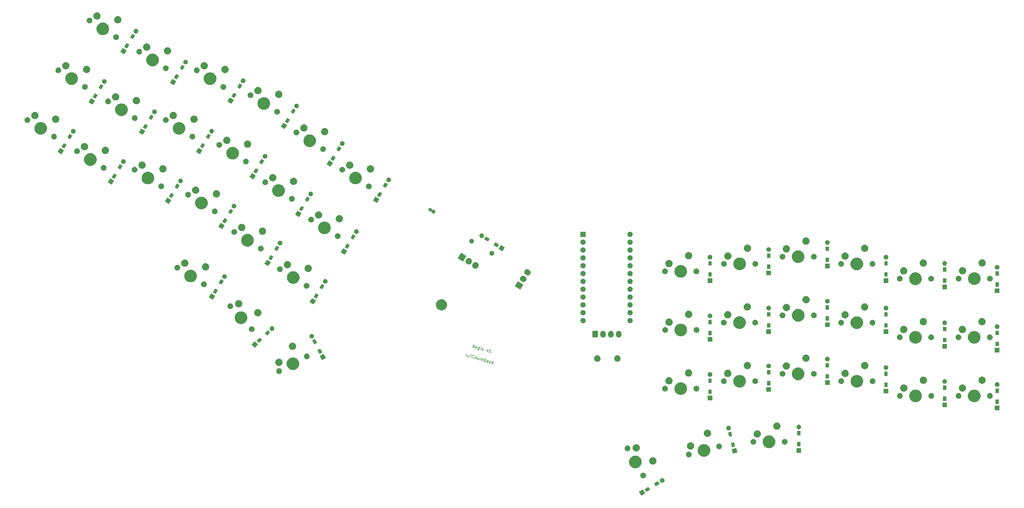
<source format=gbr>
G04 #@! TF.GenerationSoftware,KiCad,Pcbnew,(5.1.5)-3*
G04 #@! TF.CreationDate,2020-10-24T16:29:20+02:00*
G04 #@! TF.ProjectId,aegis,61656769-732e-46b6-9963-61645f706362,rev?*
G04 #@! TF.SameCoordinates,Original*
G04 #@! TF.FileFunction,Soldermask,Top*
G04 #@! TF.FilePolarity,Negative*
%FSLAX46Y46*%
G04 Gerber Fmt 4.6, Leading zero omitted, Abs format (unit mm)*
G04 Created by KiCad (PCBNEW (5.1.5)-3) date 2020-10-24 16:29:20*
%MOMM*%
%LPD*%
G04 APERTURE LIST*
%ADD10C,0.150000*%
%ADD11C,0.100000*%
G04 APERTURE END LIST*
D10*
X134067089Y-124809308D02*
X134524833Y-124940564D01*
X133896787Y-125057703D02*
X134492845Y-124188320D01*
X134537628Y-125241461D01*
X135237369Y-125392570D02*
X135132695Y-125412094D01*
X134949597Y-125359591D01*
X134871174Y-125287566D01*
X134851651Y-125182891D01*
X134956656Y-124816697D01*
X135028681Y-124738273D01*
X135133355Y-124718750D01*
X135316453Y-124771253D01*
X135394876Y-124843278D01*
X135414399Y-124947952D01*
X135388148Y-125039501D01*
X134904153Y-124999794D01*
X136277715Y-125046890D02*
X136054580Y-125825054D01*
X135982554Y-125903477D01*
X135923654Y-125936126D01*
X135818980Y-125955649D01*
X135681657Y-125916272D01*
X135603234Y-125844247D01*
X136107082Y-125641957D02*
X136002408Y-125661480D01*
X135819310Y-125608978D01*
X135740887Y-125536952D01*
X135708238Y-125478052D01*
X135688715Y-125373378D01*
X135767469Y-125098731D01*
X135839494Y-125020308D01*
X135898394Y-124987660D01*
X136003068Y-124968136D01*
X136186166Y-125020639D01*
X136264589Y-125092664D01*
X136551700Y-125818987D02*
X136735458Y-125178146D01*
X136827337Y-124857725D02*
X136768437Y-124890374D01*
X136801086Y-124949274D01*
X136859986Y-124916625D01*
X136827337Y-124857725D01*
X136801086Y-124949274D01*
X136976795Y-125891343D02*
X137055218Y-125963368D01*
X137238316Y-126015871D01*
X137342990Y-125996348D01*
X137415015Y-125917924D01*
X137428141Y-125872150D01*
X137408618Y-125767476D01*
X137330195Y-125695450D01*
X137192872Y-125656073D01*
X137114448Y-125584048D01*
X137094925Y-125479374D01*
X137108051Y-125433599D01*
X137180076Y-125355176D01*
X137284751Y-125335653D01*
X137422074Y-125375030D01*
X137500497Y-125447055D01*
X138612207Y-125716295D02*
X138657321Y-126422764D01*
X139069951Y-125847551D01*
X139755906Y-126737778D02*
X139206613Y-126580271D01*
X139481259Y-126659025D02*
X139756897Y-125697763D01*
X139625971Y-125808835D01*
X139508171Y-125874132D01*
X139403497Y-125893656D01*
X140194126Y-126764360D02*
X140226775Y-126823260D01*
X140167875Y-126855908D01*
X140135226Y-126797008D01*
X140194126Y-126764360D01*
X140167875Y-126855908D01*
X132415664Y-127372453D02*
X132231906Y-128013295D01*
X132003695Y-127254323D02*
X131859313Y-127757841D01*
X131878836Y-127862516D01*
X131957260Y-127934541D01*
X132094583Y-127973918D01*
X132199257Y-127954395D01*
X132258157Y-127921746D01*
X133665028Y-127334398D02*
X132486698Y-128334046D01*
X134272229Y-128499272D02*
X134213329Y-128531921D01*
X134062880Y-128538318D01*
X133971332Y-128512067D01*
X133847134Y-128426916D01*
X133781837Y-128309116D01*
X133762313Y-128204442D01*
X133769041Y-128008219D01*
X133808418Y-127870895D01*
X133906695Y-127700924D01*
X133978720Y-127622500D01*
X134096520Y-127557203D01*
X134246969Y-127550805D01*
X134338518Y-127577056D01*
X134462715Y-127662208D01*
X134495364Y-127721108D01*
X134795270Y-128748328D02*
X134716847Y-128676302D01*
X134684198Y-128617402D01*
X134664675Y-128512728D01*
X134743429Y-128238082D01*
X134815454Y-128159658D01*
X134874354Y-128127010D01*
X134979028Y-128107486D01*
X135116352Y-128146863D01*
X135194775Y-128218889D01*
X135227423Y-128277789D01*
X135246947Y-128382463D01*
X135168193Y-128657109D01*
X135096168Y-128735532D01*
X135037268Y-128768181D01*
X134932593Y-128787704D01*
X134795270Y-128748328D01*
X136123388Y-128435626D02*
X135939629Y-129076467D01*
X135711418Y-128317496D02*
X135567037Y-128821014D01*
X135586560Y-128925688D01*
X135664983Y-128997714D01*
X135802306Y-129037090D01*
X135906981Y-129017567D01*
X135965881Y-128984919D01*
X136397373Y-129207723D02*
X136581131Y-128566882D01*
X136554880Y-128658431D02*
X136613780Y-128625782D01*
X136718454Y-128606259D01*
X136855777Y-128645636D01*
X136934201Y-128717661D01*
X136953724Y-128822335D01*
X136809342Y-129325853D01*
X136953724Y-128822335D02*
X137025749Y-128743912D01*
X137130424Y-128724389D01*
X137267747Y-128763766D01*
X137346170Y-128835791D01*
X137365693Y-128940466D01*
X137221312Y-129443984D01*
X137679055Y-129575240D02*
X137954693Y-128613978D01*
X137849688Y-128980173D02*
X137954362Y-128960650D01*
X138137460Y-129013152D01*
X138215883Y-129085178D01*
X138248532Y-129144078D01*
X138268055Y-129248752D01*
X138189301Y-129523398D01*
X138117276Y-129601821D01*
X138058376Y-129634470D01*
X137953702Y-129653993D01*
X137770604Y-129601491D01*
X137692181Y-129529465D01*
X138960738Y-129942756D02*
X139105119Y-129439238D01*
X139085596Y-129334564D01*
X139007173Y-129262538D01*
X138824075Y-129210036D01*
X138719401Y-129229559D01*
X138973863Y-129896982D02*
X138869189Y-129916505D01*
X138640317Y-129850877D01*
X138561894Y-129778851D01*
X138542371Y-129674177D01*
X138568622Y-129582628D01*
X138640647Y-129504205D01*
X138745322Y-129484682D01*
X138974194Y-129550310D01*
X139078868Y-129530787D01*
X139510691Y-129406920D02*
X139555804Y-130113389D01*
X139968434Y-129538176D02*
X139555804Y-130113389D01*
X139398628Y-130316009D01*
X139339728Y-130348658D01*
X139235053Y-130368181D01*
X140562840Y-130402152D02*
X140707222Y-129898634D01*
X140687699Y-129793959D01*
X140609276Y-129721934D01*
X140426178Y-129669431D01*
X140321504Y-129688955D01*
X140575966Y-130356377D02*
X140471292Y-130375900D01*
X140242420Y-130310273D01*
X140163997Y-130238247D01*
X140144474Y-130133573D01*
X140170725Y-130042024D01*
X140242750Y-129963601D01*
X140347425Y-129944078D01*
X140576296Y-130009706D01*
X140680971Y-129990182D01*
D11*
G36*
X189893453Y-172366816D02*
G01*
X188608559Y-173138858D01*
X187836517Y-171853964D01*
X189121411Y-171081922D01*
X189893453Y-172366816D01*
G37*
G36*
X191481105Y-171152116D02*
G01*
X190279356Y-171874200D01*
X189737535Y-170972460D01*
X190939284Y-170250376D01*
X191481105Y-171152116D01*
G37*
G36*
X194524049Y-169323730D02*
G01*
X193322300Y-170045814D01*
X192780479Y-169144074D01*
X193982228Y-168421990D01*
X194524049Y-169323730D01*
G37*
G36*
X195491024Y-167440399D02*
G01*
X195615220Y-167465102D01*
X195751621Y-167521601D01*
X195874378Y-167603625D01*
X195978774Y-167708021D01*
X196060798Y-167830778D01*
X196117297Y-167967179D01*
X196146099Y-168111981D01*
X196146099Y-168259619D01*
X196117297Y-168404421D01*
X196060798Y-168540822D01*
X195978774Y-168663579D01*
X195874378Y-168767975D01*
X195751621Y-168849999D01*
X195615220Y-168906498D01*
X195491024Y-168931201D01*
X195470419Y-168935300D01*
X195322779Y-168935300D01*
X195302174Y-168931201D01*
X195177978Y-168906498D01*
X195041577Y-168849999D01*
X194918820Y-168767975D01*
X194814424Y-168663579D01*
X194732400Y-168540822D01*
X194675901Y-168404421D01*
X194647099Y-168259619D01*
X194647099Y-168111981D01*
X194675901Y-167967179D01*
X194732400Y-167830778D01*
X194814424Y-167708021D01*
X194918820Y-167603625D01*
X195041577Y-167521601D01*
X195177978Y-167465102D01*
X195302174Y-167440399D01*
X195322779Y-167436300D01*
X195470419Y-167436300D01*
X195491024Y-167440399D01*
G37*
G36*
X189510695Y-165686209D02*
G01*
X189679217Y-165756013D01*
X189830882Y-165857352D01*
X189959863Y-165986333D01*
X190061202Y-166137998D01*
X190131006Y-166306520D01*
X190166591Y-166485421D01*
X190166591Y-166667827D01*
X190131006Y-166846728D01*
X190061202Y-167015250D01*
X189959863Y-167166915D01*
X189830882Y-167295896D01*
X189679217Y-167397235D01*
X189510695Y-167467039D01*
X189331794Y-167502624D01*
X189149388Y-167502624D01*
X188970487Y-167467039D01*
X188801965Y-167397235D01*
X188650300Y-167295896D01*
X188521319Y-167166915D01*
X188419980Y-167015250D01*
X188350176Y-166846728D01*
X188314591Y-166667827D01*
X188314591Y-166485421D01*
X188350176Y-166306520D01*
X188419980Y-166137998D01*
X188521319Y-165986333D01*
X188650300Y-165857352D01*
X188801965Y-165756013D01*
X188970487Y-165686209D01*
X189149388Y-165650624D01*
X189331794Y-165650624D01*
X189510695Y-165686209D01*
G37*
G36*
X187297065Y-160210899D02*
G01*
X187515065Y-160301198D01*
X187669214Y-160365048D01*
X188004139Y-160588838D01*
X188288968Y-160873667D01*
X188512758Y-161208592D01*
X188512758Y-161208593D01*
X188666907Y-161580741D01*
X188745491Y-161975809D01*
X188745491Y-162378621D01*
X188666907Y-162773689D01*
X188623253Y-162879078D01*
X188512758Y-163145838D01*
X188288968Y-163480763D01*
X188004139Y-163765592D01*
X187669214Y-163989382D01*
X187515065Y-164053232D01*
X187297065Y-164143531D01*
X186901997Y-164222115D01*
X186499185Y-164222115D01*
X186104117Y-164143531D01*
X185886117Y-164053232D01*
X185731968Y-163989382D01*
X185397043Y-163765592D01*
X185112214Y-163480763D01*
X184888424Y-163145838D01*
X184777929Y-162879078D01*
X184734275Y-162773689D01*
X184655691Y-162378621D01*
X184655691Y-161975809D01*
X184734275Y-161580741D01*
X184888424Y-161208593D01*
X184888424Y-161208592D01*
X185112214Y-160873667D01*
X185397043Y-160588838D01*
X185731968Y-160365048D01*
X185886117Y-160301198D01*
X186104117Y-160210899D01*
X186499185Y-160132315D01*
X186901997Y-160132315D01*
X187297065Y-160210899D01*
G37*
G36*
X192561560Y-160675984D02*
G01*
X192713027Y-160706113D01*
X192927045Y-160794762D01*
X192927046Y-160794763D01*
X193119654Y-160923459D01*
X193283461Y-161087266D01*
X193364528Y-161208592D01*
X193412158Y-161279875D01*
X193500807Y-161493893D01*
X193500807Y-161493895D01*
X193546000Y-161721093D01*
X193546000Y-161952747D01*
X193541412Y-161975810D01*
X193500807Y-162179947D01*
X193412158Y-162393965D01*
X193412157Y-162393966D01*
X193283461Y-162586574D01*
X193119654Y-162750381D01*
X193084769Y-162773690D01*
X192927045Y-162879078D01*
X192713027Y-162967727D01*
X192561560Y-162997856D01*
X192485827Y-163012920D01*
X192254173Y-163012920D01*
X192178440Y-162997856D01*
X192026973Y-162967727D01*
X191812955Y-162879078D01*
X191655231Y-162773690D01*
X191620346Y-162750381D01*
X191456539Y-162586574D01*
X191327843Y-162393966D01*
X191327842Y-162393965D01*
X191239193Y-162179947D01*
X191198588Y-161975810D01*
X191194000Y-161952747D01*
X191194000Y-161721093D01*
X191239193Y-161493895D01*
X191239193Y-161493893D01*
X191327842Y-161279875D01*
X191375472Y-161208592D01*
X191456539Y-161087266D01*
X191620346Y-160923459D01*
X191812954Y-160794763D01*
X191812955Y-160794762D01*
X192026973Y-160706113D01*
X192178440Y-160675984D01*
X192254173Y-160660920D01*
X192485827Y-160660920D01*
X192561560Y-160675984D01*
G37*
G36*
X204288790Y-158876607D02*
G01*
X204457312Y-158946411D01*
X204608977Y-159047750D01*
X204737958Y-159176731D01*
X204839297Y-159328396D01*
X204909101Y-159496918D01*
X204944686Y-159675819D01*
X204944686Y-159858225D01*
X204909101Y-160037126D01*
X204839297Y-160205648D01*
X204737958Y-160357313D01*
X204608977Y-160486294D01*
X204457312Y-160587633D01*
X204288790Y-160657437D01*
X204109889Y-160693022D01*
X203927483Y-160693022D01*
X203748582Y-160657437D01*
X203580060Y-160587633D01*
X203428395Y-160486294D01*
X203299414Y-160357313D01*
X203198075Y-160205648D01*
X203128271Y-160037126D01*
X203092686Y-159858225D01*
X203092686Y-159675819D01*
X203128271Y-159496918D01*
X203198075Y-159328396D01*
X203299414Y-159176731D01*
X203428395Y-159047750D01*
X203580060Y-158946411D01*
X203748582Y-158876607D01*
X203927483Y-158841022D01*
X204109889Y-158841022D01*
X204288790Y-158876607D01*
G37*
G36*
X209522063Y-156485905D02*
G01*
X209669873Y-156547130D01*
X209894212Y-156640054D01*
X210229137Y-156863844D01*
X210513966Y-157148673D01*
X210737756Y-157483598D01*
X210776049Y-157576046D01*
X210891905Y-157855747D01*
X210970489Y-158250815D01*
X210970489Y-158653627D01*
X210891905Y-159048695D01*
X210838870Y-159176732D01*
X210737756Y-159420844D01*
X210513966Y-159755769D01*
X210229137Y-160040598D01*
X209894212Y-160264388D01*
X209740063Y-160328238D01*
X209522063Y-160418537D01*
X209126995Y-160497121D01*
X208724183Y-160497121D01*
X208329115Y-160418537D01*
X208111115Y-160328238D01*
X207956966Y-160264388D01*
X207622041Y-160040598D01*
X207337212Y-159755769D01*
X207113422Y-159420844D01*
X207012308Y-159176732D01*
X206959273Y-159048695D01*
X206880689Y-158653627D01*
X206880689Y-158250815D01*
X206959273Y-157855747D01*
X207075129Y-157576046D01*
X207113422Y-157483598D01*
X207337212Y-157148673D01*
X207622041Y-156863844D01*
X207956966Y-156640054D01*
X208181305Y-156547130D01*
X208329115Y-156485905D01*
X208724183Y-156407321D01*
X209126995Y-156407321D01*
X209522063Y-156485905D01*
G37*
G36*
X219784865Y-159108274D02*
G01*
X218642924Y-159414255D01*
X218336943Y-159496243D01*
X218336942Y-159496243D01*
X218030961Y-158354302D01*
X217948973Y-158048321D01*
X217948973Y-158048320D01*
X219090914Y-157742339D01*
X219396895Y-157660351D01*
X219396896Y-157660351D01*
X219784865Y-159108274D01*
G37*
G36*
X240380305Y-159207611D02*
G01*
X238881305Y-159207611D01*
X238881305Y-157708611D01*
X240380305Y-157708611D01*
X240380305Y-159207611D01*
G37*
G36*
X187186856Y-156446722D02*
G01*
X187338323Y-156476851D01*
X187552341Y-156565500D01*
X187616545Y-156608400D01*
X187744950Y-156694197D01*
X187908757Y-156858004D01*
X187928393Y-156887392D01*
X188037454Y-157050613D01*
X188126103Y-157264631D01*
X188140932Y-157339181D01*
X188171296Y-157491831D01*
X188171296Y-157723485D01*
X188170455Y-157727711D01*
X188126103Y-157950685D01*
X188037454Y-158164703D01*
X188037453Y-158164704D01*
X187908757Y-158357312D01*
X187744950Y-158521119D01*
X187629265Y-158598417D01*
X187552341Y-158649816D01*
X187338323Y-158738465D01*
X187186856Y-158768594D01*
X187111123Y-158783658D01*
X186879469Y-158783658D01*
X186803736Y-158768594D01*
X186652269Y-158738465D01*
X186438251Y-158649816D01*
X186361327Y-158598417D01*
X186245642Y-158521119D01*
X186081835Y-158357312D01*
X185953139Y-158164704D01*
X185953138Y-158164703D01*
X185864489Y-157950685D01*
X185820137Y-157727711D01*
X185819296Y-157723485D01*
X185819296Y-157491831D01*
X185849660Y-157339181D01*
X185864489Y-157264631D01*
X185953138Y-157050613D01*
X186062199Y-156887392D01*
X186081835Y-156858004D01*
X186245642Y-156694197D01*
X186374047Y-156608400D01*
X186438251Y-156565500D01*
X186652269Y-156476851D01*
X186803736Y-156446722D01*
X186879469Y-156431658D01*
X187111123Y-156431658D01*
X187186856Y-156446722D01*
G37*
G36*
X184430695Y-156887391D02*
G01*
X184599217Y-156957195D01*
X184750882Y-157058534D01*
X184879863Y-157187515D01*
X184981202Y-157339180D01*
X185051006Y-157507702D01*
X185086591Y-157686603D01*
X185086591Y-157869009D01*
X185051006Y-158047910D01*
X184981202Y-158216432D01*
X184879863Y-158368097D01*
X184750882Y-158497078D01*
X184599217Y-158598417D01*
X184430695Y-158668221D01*
X184251794Y-158703806D01*
X184069388Y-158703806D01*
X183890487Y-158668221D01*
X183721965Y-158598417D01*
X183570300Y-158497078D01*
X183441319Y-158368097D01*
X183339980Y-158216432D01*
X183270176Y-158047910D01*
X183234591Y-157869009D01*
X183234591Y-157686603D01*
X183270176Y-157507702D01*
X183339980Y-157339180D01*
X183441319Y-157187515D01*
X183570300Y-157058534D01*
X183721965Y-156957195D01*
X183890487Y-156887391D01*
X184069388Y-156851806D01*
X184251794Y-156851806D01*
X184430695Y-156887391D01*
G37*
G36*
X204779571Y-155823934D02*
G01*
X204931038Y-155854063D01*
X205145056Y-155942712D01*
X205145057Y-155942713D01*
X205337665Y-156071409D01*
X205501472Y-156235216D01*
X205555990Y-156316809D01*
X205630169Y-156427825D01*
X205718818Y-156641843D01*
X205718818Y-156641845D01*
X205764011Y-156869043D01*
X205764011Y-157100697D01*
X205754468Y-157148673D01*
X205718818Y-157327897D01*
X205630169Y-157541915D01*
X205630168Y-157541916D01*
X205501472Y-157734524D01*
X205337665Y-157898331D01*
X205259314Y-157950683D01*
X205145056Y-158027028D01*
X204931038Y-158115677D01*
X204779571Y-158145806D01*
X204703838Y-158160870D01*
X204472184Y-158160870D01*
X204396451Y-158145806D01*
X204244984Y-158115677D01*
X204030966Y-158027028D01*
X203916708Y-157950683D01*
X203838357Y-157898331D01*
X203674550Y-157734524D01*
X203545854Y-157541916D01*
X203545853Y-157541915D01*
X203457204Y-157327897D01*
X203421554Y-157148673D01*
X203412011Y-157100697D01*
X203412011Y-156869043D01*
X203457204Y-156641845D01*
X203457204Y-156641843D01*
X203545853Y-156427825D01*
X203620032Y-156316809D01*
X203674550Y-156235216D01*
X203838357Y-156071409D01*
X204030965Y-155942713D01*
X204030966Y-155942712D01*
X204244984Y-155854063D01*
X204396451Y-155823934D01*
X204472184Y-155808870D01*
X204703838Y-155808870D01*
X204779571Y-155823934D01*
G37*
G36*
X214102596Y-156247005D02*
G01*
X214271118Y-156316809D01*
X214422783Y-156418148D01*
X214551764Y-156547129D01*
X214653103Y-156698794D01*
X214722907Y-156867316D01*
X214758492Y-157046217D01*
X214758492Y-157228623D01*
X214722907Y-157407524D01*
X214653103Y-157576046D01*
X214551764Y-157727711D01*
X214422783Y-157856692D01*
X214271118Y-157958031D01*
X214102596Y-158027835D01*
X213923695Y-158063420D01*
X213741289Y-158063420D01*
X213562388Y-158027835D01*
X213393866Y-157958031D01*
X213242201Y-157856692D01*
X213113220Y-157727711D01*
X213011881Y-157576046D01*
X212942077Y-157407524D01*
X212906492Y-157228623D01*
X212906492Y-157046217D01*
X212942077Y-156867316D01*
X213011881Y-156698794D01*
X213113220Y-156547129D01*
X213242201Y-156418148D01*
X213393866Y-156316809D01*
X213562388Y-156247005D01*
X213741289Y-156211420D01*
X213923695Y-156211420D01*
X214102596Y-156247005D01*
G37*
G36*
X230597053Y-153685906D02*
G01*
X230815053Y-153776205D01*
X230969202Y-153840055D01*
X231304127Y-154063845D01*
X231588956Y-154348674D01*
X231812746Y-154683599D01*
X231845141Y-154761808D01*
X231966895Y-155055748D01*
X232045479Y-155450816D01*
X232045479Y-155853628D01*
X231966895Y-156248696D01*
X231876596Y-156466696D01*
X231812746Y-156620845D01*
X231588956Y-156955770D01*
X231304127Y-157240599D01*
X230969202Y-157464389D01*
X230864632Y-157507703D01*
X230597053Y-157618538D01*
X230201985Y-157697122D01*
X229799173Y-157697122D01*
X229404105Y-157618538D01*
X229136526Y-157507703D01*
X229031956Y-157464389D01*
X228697031Y-157240599D01*
X228412202Y-156955770D01*
X228188412Y-156620845D01*
X228124562Y-156466696D01*
X228034263Y-156248696D01*
X227955679Y-155853628D01*
X227955679Y-155450816D01*
X228034263Y-155055748D01*
X228156017Y-154761808D01*
X228188412Y-154683599D01*
X228412202Y-154348674D01*
X228697031Y-154063845D01*
X229031956Y-153840055D01*
X229186105Y-153776205D01*
X229404105Y-153685906D01*
X229799173Y-153607322D01*
X230201985Y-153607322D01*
X230597053Y-153685906D01*
G37*
G36*
X218953018Y-156867316D02*
G01*
X219029731Y-157153613D01*
X218013578Y-157425891D01*
X218013577Y-157425891D01*
X217650713Y-156071663D01*
X218131964Y-155942712D01*
X218666866Y-155799385D01*
X218666867Y-155799385D01*
X218953018Y-156867316D01*
G37*
G36*
X240156805Y-157124111D02*
G01*
X239104805Y-157124111D01*
X239104805Y-155722111D01*
X240156805Y-155722111D01*
X240156805Y-157124111D01*
G37*
G36*
X235350683Y-154761807D02*
G01*
X235519205Y-154831611D01*
X235670870Y-154932950D01*
X235799851Y-155061931D01*
X235901190Y-155213596D01*
X235970994Y-155382118D01*
X236006579Y-155561019D01*
X236006579Y-155743425D01*
X235970994Y-155922326D01*
X235901190Y-156090848D01*
X235799851Y-156242513D01*
X235670870Y-156371494D01*
X235519205Y-156472833D01*
X235350683Y-156542637D01*
X235171782Y-156578222D01*
X234989376Y-156578222D01*
X234810475Y-156542637D01*
X234641953Y-156472833D01*
X234490288Y-156371494D01*
X234361307Y-156242513D01*
X234259968Y-156090848D01*
X234190164Y-155922326D01*
X234154579Y-155743425D01*
X234154579Y-155561019D01*
X234190164Y-155382118D01*
X234259968Y-155213596D01*
X234361307Y-155061931D01*
X234490288Y-154932950D01*
X234641953Y-154831611D01*
X234810475Y-154761807D01*
X234989376Y-154726222D01*
X235171782Y-154726222D01*
X235350683Y-154761807D01*
G37*
G36*
X225190683Y-154761807D02*
G01*
X225359205Y-154831611D01*
X225510870Y-154932950D01*
X225639851Y-155061931D01*
X225741190Y-155213596D01*
X225810994Y-155382118D01*
X225846579Y-155561019D01*
X225846579Y-155743425D01*
X225810994Y-155922326D01*
X225741190Y-156090848D01*
X225639851Y-156242513D01*
X225510870Y-156371494D01*
X225359205Y-156472833D01*
X225190683Y-156542637D01*
X225011782Y-156578222D01*
X224829376Y-156578222D01*
X224650475Y-156542637D01*
X224481953Y-156472833D01*
X224330288Y-156371494D01*
X224201307Y-156242513D01*
X224099968Y-156090848D01*
X224030164Y-155922326D01*
X223994579Y-155743425D01*
X223994579Y-155561019D01*
X224030164Y-155382118D01*
X224099968Y-155213596D01*
X224201307Y-155061931D01*
X224330288Y-154932950D01*
X224481953Y-154831611D01*
X224650475Y-154761807D01*
X224829376Y-154726222D01*
X225011782Y-154726222D01*
X225190683Y-154761807D01*
G37*
G36*
X226382139Y-151951286D02*
G01*
X226533606Y-151981415D01*
X226747624Y-152070064D01*
X226747625Y-152070065D01*
X226940233Y-152198761D01*
X227104040Y-152362568D01*
X227189837Y-152490973D01*
X227232737Y-152555177D01*
X227321386Y-152769195D01*
X227321962Y-152772091D01*
X227366579Y-152996395D01*
X227366579Y-153228049D01*
X227366003Y-153230944D01*
X227321386Y-153455249D01*
X227232737Y-153669267D01*
X227232736Y-153669268D01*
X227104040Y-153861876D01*
X226940233Y-154025683D01*
X226811828Y-154111480D01*
X226747624Y-154154380D01*
X226533606Y-154243029D01*
X226382139Y-154273158D01*
X226306406Y-154288222D01*
X226074752Y-154288222D01*
X225999019Y-154273158D01*
X225847552Y-154243029D01*
X225633534Y-154154380D01*
X225569330Y-154111480D01*
X225440925Y-154025683D01*
X225277118Y-153861876D01*
X225148422Y-153669268D01*
X225148421Y-153669267D01*
X225059772Y-153455249D01*
X225015155Y-153230944D01*
X225014579Y-153228049D01*
X225014579Y-152996395D01*
X225059196Y-152772091D01*
X225059772Y-152769195D01*
X225148421Y-152555177D01*
X225191321Y-152490973D01*
X225277118Y-152362568D01*
X225440925Y-152198761D01*
X225633533Y-152070065D01*
X225633534Y-152070064D01*
X225847552Y-151981415D01*
X225999019Y-151951286D01*
X226074752Y-151936222D01*
X226306406Y-151936222D01*
X226382139Y-151951286D01*
G37*
G36*
X210255800Y-151726981D02*
G01*
X210407267Y-151757110D01*
X210621285Y-151845759D01*
X210621286Y-151845760D01*
X210813894Y-151974456D01*
X210977701Y-152138263D01*
X211063498Y-152266668D01*
X211106398Y-152330872D01*
X211195047Y-152544890D01*
X211195047Y-152544892D01*
X211239665Y-152769197D01*
X211240240Y-152772091D01*
X211240240Y-153003743D01*
X211195047Y-153230944D01*
X211106398Y-153444962D01*
X211099524Y-153455249D01*
X210977701Y-153637571D01*
X210813894Y-153801378D01*
X210723352Y-153861876D01*
X210621285Y-153930075D01*
X210407267Y-154018724D01*
X210255800Y-154048853D01*
X210180067Y-154063917D01*
X209948413Y-154063917D01*
X209872680Y-154048853D01*
X209721213Y-154018724D01*
X209507195Y-153930075D01*
X209405128Y-153861876D01*
X209314586Y-153801378D01*
X209150779Y-153637571D01*
X209028956Y-153455249D01*
X209022082Y-153444962D01*
X208933433Y-153230944D01*
X208888240Y-153003743D01*
X208888240Y-152772091D01*
X208888816Y-152769197D01*
X208933433Y-152544892D01*
X208933433Y-152544890D01*
X209022082Y-152330872D01*
X209064982Y-152266668D01*
X209150779Y-152138263D01*
X209314586Y-151974456D01*
X209507194Y-151845760D01*
X209507195Y-151845759D01*
X209721213Y-151757110D01*
X209872680Y-151726981D01*
X209948413Y-151711917D01*
X210180067Y-151711917D01*
X210255800Y-151726981D01*
G37*
G36*
X218036000Y-153444962D02*
G01*
X218110923Y-153724577D01*
X217094770Y-153996855D01*
X217094769Y-153996855D01*
X216731905Y-152642627D01*
X217058276Y-152555176D01*
X217748058Y-152370349D01*
X217748059Y-152370349D01*
X218036000Y-153444962D01*
G37*
G36*
X240156805Y-153574111D02*
G01*
X239104805Y-153574111D01*
X239104805Y-152172111D01*
X240156805Y-152172111D01*
X240156805Y-153574111D01*
G37*
G36*
X216989142Y-150472542D02*
G01*
X217113338Y-150497245D01*
X217249739Y-150553744D01*
X217372496Y-150635768D01*
X217476892Y-150740164D01*
X217558916Y-150862921D01*
X217615415Y-150999322D01*
X217644217Y-151144124D01*
X217644217Y-151291762D01*
X217615415Y-151436564D01*
X217558916Y-151572965D01*
X217476892Y-151695722D01*
X217372496Y-151800118D01*
X217249739Y-151882142D01*
X217113338Y-151938641D01*
X216989142Y-151963344D01*
X216968537Y-151967443D01*
X216820897Y-151967443D01*
X216800292Y-151963344D01*
X216676096Y-151938641D01*
X216539695Y-151882142D01*
X216416938Y-151800118D01*
X216312542Y-151695722D01*
X216230518Y-151572965D01*
X216174019Y-151436564D01*
X216145217Y-151291762D01*
X216145217Y-151144124D01*
X216174019Y-150999322D01*
X216230518Y-150862921D01*
X216312542Y-150740164D01*
X216416938Y-150635768D01*
X216539695Y-150553744D01*
X216676096Y-150497245D01*
X216800292Y-150472542D01*
X216820897Y-150468443D01*
X216968537Y-150468443D01*
X216989142Y-150472542D01*
G37*
G36*
X232732139Y-149411286D02*
G01*
X232883606Y-149441415D01*
X233097624Y-149530064D01*
X233097625Y-149530065D01*
X233290233Y-149658761D01*
X233454040Y-149822568D01*
X233539837Y-149950973D01*
X233582737Y-150015177D01*
X233671386Y-150229195D01*
X233716579Y-150456396D01*
X233716579Y-150688048D01*
X233671386Y-150915249D01*
X233582737Y-151129267D01*
X233572810Y-151144124D01*
X233454040Y-151321876D01*
X233290233Y-151485683D01*
X233180793Y-151558808D01*
X233097624Y-151614380D01*
X232883606Y-151703029D01*
X232732139Y-151733158D01*
X232656406Y-151748222D01*
X232424752Y-151748222D01*
X232349019Y-151733158D01*
X232197552Y-151703029D01*
X231983534Y-151614380D01*
X231900365Y-151558808D01*
X231790925Y-151485683D01*
X231627118Y-151321876D01*
X231508348Y-151144124D01*
X231498421Y-151129267D01*
X231409772Y-150915249D01*
X231364579Y-150688048D01*
X231364579Y-150456396D01*
X231409772Y-150229195D01*
X231498421Y-150015177D01*
X231541321Y-149950973D01*
X231627118Y-149822568D01*
X231790925Y-149658761D01*
X231983533Y-149530065D01*
X231983534Y-149530064D01*
X232197552Y-149441415D01*
X232349019Y-149411286D01*
X232424752Y-149396222D01*
X232656406Y-149396222D01*
X232732139Y-149411286D01*
G37*
G36*
X239725230Y-150092710D02*
G01*
X239849426Y-150117413D01*
X239985827Y-150173912D01*
X240108584Y-150255936D01*
X240212980Y-150360332D01*
X240295004Y-150483089D01*
X240351503Y-150619490D01*
X240380305Y-150764292D01*
X240380305Y-150911930D01*
X240351503Y-151056732D01*
X240295004Y-151193133D01*
X240212980Y-151315890D01*
X240108584Y-151420286D01*
X239985827Y-151502310D01*
X239849426Y-151558809D01*
X239725230Y-151583512D01*
X239704625Y-151587611D01*
X239556985Y-151587611D01*
X239536380Y-151583512D01*
X239412184Y-151558809D01*
X239275783Y-151502310D01*
X239153026Y-151420286D01*
X239048630Y-151315890D01*
X238966606Y-151193133D01*
X238910107Y-151056732D01*
X238881305Y-150911930D01*
X238881305Y-150764292D01*
X238910107Y-150619490D01*
X238966606Y-150483089D01*
X239048630Y-150360332D01*
X239153026Y-150255936D01*
X239275783Y-150173912D01*
X239412184Y-150117413D01*
X239536380Y-150092710D01*
X239556985Y-150088611D01*
X239704625Y-150088611D01*
X239725230Y-150092710D01*
G37*
G36*
X304630307Y-145457611D02*
G01*
X303131307Y-145457611D01*
X303131307Y-143958611D01*
X304630307Y-143958611D01*
X304630307Y-145457611D01*
G37*
G36*
X287630298Y-144457625D02*
G01*
X286131298Y-144457625D01*
X286131298Y-142958625D01*
X287630298Y-142958625D01*
X287630298Y-144457625D01*
G37*
G36*
X304406807Y-143374111D02*
G01*
X303354807Y-143374111D01*
X303354807Y-141972111D01*
X304406807Y-141972111D01*
X304406807Y-143374111D01*
G37*
G36*
X297047063Y-138810911D02*
G01*
X297265063Y-138901210D01*
X297419212Y-138965060D01*
X297754137Y-139188850D01*
X298038966Y-139473679D01*
X298262756Y-139808604D01*
X298295151Y-139886813D01*
X298416905Y-140180753D01*
X298495489Y-140575821D01*
X298495489Y-140978633D01*
X298416905Y-141373701D01*
X298366040Y-141496499D01*
X298262756Y-141745850D01*
X298038966Y-142080775D01*
X297754137Y-142365604D01*
X297419212Y-142589394D01*
X297265063Y-142653244D01*
X297047063Y-142743543D01*
X296651995Y-142822127D01*
X296249183Y-142822127D01*
X295854115Y-142743543D01*
X295636115Y-142653244D01*
X295481966Y-142589394D01*
X295147041Y-142365604D01*
X294862212Y-142080775D01*
X294638422Y-141745850D01*
X294535138Y-141496499D01*
X294484273Y-141373701D01*
X294405689Y-140978633D01*
X294405689Y-140575821D01*
X294484273Y-140180753D01*
X294606027Y-139886813D01*
X294638422Y-139808604D01*
X294862212Y-139473679D01*
X295147041Y-139188850D01*
X295481966Y-138965060D01*
X295636115Y-138901210D01*
X295854115Y-138810911D01*
X296249183Y-138732327D01*
X296651995Y-138732327D01*
X297047063Y-138810911D01*
G37*
G36*
X278052067Y-138810896D02*
G01*
X278270067Y-138901195D01*
X278424216Y-138965045D01*
X278759141Y-139188835D01*
X279043970Y-139473664D01*
X279267760Y-139808589D01*
X279300155Y-139886798D01*
X279421909Y-140180738D01*
X279500493Y-140575806D01*
X279500493Y-140978618D01*
X279421909Y-141373686D01*
X279371038Y-141496499D01*
X279267760Y-141745835D01*
X279043970Y-142080760D01*
X278759141Y-142365589D01*
X278424216Y-142589379D01*
X278270067Y-142653229D01*
X278052067Y-142743528D01*
X277656999Y-142822112D01*
X277254187Y-142822112D01*
X276859119Y-142743528D01*
X276641119Y-142653229D01*
X276486970Y-142589379D01*
X276152045Y-142365589D01*
X275867216Y-142080760D01*
X275643426Y-141745835D01*
X275540148Y-141496499D01*
X275489277Y-141373686D01*
X275410693Y-140978618D01*
X275410693Y-140575806D01*
X275489277Y-140180738D01*
X275611031Y-139886798D01*
X275643426Y-139808589D01*
X275867216Y-139473664D01*
X276152045Y-139188835D01*
X276486970Y-138965045D01*
X276641119Y-138901195D01*
X276859119Y-138810896D01*
X277254187Y-138732312D01*
X277656999Y-138732312D01*
X278052067Y-138810896D01*
G37*
G36*
X287406798Y-142374125D02*
G01*
X286354798Y-142374125D01*
X286354798Y-140972125D01*
X287406798Y-140972125D01*
X287406798Y-142374125D01*
G37*
G36*
X211630315Y-142207608D02*
G01*
X210131315Y-142207608D01*
X210131315Y-140708608D01*
X211630315Y-140708608D01*
X211630315Y-142207608D01*
G37*
G36*
X291640693Y-139886812D02*
G01*
X291809215Y-139956616D01*
X291960880Y-140057955D01*
X292089861Y-140186936D01*
X292191200Y-140338601D01*
X292261004Y-140507123D01*
X292296589Y-140686024D01*
X292296589Y-140868430D01*
X292261004Y-141047331D01*
X292191200Y-141215853D01*
X292089861Y-141367518D01*
X291960880Y-141496499D01*
X291809215Y-141597838D01*
X291640693Y-141667642D01*
X291461792Y-141703227D01*
X291279386Y-141703227D01*
X291100485Y-141667642D01*
X290931963Y-141597838D01*
X290780298Y-141496499D01*
X290651317Y-141367518D01*
X290549978Y-141215853D01*
X290480174Y-141047331D01*
X290444589Y-140868430D01*
X290444589Y-140686024D01*
X290480174Y-140507123D01*
X290549978Y-140338601D01*
X290651317Y-140186936D01*
X290780298Y-140057955D01*
X290931963Y-139956616D01*
X291100485Y-139886812D01*
X291279386Y-139851227D01*
X291461792Y-139851227D01*
X291640693Y-139886812D01*
G37*
G36*
X301800693Y-139886812D02*
G01*
X301969215Y-139956616D01*
X302120880Y-140057955D01*
X302249861Y-140186936D01*
X302351200Y-140338601D01*
X302421004Y-140507123D01*
X302456589Y-140686024D01*
X302456589Y-140868430D01*
X302421004Y-141047331D01*
X302351200Y-141215853D01*
X302249861Y-141367518D01*
X302120880Y-141496499D01*
X301969215Y-141597838D01*
X301800693Y-141667642D01*
X301621792Y-141703227D01*
X301439386Y-141703227D01*
X301260485Y-141667642D01*
X301091963Y-141597838D01*
X300940298Y-141496499D01*
X300811317Y-141367518D01*
X300709978Y-141215853D01*
X300640174Y-141047331D01*
X300604589Y-140868430D01*
X300604589Y-140686024D01*
X300640174Y-140507123D01*
X300709978Y-140338601D01*
X300811317Y-140186936D01*
X300940298Y-140057955D01*
X301091963Y-139956616D01*
X301260485Y-139886812D01*
X301439386Y-139851227D01*
X301621792Y-139851227D01*
X301800693Y-139886812D01*
G37*
G36*
X272645697Y-139886797D02*
G01*
X272814219Y-139956601D01*
X272965884Y-140057940D01*
X273094865Y-140186921D01*
X273196204Y-140338586D01*
X273266008Y-140507108D01*
X273301593Y-140686009D01*
X273301593Y-140868415D01*
X273266008Y-141047316D01*
X273196204Y-141215838D01*
X273094865Y-141367503D01*
X272965884Y-141496484D01*
X272814219Y-141597823D01*
X272645697Y-141667627D01*
X272466796Y-141703212D01*
X272284390Y-141703212D01*
X272105489Y-141667627D01*
X271936967Y-141597823D01*
X271785302Y-141496484D01*
X271656321Y-141367503D01*
X271554982Y-141215838D01*
X271485178Y-141047316D01*
X271449593Y-140868415D01*
X271449593Y-140686009D01*
X271485178Y-140507108D01*
X271554982Y-140338586D01*
X271656321Y-140186921D01*
X271785302Y-140057940D01*
X271936967Y-139956601D01*
X272105489Y-139886797D01*
X272284390Y-139851212D01*
X272466796Y-139851212D01*
X272645697Y-139886797D01*
G37*
G36*
X282805697Y-139886797D02*
G01*
X282974219Y-139956601D01*
X283125884Y-140057940D01*
X283254865Y-140186921D01*
X283356204Y-140338586D01*
X283426008Y-140507108D01*
X283461593Y-140686009D01*
X283461593Y-140868415D01*
X283426008Y-141047316D01*
X283356204Y-141215838D01*
X283254865Y-141367503D01*
X283125884Y-141496484D01*
X282974219Y-141597823D01*
X282805697Y-141667627D01*
X282626796Y-141703212D01*
X282444390Y-141703212D01*
X282265489Y-141667627D01*
X282096967Y-141597823D01*
X281945302Y-141496484D01*
X281816321Y-141367503D01*
X281714982Y-141215838D01*
X281645178Y-141047316D01*
X281609593Y-140868415D01*
X281609593Y-140686009D01*
X281645178Y-140507108D01*
X281714982Y-140338586D01*
X281816321Y-140186921D01*
X281945302Y-140057940D01*
X282096967Y-139956601D01*
X282265489Y-139886797D01*
X282444390Y-139851212D01*
X282626796Y-139851212D01*
X282805697Y-139886797D01*
G37*
G36*
X202002063Y-136460914D02*
G01*
X202220063Y-136551213D01*
X202374212Y-136615063D01*
X202709137Y-136838853D01*
X202993966Y-137123682D01*
X203217756Y-137458607D01*
X203262194Y-137565890D01*
X203371905Y-137830756D01*
X203450489Y-138225824D01*
X203450489Y-138628636D01*
X203371905Y-139023704D01*
X203319307Y-139150686D01*
X203217756Y-139395853D01*
X202993966Y-139730778D01*
X202709137Y-140015607D01*
X202374212Y-140239397D01*
X202220063Y-140303247D01*
X202002063Y-140393546D01*
X201606995Y-140472130D01*
X201204183Y-140472130D01*
X200809115Y-140393546D01*
X200591115Y-140303247D01*
X200436966Y-140239397D01*
X200102041Y-140015607D01*
X199817212Y-139730778D01*
X199593422Y-139395853D01*
X199491871Y-139150686D01*
X199439273Y-139023704D01*
X199360689Y-138628636D01*
X199360689Y-138225824D01*
X199439273Y-137830756D01*
X199548984Y-137565890D01*
X199593422Y-137458607D01*
X199817212Y-137123682D01*
X200102041Y-136838853D01*
X200436966Y-136615063D01*
X200591115Y-136551213D01*
X200809115Y-136460914D01*
X201204183Y-136382330D01*
X201606995Y-136382330D01*
X202002063Y-136460914D01*
G37*
G36*
X211406815Y-140124108D02*
G01*
X210354815Y-140124108D01*
X210354815Y-138722108D01*
X211406815Y-138722108D01*
X211406815Y-140124108D01*
G37*
G36*
X268630294Y-139957617D02*
G01*
X267131294Y-139957617D01*
X267131294Y-138458617D01*
X268630294Y-138458617D01*
X268630294Y-139957617D01*
G37*
G36*
X304406807Y-139824111D02*
G01*
X303354807Y-139824111D01*
X303354807Y-138422111D01*
X304406807Y-138422111D01*
X304406807Y-139824111D01*
G37*
G36*
X230630305Y-139457597D02*
G01*
X229131305Y-139457597D01*
X229131305Y-137958597D01*
X230630305Y-137958597D01*
X230630305Y-139457597D01*
G37*
G36*
X292832149Y-137076291D02*
G01*
X292983616Y-137106420D01*
X293197634Y-137195069D01*
X293197635Y-137195070D01*
X293390243Y-137323766D01*
X293554050Y-137487573D01*
X293633594Y-137606619D01*
X293682747Y-137680182D01*
X293771396Y-137894200D01*
X293816589Y-138121401D01*
X293816589Y-138353053D01*
X293771396Y-138580254D01*
X293682747Y-138794272D01*
X293682746Y-138794273D01*
X293554050Y-138986881D01*
X293390243Y-139150688D01*
X293333129Y-139188850D01*
X293197634Y-139279385D01*
X292983616Y-139368034D01*
X292843765Y-139395852D01*
X292756416Y-139413227D01*
X292524762Y-139413227D01*
X292437413Y-139395852D01*
X292297562Y-139368034D01*
X292083544Y-139279385D01*
X291948049Y-139188850D01*
X291890935Y-139150688D01*
X291727128Y-138986881D01*
X291598432Y-138794273D01*
X291598431Y-138794272D01*
X291509782Y-138580254D01*
X291464589Y-138353053D01*
X291464589Y-138121401D01*
X291509782Y-137894200D01*
X291598431Y-137680182D01*
X291647584Y-137606619D01*
X291727128Y-137487573D01*
X291890935Y-137323766D01*
X292083543Y-137195070D01*
X292083544Y-137195069D01*
X292297562Y-137106420D01*
X292449029Y-137076291D01*
X292524762Y-137061227D01*
X292756416Y-137061227D01*
X292832149Y-137076291D01*
G37*
G36*
X273837153Y-137076276D02*
G01*
X273988620Y-137106405D01*
X274202638Y-137195054D01*
X274266842Y-137237954D01*
X274395247Y-137323751D01*
X274559054Y-137487558D01*
X274638608Y-137606619D01*
X274687751Y-137680167D01*
X274776400Y-137894185D01*
X274821593Y-138121386D01*
X274821593Y-138353038D01*
X274776400Y-138580239D01*
X274687751Y-138794257D01*
X274687750Y-138794258D01*
X274559054Y-138986866D01*
X274395247Y-139150673D01*
X274266842Y-139236470D01*
X274202638Y-139279370D01*
X273988620Y-139368019D01*
X273848694Y-139395852D01*
X273761420Y-139413212D01*
X273529766Y-139413212D01*
X273442492Y-139395852D01*
X273302566Y-139368019D01*
X273088548Y-139279370D01*
X273024344Y-139236470D01*
X272895939Y-139150673D01*
X272732132Y-138986866D01*
X272603436Y-138794258D01*
X272603435Y-138794257D01*
X272514786Y-138580239D01*
X272469593Y-138353038D01*
X272469593Y-138121386D01*
X272514786Y-137894185D01*
X272603435Y-137680167D01*
X272652578Y-137606619D01*
X272732132Y-137487558D01*
X272895939Y-137323751D01*
X273024344Y-137237954D01*
X273088548Y-137195054D01*
X273302566Y-137106405D01*
X273454033Y-137076276D01*
X273529766Y-137061212D01*
X273761420Y-137061212D01*
X273837153Y-137076276D01*
G37*
G36*
X206755693Y-137536815D02*
G01*
X206924215Y-137606619D01*
X207075880Y-137707958D01*
X207204861Y-137836939D01*
X207306200Y-137988604D01*
X207376004Y-138157126D01*
X207411589Y-138336027D01*
X207411589Y-138518433D01*
X207376004Y-138697334D01*
X207306200Y-138865856D01*
X207204861Y-139017521D01*
X207075880Y-139146502D01*
X206924215Y-139247841D01*
X206755693Y-139317645D01*
X206576792Y-139353230D01*
X206394386Y-139353230D01*
X206215485Y-139317645D01*
X206046963Y-139247841D01*
X205895298Y-139146502D01*
X205766317Y-139017521D01*
X205664978Y-138865856D01*
X205595174Y-138697334D01*
X205559589Y-138518433D01*
X205559589Y-138336027D01*
X205595174Y-138157126D01*
X205664978Y-137988604D01*
X205766317Y-137836939D01*
X205895298Y-137707958D01*
X206046963Y-137606619D01*
X206215485Y-137536815D01*
X206394386Y-137501230D01*
X206576792Y-137501230D01*
X206755693Y-137536815D01*
G37*
G36*
X196595693Y-137536815D02*
G01*
X196764215Y-137606619D01*
X196915880Y-137707958D01*
X197044861Y-137836939D01*
X197146200Y-137988604D01*
X197216004Y-138157126D01*
X197251589Y-138336027D01*
X197251589Y-138518433D01*
X197216004Y-138697334D01*
X197146200Y-138865856D01*
X197044861Y-139017521D01*
X196915880Y-139146502D01*
X196764215Y-139247841D01*
X196595693Y-139317645D01*
X196416792Y-139353230D01*
X196234386Y-139353230D01*
X196055485Y-139317645D01*
X195886963Y-139247841D01*
X195735298Y-139146502D01*
X195606317Y-139017521D01*
X195504978Y-138865856D01*
X195435174Y-138697334D01*
X195399589Y-138518433D01*
X195399589Y-138336027D01*
X195435174Y-138157126D01*
X195504978Y-137988604D01*
X195606317Y-137836939D01*
X195735298Y-137707958D01*
X195886963Y-137606619D01*
X196055485Y-137536815D01*
X196234386Y-137501230D01*
X196416792Y-137501230D01*
X196595693Y-137536815D01*
G37*
G36*
X287406798Y-138824125D02*
G01*
X286354798Y-138824125D01*
X286354798Y-137422125D01*
X287406798Y-137422125D01*
X287406798Y-138824125D01*
G37*
G36*
X259052058Y-134060912D02*
G01*
X259270058Y-134151211D01*
X259424207Y-134215061D01*
X259759132Y-134438851D01*
X260043961Y-134723680D01*
X260267751Y-135058605D01*
X260301535Y-135140167D01*
X260421900Y-135430754D01*
X260500484Y-135825822D01*
X260500484Y-136228634D01*
X260421900Y-136623702D01*
X260371035Y-136746500D01*
X260267751Y-136995851D01*
X260043961Y-137330776D01*
X259759132Y-137615605D01*
X259424207Y-137839395D01*
X259270058Y-137903245D01*
X259052058Y-137993544D01*
X258656990Y-138072128D01*
X258254178Y-138072128D01*
X257859110Y-137993544D01*
X257641110Y-137903245D01*
X257486961Y-137839395D01*
X257152036Y-137615605D01*
X256867207Y-137330776D01*
X256643417Y-136995851D01*
X256540133Y-136746500D01*
X256489268Y-136623702D01*
X256410684Y-136228634D01*
X256410684Y-135825822D01*
X256489268Y-135430754D01*
X256609633Y-135140167D01*
X256643417Y-135058605D01*
X256867207Y-134723680D01*
X257152036Y-134438851D01*
X257486961Y-134215061D01*
X257641110Y-134151211D01*
X257859110Y-134060912D01*
X258254178Y-133982328D01*
X258656990Y-133982328D01*
X259052058Y-134060912D01*
G37*
G36*
X221052071Y-134060901D02*
G01*
X221270071Y-134151200D01*
X221424220Y-134215050D01*
X221759145Y-134438840D01*
X222043974Y-134723669D01*
X222267764Y-135058594D01*
X222314783Y-135172108D01*
X222421913Y-135430743D01*
X222500497Y-135825811D01*
X222500497Y-136228623D01*
X222421913Y-136623691D01*
X222371048Y-136746489D01*
X222267764Y-136995840D01*
X222043974Y-137330765D01*
X221759145Y-137615594D01*
X221424220Y-137839384D01*
X221291918Y-137894185D01*
X221052071Y-137993533D01*
X220657003Y-138072117D01*
X220254191Y-138072117D01*
X219859123Y-137993533D01*
X219619276Y-137894185D01*
X219486974Y-137839384D01*
X219152049Y-137615594D01*
X218867220Y-137330765D01*
X218643430Y-136995840D01*
X218540146Y-136746489D01*
X218489281Y-136623691D01*
X218410697Y-136228623D01*
X218410697Y-135825811D01*
X218489281Y-135430743D01*
X218596411Y-135172108D01*
X218643430Y-135058594D01*
X218867220Y-134723669D01*
X219152049Y-134438840D01*
X219486974Y-134215050D01*
X219641123Y-134151200D01*
X219859123Y-134060901D01*
X220254191Y-133982317D01*
X220657003Y-133982317D01*
X221052071Y-134060901D01*
G37*
G36*
X268406794Y-137874117D02*
G01*
X267354794Y-137874117D01*
X267354794Y-136472117D01*
X268406794Y-136472117D01*
X268406794Y-137874117D01*
G37*
G36*
X303975232Y-136342710D02*
G01*
X304099428Y-136367413D01*
X304235829Y-136423912D01*
X304358586Y-136505936D01*
X304462982Y-136610332D01*
X304545006Y-136733089D01*
X304601505Y-136869490D01*
X304630307Y-137014292D01*
X304630307Y-137161930D01*
X304601505Y-137306732D01*
X304545006Y-137443133D01*
X304462982Y-137565890D01*
X304358586Y-137670286D01*
X304235829Y-137752310D01*
X304099428Y-137808809D01*
X303989089Y-137830756D01*
X303954627Y-137837611D01*
X303806987Y-137837611D01*
X303772525Y-137830756D01*
X303662186Y-137808809D01*
X303525785Y-137752310D01*
X303403028Y-137670286D01*
X303298632Y-137565890D01*
X303216608Y-137443133D01*
X303160109Y-137306732D01*
X303131307Y-137161930D01*
X303131307Y-137014292D01*
X303160109Y-136869490D01*
X303216608Y-136733089D01*
X303298632Y-136610332D01*
X303403028Y-136505936D01*
X303525785Y-136423912D01*
X303662186Y-136367413D01*
X303786382Y-136342710D01*
X303806987Y-136338611D01*
X303954627Y-136338611D01*
X303975232Y-136342710D01*
G37*
G36*
X230406805Y-137374097D02*
G01*
X229354805Y-137374097D01*
X229354805Y-135972097D01*
X230406805Y-135972097D01*
X230406805Y-137374097D01*
G37*
G36*
X249630289Y-137207613D02*
G01*
X248131289Y-137207613D01*
X248131289Y-135708613D01*
X249630289Y-135708613D01*
X249630289Y-137207613D01*
G37*
G36*
X197774011Y-134723681D02*
G01*
X197938616Y-134756423D01*
X198152634Y-134845072D01*
X198152635Y-134845073D01*
X198345243Y-134973769D01*
X198509050Y-135137576D01*
X198561192Y-135215612D01*
X198637747Y-135330185D01*
X198726396Y-135544203D01*
X198739553Y-135610349D01*
X198771589Y-135771403D01*
X198771589Y-136003057D01*
X198769351Y-136014306D01*
X198726396Y-136230257D01*
X198637747Y-136444275D01*
X198596546Y-136505936D01*
X198509050Y-136636884D01*
X198345243Y-136800691D01*
X198242276Y-136869491D01*
X198152634Y-136929388D01*
X197938616Y-137018037D01*
X197787149Y-137048166D01*
X197711416Y-137063230D01*
X197479762Y-137063230D01*
X197404029Y-137048166D01*
X197252562Y-137018037D01*
X197038544Y-136929388D01*
X196948902Y-136869491D01*
X196845935Y-136800691D01*
X196682128Y-136636884D01*
X196594632Y-136505936D01*
X196553431Y-136444275D01*
X196464782Y-136230257D01*
X196421827Y-136014306D01*
X196419589Y-136003057D01*
X196419589Y-135771403D01*
X196451625Y-135610349D01*
X196464782Y-135544203D01*
X196553431Y-135330185D01*
X196629986Y-135215612D01*
X196682128Y-135137576D01*
X196845935Y-134973769D01*
X197038543Y-134845073D01*
X197038544Y-134845072D01*
X197252562Y-134756423D01*
X197417167Y-134723681D01*
X197479762Y-134711230D01*
X197711416Y-134711230D01*
X197774011Y-134723681D01*
G37*
G36*
X253645688Y-135136813D02*
G01*
X253814210Y-135206617D01*
X253965875Y-135307956D01*
X254094856Y-135436937D01*
X254196195Y-135588602D01*
X254265999Y-135757124D01*
X254301584Y-135936025D01*
X254301584Y-136118431D01*
X254265999Y-136297332D01*
X254196195Y-136465854D01*
X254094856Y-136617519D01*
X253965875Y-136746500D01*
X253814210Y-136847839D01*
X253645688Y-136917643D01*
X253466787Y-136953228D01*
X253284381Y-136953228D01*
X253105480Y-136917643D01*
X252936958Y-136847839D01*
X252785293Y-136746500D01*
X252656312Y-136617519D01*
X252554973Y-136465854D01*
X252485169Y-136297332D01*
X252449584Y-136118431D01*
X252449584Y-135936025D01*
X252485169Y-135757124D01*
X252554973Y-135588602D01*
X252656312Y-135436937D01*
X252785293Y-135307956D01*
X252936958Y-135206617D01*
X253105480Y-135136813D01*
X253284381Y-135101228D01*
X253466787Y-135101228D01*
X253645688Y-135136813D01*
G37*
G36*
X263805688Y-135136813D02*
G01*
X263974210Y-135206617D01*
X264125875Y-135307956D01*
X264254856Y-135436937D01*
X264356195Y-135588602D01*
X264425999Y-135757124D01*
X264461584Y-135936025D01*
X264461584Y-136118431D01*
X264425999Y-136297332D01*
X264356195Y-136465854D01*
X264254856Y-136617519D01*
X264125875Y-136746500D01*
X263974210Y-136847839D01*
X263805688Y-136917643D01*
X263626787Y-136953228D01*
X263444381Y-136953228D01*
X263265480Y-136917643D01*
X263096958Y-136847839D01*
X262945293Y-136746500D01*
X262816312Y-136617519D01*
X262714973Y-136465854D01*
X262645169Y-136297332D01*
X262609584Y-136118431D01*
X262609584Y-135936025D01*
X262645169Y-135757124D01*
X262714973Y-135588602D01*
X262816312Y-135436937D01*
X262945293Y-135307956D01*
X263096958Y-135206617D01*
X263265480Y-135136813D01*
X263444381Y-135101228D01*
X263626787Y-135101228D01*
X263805688Y-135136813D01*
G37*
G36*
X225805701Y-135136802D02*
G01*
X225974223Y-135206606D01*
X226125888Y-135307945D01*
X226254869Y-135436926D01*
X226356208Y-135588591D01*
X226426012Y-135757113D01*
X226461597Y-135936014D01*
X226461597Y-136118420D01*
X226426012Y-136297321D01*
X226356208Y-136465843D01*
X226254869Y-136617508D01*
X226125888Y-136746489D01*
X225974223Y-136847828D01*
X225805701Y-136917632D01*
X225626800Y-136953217D01*
X225444394Y-136953217D01*
X225265493Y-136917632D01*
X225096971Y-136847828D01*
X224945306Y-136746489D01*
X224816325Y-136617508D01*
X224714986Y-136465843D01*
X224645182Y-136297321D01*
X224609597Y-136118420D01*
X224609597Y-135936014D01*
X224645182Y-135757113D01*
X224714986Y-135588591D01*
X224816325Y-135436926D01*
X224945306Y-135307945D01*
X225096971Y-135206606D01*
X225265493Y-135136802D01*
X225444394Y-135101217D01*
X225626800Y-135101217D01*
X225805701Y-135136802D01*
G37*
G36*
X215645701Y-135136802D02*
G01*
X215814223Y-135206606D01*
X215965888Y-135307945D01*
X216094869Y-135436926D01*
X216196208Y-135588591D01*
X216266012Y-135757113D01*
X216301597Y-135936014D01*
X216301597Y-136118420D01*
X216266012Y-136297321D01*
X216196208Y-136465843D01*
X216094869Y-136617508D01*
X215965888Y-136746489D01*
X215814223Y-136847828D01*
X215645701Y-136917632D01*
X215466800Y-136953217D01*
X215284394Y-136953217D01*
X215105493Y-136917632D01*
X214936971Y-136847828D01*
X214785306Y-136746489D01*
X214656325Y-136617508D01*
X214554986Y-136465843D01*
X214485182Y-136297321D01*
X214449597Y-136118420D01*
X214449597Y-135936014D01*
X214485182Y-135757113D01*
X214554986Y-135588591D01*
X214656325Y-135436926D01*
X214785306Y-135307945D01*
X214936971Y-135206606D01*
X215105493Y-135136802D01*
X215284394Y-135101217D01*
X215466800Y-135101217D01*
X215645701Y-135136802D01*
G37*
G36*
X299182149Y-134536291D02*
G01*
X299333616Y-134566420D01*
X299547634Y-134655069D01*
X299611838Y-134697969D01*
X299740243Y-134783766D01*
X299904050Y-134947573D01*
X299989847Y-135075978D01*
X300032747Y-135140182D01*
X300121396Y-135354200D01*
X300166589Y-135581401D01*
X300166589Y-135813053D01*
X300121396Y-136040254D01*
X300032747Y-136254272D01*
X299997685Y-136306746D01*
X299904050Y-136446881D01*
X299740243Y-136610688D01*
X299651027Y-136670300D01*
X299547634Y-136739385D01*
X299333616Y-136828034D01*
X299234049Y-136847839D01*
X299106416Y-136873227D01*
X298874762Y-136873227D01*
X298747129Y-136847839D01*
X298647562Y-136828034D01*
X298433544Y-136739385D01*
X298330151Y-136670300D01*
X298240935Y-136610688D01*
X298077128Y-136446881D01*
X297983493Y-136306746D01*
X297948431Y-136254272D01*
X297859782Y-136040254D01*
X297814589Y-135813053D01*
X297814589Y-135581401D01*
X297859782Y-135354200D01*
X297948431Y-135140182D01*
X297991331Y-135075978D01*
X298077128Y-134947573D01*
X298240935Y-134783766D01*
X298369340Y-134697969D01*
X298433544Y-134655069D01*
X298647562Y-134566420D01*
X298799029Y-134536291D01*
X298874762Y-134521227D01*
X299106416Y-134521227D01*
X299182149Y-134536291D01*
G37*
G36*
X280152508Y-134529385D02*
G01*
X280338620Y-134566405D01*
X280552638Y-134655054D01*
X280564871Y-134663228D01*
X280745247Y-134783751D01*
X280909054Y-134947558D01*
X280994851Y-135075963D01*
X281037751Y-135140167D01*
X281126400Y-135354185D01*
X281171593Y-135581386D01*
X281171593Y-135813038D01*
X281126400Y-136040239D01*
X281037751Y-136254257D01*
X281002679Y-136306746D01*
X280909054Y-136446866D01*
X280745247Y-136610673D01*
X280616842Y-136696470D01*
X280552638Y-136739370D01*
X280338620Y-136828019D01*
X280187153Y-136858148D01*
X280111420Y-136873212D01*
X279879766Y-136873212D01*
X279804033Y-136858148D01*
X279652566Y-136828019D01*
X279438548Y-136739370D01*
X279374344Y-136696470D01*
X279245939Y-136610673D01*
X279082132Y-136446866D01*
X278988507Y-136306746D01*
X278953435Y-136254257D01*
X278864786Y-136040239D01*
X278819593Y-135813038D01*
X278819593Y-135581386D01*
X278864786Y-135354185D01*
X278953435Y-135140167D01*
X278996335Y-135075963D01*
X279082132Y-134947558D01*
X279245939Y-134783751D01*
X279426315Y-134663228D01*
X279438548Y-134655054D01*
X279652566Y-134566405D01*
X279838678Y-134529385D01*
X279879766Y-134521212D01*
X280111420Y-134521212D01*
X280152508Y-134529385D01*
G37*
G36*
X286975223Y-135342724D02*
G01*
X287099419Y-135367427D01*
X287235820Y-135423926D01*
X287358577Y-135505950D01*
X287462973Y-135610346D01*
X287544997Y-135733103D01*
X287601496Y-135869504D01*
X287630298Y-136014306D01*
X287630298Y-136161944D01*
X287601496Y-136306746D01*
X287544997Y-136443147D01*
X287462973Y-136565904D01*
X287358577Y-136670300D01*
X287235820Y-136752324D01*
X287099419Y-136808823D01*
X286975223Y-136833526D01*
X286954618Y-136837625D01*
X286806978Y-136837625D01*
X286786373Y-136833526D01*
X286662177Y-136808823D01*
X286525776Y-136752324D01*
X286403019Y-136670300D01*
X286298623Y-136565904D01*
X286216599Y-136443147D01*
X286160100Y-136306746D01*
X286131298Y-136161944D01*
X286131298Y-136014306D01*
X286160100Y-135869504D01*
X286216599Y-135733103D01*
X286298623Y-135610346D01*
X286403019Y-135505950D01*
X286525776Y-135423926D01*
X286662177Y-135367427D01*
X286786373Y-135342724D01*
X286806978Y-135338625D01*
X286954618Y-135338625D01*
X286975223Y-135342724D01*
G37*
G36*
X211406815Y-136574108D02*
G01*
X210354815Y-136574108D01*
X210354815Y-135172108D01*
X211406815Y-135172108D01*
X211406815Y-136574108D01*
G37*
G36*
X240022061Y-131660919D02*
G01*
X240240061Y-131751218D01*
X240394210Y-131815068D01*
X240729135Y-132038858D01*
X241013964Y-132323687D01*
X241237754Y-132658612D01*
X241270456Y-132737563D01*
X241391903Y-133030761D01*
X241470487Y-133425829D01*
X241470487Y-133828641D01*
X241391903Y-134223709D01*
X241341038Y-134346507D01*
X241237754Y-134595858D01*
X241013964Y-134930783D01*
X240729135Y-135215612D01*
X240394210Y-135439402D01*
X240240061Y-135503252D01*
X240022061Y-135593551D01*
X239626993Y-135672135D01*
X239224181Y-135672135D01*
X238829113Y-135593551D01*
X238611113Y-135503252D01*
X238456964Y-135439402D01*
X238122039Y-135215612D01*
X237837210Y-134930783D01*
X237613420Y-134595858D01*
X237510136Y-134346507D01*
X237459271Y-134223709D01*
X237380687Y-133828641D01*
X237380687Y-133425829D01*
X237459271Y-133030761D01*
X237580718Y-132737563D01*
X237613420Y-132658612D01*
X237837210Y-132323687D01*
X238122039Y-132038858D01*
X238456964Y-131815068D01*
X238611113Y-131751218D01*
X238829113Y-131660919D01*
X239224181Y-131582335D01*
X239626993Y-131582335D01*
X240022061Y-131660919D01*
G37*
G36*
X249406789Y-135124113D02*
G01*
X248354789Y-135124113D01*
X248354789Y-133722113D01*
X249406789Y-133722113D01*
X249406789Y-135124113D01*
G37*
G36*
X254798703Y-132318646D02*
G01*
X254988611Y-132356421D01*
X255202629Y-132445070D01*
X255202630Y-132445071D01*
X255395238Y-132573767D01*
X255559045Y-132737574D01*
X255633146Y-132848475D01*
X255687742Y-132930183D01*
X255776391Y-133144201D01*
X255793737Y-133231404D01*
X255819382Y-133360329D01*
X255821584Y-133371402D01*
X255821584Y-133603054D01*
X255776391Y-133830255D01*
X255687742Y-134044273D01*
X255687741Y-134044274D01*
X255559045Y-134236882D01*
X255395238Y-134400689D01*
X255338124Y-134438851D01*
X255202629Y-134529386D01*
X254988611Y-134618035D01*
X254837144Y-134648164D01*
X254761411Y-134663228D01*
X254529757Y-134663228D01*
X254454024Y-134648164D01*
X254302557Y-134618035D01*
X254088539Y-134529386D01*
X253953044Y-134438851D01*
X253895930Y-134400689D01*
X253732123Y-134236882D01*
X253603427Y-134044274D01*
X253603426Y-134044273D01*
X253514777Y-133830255D01*
X253469584Y-133603054D01*
X253469584Y-133371402D01*
X253471787Y-133360329D01*
X253497431Y-133231404D01*
X253514777Y-133144201D01*
X253603426Y-132930183D01*
X253658022Y-132848475D01*
X253732123Y-132737574D01*
X253895930Y-132573767D01*
X254088538Y-132445071D01*
X254088539Y-132445070D01*
X254302557Y-132356421D01*
X254492465Y-132318646D01*
X254529757Y-132311228D01*
X254761411Y-132311228D01*
X254798703Y-132318646D01*
G37*
G36*
X216824114Y-132323687D02*
G01*
X216988624Y-132356410D01*
X217202642Y-132445059D01*
X217265662Y-132487168D01*
X217395251Y-132573756D01*
X217559058Y-132737563D01*
X217605203Y-132806624D01*
X217687755Y-132930172D01*
X217776404Y-133144190D01*
X217821597Y-133371391D01*
X217821597Y-133603043D01*
X217776404Y-133830244D01*
X217687755Y-134044262D01*
X217673323Y-134065861D01*
X217559058Y-134236871D01*
X217395251Y-134400678D01*
X217266846Y-134486475D01*
X217202642Y-134529375D01*
X216988624Y-134618024D01*
X216837157Y-134648153D01*
X216761424Y-134663217D01*
X216529770Y-134663217D01*
X216454037Y-134648153D01*
X216302570Y-134618024D01*
X216088552Y-134529375D01*
X216024348Y-134486475D01*
X215895943Y-134400678D01*
X215732136Y-134236871D01*
X215617871Y-134065861D01*
X215603439Y-134044262D01*
X215514790Y-133830244D01*
X215469597Y-133603043D01*
X215469597Y-133371391D01*
X215514790Y-133144190D01*
X215603439Y-132930172D01*
X215685991Y-132806624D01*
X215732136Y-132737563D01*
X215895943Y-132573756D01*
X216025532Y-132487168D01*
X216088552Y-132445059D01*
X216302570Y-132356410D01*
X216467080Y-132323687D01*
X216529770Y-132311217D01*
X216761424Y-132311217D01*
X216824114Y-132323687D01*
G37*
G36*
X210975240Y-133092707D02*
G01*
X211099436Y-133117410D01*
X211235837Y-133173909D01*
X211358594Y-133255933D01*
X211462990Y-133360329D01*
X211545014Y-133483086D01*
X211601513Y-133619487D01*
X211630315Y-133764289D01*
X211630315Y-133911927D01*
X211601513Y-134056729D01*
X211545014Y-134193130D01*
X211462990Y-134315887D01*
X211358594Y-134420283D01*
X211235837Y-134502307D01*
X211099436Y-134558806D01*
X210975240Y-134583509D01*
X210954635Y-134587608D01*
X210806995Y-134587608D01*
X210786390Y-134583509D01*
X210662194Y-134558806D01*
X210525793Y-134502307D01*
X210403036Y-134420283D01*
X210298640Y-134315887D01*
X210216616Y-134193130D01*
X210160117Y-134056729D01*
X210131315Y-133911927D01*
X210131315Y-133764289D01*
X210160117Y-133619487D01*
X210216616Y-133483086D01*
X210298640Y-133360329D01*
X210403036Y-133255933D01*
X210525793Y-133173909D01*
X210662194Y-133117410D01*
X210786390Y-133092707D01*
X210806995Y-133088608D01*
X210954635Y-133088608D01*
X210975240Y-133092707D01*
G37*
G36*
X234615691Y-132736820D02*
G01*
X234784213Y-132806624D01*
X234935878Y-132907963D01*
X235064859Y-133036944D01*
X235166198Y-133188609D01*
X235236002Y-133357131D01*
X235271587Y-133536032D01*
X235271587Y-133718438D01*
X235236002Y-133897339D01*
X235166198Y-134065861D01*
X235064859Y-134217526D01*
X234935878Y-134346507D01*
X234784213Y-134447846D01*
X234615691Y-134517650D01*
X234436790Y-134553235D01*
X234254384Y-134553235D01*
X234075483Y-134517650D01*
X233906961Y-134447846D01*
X233755296Y-134346507D01*
X233626315Y-134217526D01*
X233524976Y-134065861D01*
X233455172Y-133897339D01*
X233419587Y-133718438D01*
X233419587Y-133536032D01*
X233455172Y-133357131D01*
X233524976Y-133188609D01*
X233626315Y-133036944D01*
X233755296Y-132907963D01*
X233906961Y-132806624D01*
X234075483Y-132736820D01*
X234254384Y-132701235D01*
X234436790Y-132701235D01*
X234615691Y-132736820D01*
G37*
G36*
X244775691Y-132736820D02*
G01*
X244944213Y-132806624D01*
X245095878Y-132907963D01*
X245224859Y-133036944D01*
X245326198Y-133188609D01*
X245396002Y-133357131D01*
X245431587Y-133536032D01*
X245431587Y-133718438D01*
X245396002Y-133897339D01*
X245326198Y-134065861D01*
X245224859Y-134217526D01*
X245095878Y-134346507D01*
X244944213Y-134447846D01*
X244775691Y-134517650D01*
X244596790Y-134553235D01*
X244414384Y-134553235D01*
X244235483Y-134517650D01*
X244066961Y-134447846D01*
X243915296Y-134346507D01*
X243786315Y-134217526D01*
X243684976Y-134065861D01*
X243615172Y-133897339D01*
X243579587Y-133718438D01*
X243579587Y-133536032D01*
X243615172Y-133357131D01*
X243684976Y-133188609D01*
X243786315Y-133036944D01*
X243915296Y-132907963D01*
X244066961Y-132806624D01*
X244235483Y-132736820D01*
X244414384Y-132701235D01*
X244596790Y-132701235D01*
X244775691Y-132736820D01*
G37*
G36*
X204128244Y-132184523D02*
G01*
X204288616Y-132216423D01*
X204502634Y-132305072D01*
X204551341Y-132337617D01*
X204695243Y-132433769D01*
X204859050Y-132597576D01*
X204899833Y-132658613D01*
X204987747Y-132790185D01*
X205076396Y-133004203D01*
X205093185Y-133088608D01*
X205114527Y-133195898D01*
X205121589Y-133231404D01*
X205121589Y-133463056D01*
X205076396Y-133690257D01*
X204987747Y-133904275D01*
X204987746Y-133904276D01*
X204859050Y-134096884D01*
X204695243Y-134260691D01*
X204612640Y-134315884D01*
X204502634Y-134389388D01*
X204288616Y-134478037D01*
X204166602Y-134502307D01*
X204061416Y-134523230D01*
X203829762Y-134523230D01*
X203724576Y-134502307D01*
X203602562Y-134478037D01*
X203388544Y-134389388D01*
X203278538Y-134315884D01*
X203195935Y-134260691D01*
X203032128Y-134096884D01*
X202903432Y-133904276D01*
X202903431Y-133904275D01*
X202814782Y-133690257D01*
X202769589Y-133463056D01*
X202769589Y-133231404D01*
X202776652Y-133195898D01*
X202797993Y-133088608D01*
X202814782Y-133004203D01*
X202903431Y-132790185D01*
X202991345Y-132658613D01*
X203032128Y-132597576D01*
X203195935Y-132433769D01*
X203339837Y-132337617D01*
X203388544Y-132305072D01*
X203602562Y-132216423D01*
X203762934Y-132184523D01*
X203829762Y-132171230D01*
X204061416Y-132171230D01*
X204128244Y-132184523D01*
G37*
G36*
X268406794Y-134324117D02*
G01*
X267354794Y-134324117D01*
X267354794Y-132922117D01*
X268406794Y-132922117D01*
X268406794Y-134324117D01*
G37*
G36*
X230406805Y-133824097D02*
G01*
X229354805Y-133824097D01*
X229354805Y-132422097D01*
X230406805Y-132422097D01*
X230406805Y-133824097D01*
G37*
G36*
X71592474Y-131866857D02*
G01*
X71760996Y-131936661D01*
X71912661Y-132038000D01*
X72041642Y-132166981D01*
X72142981Y-132318646D01*
X72212785Y-132487168D01*
X72248370Y-132666069D01*
X72248370Y-132848475D01*
X72212785Y-133027376D01*
X72142981Y-133195898D01*
X72041642Y-133347563D01*
X71912661Y-133476544D01*
X71760996Y-133577883D01*
X71592474Y-133647687D01*
X71413573Y-133683272D01*
X71231167Y-133683272D01*
X71052266Y-133647687D01*
X70883744Y-133577883D01*
X70732079Y-133476544D01*
X70603098Y-133347563D01*
X70501759Y-133195898D01*
X70431955Y-133027376D01*
X70396370Y-132848475D01*
X70396370Y-132666069D01*
X70431955Y-132487168D01*
X70501759Y-132318646D01*
X70603098Y-132166981D01*
X70732079Y-132038000D01*
X70883744Y-131936661D01*
X71052266Y-131866857D01*
X71231167Y-131831272D01*
X71413573Y-131831272D01*
X71592474Y-131866857D01*
G37*
G36*
X76404218Y-128406040D02*
G01*
X76622218Y-128496339D01*
X76776367Y-128560189D01*
X77111292Y-128783979D01*
X77396121Y-129068808D01*
X77619911Y-129403733D01*
X77683761Y-129557882D01*
X77774060Y-129775882D01*
X77852644Y-130170950D01*
X77852644Y-130573762D01*
X77774060Y-130968830D01*
X77722065Y-131094356D01*
X77619911Y-131340979D01*
X77396121Y-131675904D01*
X77111292Y-131960733D01*
X76776367Y-132184523D01*
X76622218Y-132248373D01*
X76404218Y-132338672D01*
X76009150Y-132417256D01*
X75606338Y-132417256D01*
X75211270Y-132338672D01*
X74993270Y-132248373D01*
X74839121Y-132184523D01*
X74504196Y-131960733D01*
X74219367Y-131675904D01*
X73995577Y-131340979D01*
X73893423Y-131094356D01*
X73841428Y-130968830D01*
X73762844Y-130573762D01*
X73762844Y-130170950D01*
X73841428Y-129775882D01*
X73931727Y-129557882D01*
X73995577Y-129403733D01*
X74219367Y-129068808D01*
X74504196Y-128783979D01*
X74839121Y-128560189D01*
X74993270Y-128496339D01*
X75211270Y-128406040D01*
X75606338Y-128327456D01*
X76009150Y-128327456D01*
X76404218Y-128406040D01*
G37*
G36*
X267975219Y-130842716D02*
G01*
X268099415Y-130867419D01*
X268235816Y-130923918D01*
X268358573Y-131005942D01*
X268462969Y-131110338D01*
X268544993Y-131233095D01*
X268601492Y-131369496D01*
X268630294Y-131514298D01*
X268630294Y-131661936D01*
X268601492Y-131806738D01*
X268544993Y-131943139D01*
X268462969Y-132065896D01*
X268358573Y-132170292D01*
X268235816Y-132252316D01*
X268099415Y-132308815D01*
X267975219Y-132333518D01*
X267954614Y-132337617D01*
X267806974Y-132337617D01*
X267786369Y-132333518D01*
X267662173Y-132308815D01*
X267525772Y-132252316D01*
X267403015Y-132170292D01*
X267298619Y-132065896D01*
X267216595Y-131943139D01*
X267160096Y-131806738D01*
X267131294Y-131661936D01*
X267131294Y-131514298D01*
X267160096Y-131369496D01*
X267216595Y-131233095D01*
X267298619Y-131110338D01*
X267403015Y-131005942D01*
X267525772Y-130923918D01*
X267662173Y-130867419D01*
X267786369Y-130842716D01*
X267806974Y-130838617D01*
X267954614Y-130838617D01*
X267975219Y-130842716D01*
G37*
G36*
X235807147Y-129926299D02*
G01*
X235958614Y-129956428D01*
X236172632Y-130045077D01*
X236172633Y-130045078D01*
X236365241Y-130173774D01*
X236529048Y-130337581D01*
X236564195Y-130390183D01*
X236657745Y-130530190D01*
X236746394Y-130744208D01*
X236776523Y-130895675D01*
X236782141Y-130923918D01*
X236791587Y-130971409D01*
X236791587Y-131203061D01*
X236746394Y-131430262D01*
X236657745Y-131644280D01*
X236636615Y-131675903D01*
X236529048Y-131836889D01*
X236365241Y-132000696D01*
X236236836Y-132086493D01*
X236172632Y-132129393D01*
X235958614Y-132218042D01*
X235807147Y-132248171D01*
X235731414Y-132263235D01*
X235499760Y-132263235D01*
X235424027Y-132248171D01*
X235272560Y-132218042D01*
X235058542Y-132129393D01*
X234994338Y-132086493D01*
X234865933Y-132000696D01*
X234702126Y-131836889D01*
X234594559Y-131675903D01*
X234573429Y-131644280D01*
X234484780Y-131430262D01*
X234439587Y-131203061D01*
X234439587Y-130971409D01*
X234449034Y-130923918D01*
X234454651Y-130895675D01*
X234484780Y-130744208D01*
X234573429Y-130530190D01*
X234666979Y-130390183D01*
X234702126Y-130337581D01*
X234865933Y-130173774D01*
X235058541Y-130045078D01*
X235058542Y-130045077D01*
X235272560Y-129956428D01*
X235424027Y-129926299D01*
X235499760Y-129911235D01*
X235731414Y-129911235D01*
X235807147Y-129926299D01*
G37*
G36*
X261187144Y-129786292D02*
G01*
X261338611Y-129816421D01*
X261552629Y-129905070D01*
X261616833Y-129947970D01*
X261745238Y-130033767D01*
X261909045Y-130197574D01*
X261994842Y-130325979D01*
X262037742Y-130390183D01*
X262126391Y-130604201D01*
X262171584Y-130831402D01*
X262171584Y-131063054D01*
X262126391Y-131290255D01*
X262037742Y-131504273D01*
X262037741Y-131504274D01*
X261909045Y-131696882D01*
X261745238Y-131860689D01*
X261631537Y-131936661D01*
X261552629Y-131989386D01*
X261338611Y-132078035D01*
X261187144Y-132108164D01*
X261111411Y-132123228D01*
X260879757Y-132123228D01*
X260804024Y-132108164D01*
X260652557Y-132078035D01*
X260438539Y-131989386D01*
X260359631Y-131936661D01*
X260245930Y-131860689D01*
X260082123Y-131696882D01*
X259953427Y-131504274D01*
X259953426Y-131504273D01*
X259864777Y-131290255D01*
X259819584Y-131063054D01*
X259819584Y-130831402D01*
X259864777Y-130604201D01*
X259953426Y-130390183D01*
X259996326Y-130325979D01*
X260082123Y-130197574D01*
X260245930Y-130033767D01*
X260374335Y-129947970D01*
X260438539Y-129905070D01*
X260652557Y-129816421D01*
X260804024Y-129786292D01*
X260879757Y-129771228D01*
X261111411Y-129771228D01*
X261187144Y-129786292D01*
G37*
G36*
X223134871Y-129775881D02*
G01*
X223338624Y-129816410D01*
X223552642Y-129905059D01*
X223561885Y-129911235D01*
X223745251Y-130033756D01*
X223909058Y-130197563D01*
X223951701Y-130261383D01*
X224037755Y-130390172D01*
X224126404Y-130604190D01*
X224139099Y-130668012D01*
X224171597Y-130831390D01*
X224171597Y-131063044D01*
X224162189Y-131110341D01*
X224126404Y-131290244D01*
X224037755Y-131504262D01*
X224037747Y-131504274D01*
X223909058Y-131696871D01*
X223745251Y-131860678D01*
X223631534Y-131936661D01*
X223552642Y-131989375D01*
X223338624Y-132078024D01*
X223187157Y-132108153D01*
X223111424Y-132123217D01*
X222879770Y-132123217D01*
X222804037Y-132108153D01*
X222652570Y-132078024D01*
X222438552Y-131989375D01*
X222359660Y-131936661D01*
X222245943Y-131860678D01*
X222082136Y-131696871D01*
X221953447Y-131504274D01*
X221953439Y-131504262D01*
X221864790Y-131290244D01*
X221829005Y-131110341D01*
X221819597Y-131063044D01*
X221819597Y-130831390D01*
X221852095Y-130668012D01*
X221864790Y-130604190D01*
X221953439Y-130390172D01*
X222039493Y-130261383D01*
X222082136Y-130197563D01*
X222245943Y-130033756D01*
X222429309Y-129911235D01*
X222438552Y-129905059D01*
X222652570Y-129816410D01*
X222856323Y-129775881D01*
X222879770Y-129771217D01*
X223111424Y-129771217D01*
X223134871Y-129775881D01*
G37*
G36*
X229975230Y-130342696D02*
G01*
X230099426Y-130367399D01*
X230235827Y-130423898D01*
X230358584Y-130505922D01*
X230462980Y-130610318D01*
X230545004Y-130733075D01*
X230601503Y-130869476D01*
X230630305Y-131014278D01*
X230630305Y-131161916D01*
X230601503Y-131306718D01*
X230545004Y-131443119D01*
X230462980Y-131565876D01*
X230358584Y-131670272D01*
X230235827Y-131752296D01*
X230099426Y-131808795D01*
X229975230Y-131833498D01*
X229954625Y-131837597D01*
X229806985Y-131837597D01*
X229786380Y-131833498D01*
X229662184Y-131808795D01*
X229525783Y-131752296D01*
X229403026Y-131670272D01*
X229298630Y-131565876D01*
X229216606Y-131443119D01*
X229160107Y-131306718D01*
X229131305Y-131161916D01*
X229131305Y-131014278D01*
X229160107Y-130869476D01*
X229216606Y-130733075D01*
X229298630Y-130610318D01*
X229403026Y-130505922D01*
X229525783Y-130423898D01*
X229662184Y-130367399D01*
X229786380Y-130342696D01*
X229806985Y-130338597D01*
X229954625Y-130338597D01*
X229975230Y-130342696D01*
G37*
G36*
X249406789Y-131574113D02*
G01*
X248354789Y-131574113D01*
X248354789Y-130172113D01*
X249406789Y-130172113D01*
X249406789Y-131574113D01*
G37*
G36*
X71413681Y-128751625D02*
G01*
X71594283Y-128787549D01*
X71808301Y-128876198D01*
X71861782Y-128911933D01*
X72000910Y-129004895D01*
X72164717Y-129168702D01*
X72250368Y-129296889D01*
X72293414Y-129361311D01*
X72382063Y-129575329D01*
X72382063Y-129575331D01*
X72421956Y-129775882D01*
X72427256Y-129802530D01*
X72427256Y-130034182D01*
X72382063Y-130261383D01*
X72293414Y-130475401D01*
X72293413Y-130475402D01*
X72164717Y-130668010D01*
X72000910Y-130831817D01*
X71872505Y-130917614D01*
X71808301Y-130960514D01*
X71594283Y-131049163D01*
X71442816Y-131079292D01*
X71367083Y-131094356D01*
X71135429Y-131094356D01*
X71059696Y-131079292D01*
X70908229Y-131049163D01*
X70694211Y-130960514D01*
X70630007Y-130917614D01*
X70501602Y-130831817D01*
X70337795Y-130668010D01*
X70209099Y-130475402D01*
X70209098Y-130475401D01*
X70120449Y-130261383D01*
X70075256Y-130034182D01*
X70075256Y-129802530D01*
X70080557Y-129775882D01*
X70120449Y-129575331D01*
X70120449Y-129575329D01*
X70209098Y-129361311D01*
X70252144Y-129296889D01*
X70337795Y-129168702D01*
X70501602Y-129004895D01*
X70640730Y-128911933D01*
X70694211Y-128876198D01*
X70908229Y-128787549D01*
X71088831Y-128751625D01*
X71135429Y-128742356D01*
X71367083Y-128742356D01*
X71413681Y-128751625D01*
G37*
G36*
X242157147Y-127386299D02*
G01*
X242308614Y-127416428D01*
X242522632Y-127505077D01*
X242522633Y-127505078D01*
X242715241Y-127633774D01*
X242879048Y-127797581D01*
X242964845Y-127925986D01*
X243007745Y-127990190D01*
X243096394Y-128204208D01*
X243123712Y-128341544D01*
X243141587Y-128431408D01*
X243141587Y-128663062D01*
X243132904Y-128706712D01*
X243096394Y-128890262D01*
X243007745Y-129104280D01*
X243007744Y-129104281D01*
X242879048Y-129296889D01*
X242715241Y-129460696D01*
X242586836Y-129546493D01*
X242522632Y-129589393D01*
X242308614Y-129678042D01*
X242157147Y-129708171D01*
X242081414Y-129723235D01*
X241849760Y-129723235D01*
X241774027Y-129708171D01*
X241622560Y-129678042D01*
X241408542Y-129589393D01*
X241344338Y-129546493D01*
X241215933Y-129460696D01*
X241052126Y-129296889D01*
X240923430Y-129104281D01*
X240923429Y-129104280D01*
X240834780Y-128890262D01*
X240798270Y-128706712D01*
X240789587Y-128663062D01*
X240789587Y-128431408D01*
X240807462Y-128341544D01*
X240834780Y-128204208D01*
X240923429Y-127990190D01*
X240966329Y-127925986D01*
X241052126Y-127797581D01*
X241215933Y-127633774D01*
X241408541Y-127505078D01*
X241408542Y-127505077D01*
X241622560Y-127416428D01*
X241774027Y-127386299D01*
X241849760Y-127371235D01*
X242081414Y-127371235D01*
X242157147Y-127386299D01*
G37*
G36*
X181187376Y-127637498D02*
G01*
X181378645Y-127716724D01*
X181378647Y-127716725D01*
X181550785Y-127831744D01*
X181697177Y-127978136D01*
X181764334Y-128078643D01*
X181812197Y-128150276D01*
X181891423Y-128341545D01*
X181931812Y-128544593D01*
X181931812Y-128751625D01*
X181891423Y-128954673D01*
X181812197Y-129145942D01*
X181812196Y-129145944D01*
X181697177Y-129318082D01*
X181550785Y-129464474D01*
X181378647Y-129579493D01*
X181378646Y-129579494D01*
X181378645Y-129579494D01*
X181187376Y-129658720D01*
X180984328Y-129699109D01*
X180777296Y-129699109D01*
X180574248Y-129658720D01*
X180382979Y-129579494D01*
X180382978Y-129579494D01*
X180382977Y-129579493D01*
X180210839Y-129464474D01*
X180064447Y-129318082D01*
X179949428Y-129145944D01*
X179949427Y-129145942D01*
X179870201Y-128954673D01*
X179829812Y-128751625D01*
X179829812Y-128544593D01*
X179870201Y-128341545D01*
X179949427Y-128150276D01*
X179997291Y-128078643D01*
X180064447Y-127978136D01*
X180210839Y-127831744D01*
X180382977Y-127716725D01*
X180382979Y-127716724D01*
X180574248Y-127637498D01*
X180777296Y-127597109D01*
X180984328Y-127597109D01*
X181187376Y-127637498D01*
G37*
G36*
X174687376Y-127637498D02*
G01*
X174878645Y-127716724D01*
X174878647Y-127716725D01*
X175050785Y-127831744D01*
X175197177Y-127978136D01*
X175264334Y-128078643D01*
X175312197Y-128150276D01*
X175391423Y-128341545D01*
X175431812Y-128544593D01*
X175431812Y-128751625D01*
X175391423Y-128954673D01*
X175312197Y-129145942D01*
X175312196Y-129145944D01*
X175197177Y-129318082D01*
X175050785Y-129464474D01*
X174878647Y-129579493D01*
X174878646Y-129579494D01*
X174878645Y-129579494D01*
X174687376Y-129658720D01*
X174484328Y-129699109D01*
X174277296Y-129699109D01*
X174074248Y-129658720D01*
X173882979Y-129579494D01*
X173882978Y-129579494D01*
X173882977Y-129579493D01*
X173710839Y-129464474D01*
X173564447Y-129318082D01*
X173449428Y-129145944D01*
X173449427Y-129145942D01*
X173370201Y-128954673D01*
X173329812Y-128751625D01*
X173329812Y-128544593D01*
X173370201Y-128341545D01*
X173449427Y-128150276D01*
X173497291Y-128078643D01*
X173564447Y-127978136D01*
X173710839Y-127831744D01*
X173882977Y-127716725D01*
X173882979Y-127716724D01*
X174074248Y-127637498D01*
X174277296Y-127597109D01*
X174484328Y-127597109D01*
X174687376Y-127637498D01*
G37*
G36*
X248975214Y-128092712D02*
G01*
X249099410Y-128117415D01*
X249235811Y-128173914D01*
X249358568Y-128255938D01*
X249462964Y-128360334D01*
X249544988Y-128483091D01*
X249601487Y-128619492D01*
X249630289Y-128764294D01*
X249630289Y-128911932D01*
X249601487Y-129056734D01*
X249544988Y-129193135D01*
X249462964Y-129315892D01*
X249358568Y-129420288D01*
X249235811Y-129502312D01*
X249099410Y-129558811D01*
X248975214Y-129583514D01*
X248954609Y-129587613D01*
X248806969Y-129587613D01*
X248786364Y-129583514D01*
X248662168Y-129558811D01*
X248525767Y-129502312D01*
X248403010Y-129420288D01*
X248298614Y-129315892D01*
X248216590Y-129193135D01*
X248160091Y-129056734D01*
X248131289Y-128911932D01*
X248131289Y-128764294D01*
X248160091Y-128619492D01*
X248216590Y-128483091D01*
X248298614Y-128360334D01*
X248403010Y-128255938D01*
X248525767Y-128173914D01*
X248662168Y-128117415D01*
X248786364Y-128092712D01*
X248806969Y-128088613D01*
X248954609Y-128088613D01*
X248975214Y-128092712D01*
G37*
G36*
X86486487Y-128470147D02*
G01*
X85162949Y-129173885D01*
X84459211Y-127850347D01*
X85782749Y-127146609D01*
X86486487Y-128470147D01*
G37*
G36*
X80563222Y-127097025D02*
G01*
X80731744Y-127166829D01*
X80883409Y-127268168D01*
X81012390Y-127397149D01*
X81113729Y-127548814D01*
X81183533Y-127717336D01*
X81219118Y-127896237D01*
X81219118Y-128078643D01*
X81183533Y-128257544D01*
X81113729Y-128426066D01*
X81012390Y-128577731D01*
X80883409Y-128706712D01*
X80731744Y-128808051D01*
X80563222Y-128877855D01*
X80384321Y-128913440D01*
X80201915Y-128913440D01*
X80023014Y-128877855D01*
X79854492Y-128808051D01*
X79702827Y-128706712D01*
X79573846Y-128577731D01*
X79472507Y-128426066D01*
X79402703Y-128257544D01*
X79367118Y-128078643D01*
X79367118Y-127896237D01*
X79402703Y-127717336D01*
X79472507Y-127548814D01*
X79573846Y-127397149D01*
X79702827Y-127268168D01*
X79854492Y-127166829D01*
X80023014Y-127097025D01*
X80201915Y-127061440D01*
X80384321Y-127061440D01*
X80563222Y-127097025D01*
G37*
G36*
X85311004Y-126735453D02*
G01*
X84382143Y-127229337D01*
X83723944Y-125991445D01*
X84652805Y-125497561D01*
X85311004Y-126735453D01*
G37*
G36*
X304630297Y-126707606D02*
G01*
X303131297Y-126707606D01*
X303131297Y-125208606D01*
X304630297Y-125208606D01*
X304630297Y-126707606D01*
G37*
G36*
X75857075Y-123533588D02*
G01*
X76008542Y-123563717D01*
X76222560Y-123652366D01*
X76222561Y-123652367D01*
X76415169Y-123781063D01*
X76578976Y-123944870D01*
X76588155Y-123958608D01*
X76707673Y-124137479D01*
X76796322Y-124351497D01*
X76841515Y-124578698D01*
X76841515Y-124810350D01*
X76796322Y-125037551D01*
X76707673Y-125251569D01*
X76707672Y-125251570D01*
X76578976Y-125444178D01*
X76415169Y-125607985D01*
X76286764Y-125693782D01*
X76222560Y-125736682D01*
X76008542Y-125825331D01*
X75857075Y-125855460D01*
X75781342Y-125870524D01*
X75549688Y-125870524D01*
X75473955Y-125855460D01*
X75322488Y-125825331D01*
X75108470Y-125736682D01*
X75044266Y-125693782D01*
X74915861Y-125607985D01*
X74752054Y-125444178D01*
X74623358Y-125251570D01*
X74623357Y-125251569D01*
X74534708Y-125037551D01*
X74489515Y-124810350D01*
X74489515Y-124578698D01*
X74534708Y-124351497D01*
X74623357Y-124137479D01*
X74742875Y-123958608D01*
X74752054Y-123944870D01*
X74915861Y-123781063D01*
X75108469Y-123652367D01*
X75108470Y-123652366D01*
X75322488Y-123563717D01*
X75473955Y-123533588D01*
X75549688Y-123518524D01*
X75781342Y-123518524D01*
X75857075Y-123533588D01*
G37*
G36*
X287630295Y-125457608D02*
G01*
X286131295Y-125457608D01*
X286131295Y-123958608D01*
X287630295Y-123958608D01*
X287630295Y-125457608D01*
G37*
G36*
X64519761Y-124200255D02*
G01*
X63423461Y-125222571D01*
X62401145Y-124126271D01*
X63497445Y-123103955D01*
X64519761Y-124200255D01*
G37*
G36*
X304406797Y-124624106D02*
G01*
X303354797Y-124624106D01*
X303354797Y-123222106D01*
X304406797Y-123222106D01*
X304406797Y-124624106D01*
G37*
G36*
X83644380Y-123600989D02*
G01*
X82715519Y-124094873D01*
X82057320Y-122856981D01*
X82986181Y-122363097D01*
X83644380Y-123600989D01*
G37*
G36*
X278027067Y-119835924D02*
G01*
X278245067Y-119926223D01*
X278399216Y-119990073D01*
X278734141Y-120213863D01*
X279018970Y-120498692D01*
X279242760Y-120833617D01*
X279275155Y-120911826D01*
X279396909Y-121205766D01*
X279475493Y-121600834D01*
X279475493Y-122003646D01*
X279396909Y-122398714D01*
X279346044Y-122521512D01*
X279242760Y-122770863D01*
X279018970Y-123105788D01*
X278734141Y-123390617D01*
X278399216Y-123614407D01*
X278341849Y-123638169D01*
X278027067Y-123768556D01*
X277631999Y-123847140D01*
X277229187Y-123847140D01*
X276834119Y-123768556D01*
X276519337Y-123638169D01*
X276461970Y-123614407D01*
X276127045Y-123390617D01*
X275842216Y-123105788D01*
X275618426Y-122770863D01*
X275515142Y-122521512D01*
X275464277Y-122398714D01*
X275385693Y-122003646D01*
X275385693Y-121600834D01*
X275464277Y-121205766D01*
X275586031Y-120911826D01*
X275618426Y-120833617D01*
X275842216Y-120498692D01*
X276127045Y-120213863D01*
X276461970Y-119990073D01*
X276616119Y-119926223D01*
X276834119Y-119835924D01*
X277229187Y-119757340D01*
X277631999Y-119757340D01*
X278027067Y-119835924D01*
G37*
G36*
X297027062Y-119835897D02*
G01*
X297245062Y-119926196D01*
X297399211Y-119990046D01*
X297734136Y-120213836D01*
X298018965Y-120498665D01*
X298242755Y-120833590D01*
X298275150Y-120911799D01*
X298396904Y-121205739D01*
X298475488Y-121600807D01*
X298475488Y-122003619D01*
X298396904Y-122398687D01*
X298346028Y-122521512D01*
X298242755Y-122770836D01*
X298018965Y-123105761D01*
X297734136Y-123390590D01*
X297399211Y-123614380D01*
X297245062Y-123678230D01*
X297027062Y-123768529D01*
X296631994Y-123847113D01*
X296229182Y-123847113D01*
X295834114Y-123768529D01*
X295616114Y-123678230D01*
X295461965Y-123614380D01*
X295127040Y-123390590D01*
X294842211Y-123105761D01*
X294618421Y-122770836D01*
X294515148Y-122521512D01*
X294464272Y-122398687D01*
X294385688Y-122003619D01*
X294385688Y-121600807D01*
X294464272Y-121205739D01*
X294586026Y-120911799D01*
X294618421Y-120833590D01*
X294842211Y-120498665D01*
X295127040Y-120213836D01*
X295461965Y-119990046D01*
X295616114Y-119926196D01*
X295834114Y-119835897D01*
X296229182Y-119757313D01*
X296631994Y-119757313D01*
X297027062Y-119835897D01*
G37*
G36*
X65820168Y-122682007D02*
G01*
X64794810Y-123638169D01*
X64077348Y-122868785D01*
X65102706Y-121912623D01*
X65820168Y-122682007D01*
G37*
G36*
X287406795Y-123374108D02*
G01*
X286354795Y-123374108D01*
X286354795Y-121972108D01*
X287406795Y-121972108D01*
X287406795Y-123374108D01*
G37*
G36*
X211630300Y-123207605D02*
G01*
X210131300Y-123207605D01*
X210131300Y-121708605D01*
X211630300Y-121708605D01*
X211630300Y-123207605D01*
G37*
G36*
X272620697Y-120911825D02*
G01*
X272789219Y-120981629D01*
X272940884Y-121082968D01*
X273069865Y-121211949D01*
X273171204Y-121363614D01*
X273241008Y-121532136D01*
X273276593Y-121711037D01*
X273276593Y-121893443D01*
X273241008Y-122072344D01*
X273171204Y-122240866D01*
X273069865Y-122392531D01*
X272940884Y-122521512D01*
X272789219Y-122622851D01*
X272620697Y-122692655D01*
X272441796Y-122728240D01*
X272259390Y-122728240D01*
X272080489Y-122692655D01*
X271911967Y-122622851D01*
X271760302Y-122521512D01*
X271631321Y-122392531D01*
X271529982Y-122240866D01*
X271460178Y-122072344D01*
X271424593Y-121893443D01*
X271424593Y-121711037D01*
X271460178Y-121532136D01*
X271529982Y-121363614D01*
X271631321Y-121211949D01*
X271760302Y-121082968D01*
X271911967Y-120981629D01*
X272080489Y-120911825D01*
X272259390Y-120876240D01*
X272441796Y-120876240D01*
X272620697Y-120911825D01*
G37*
G36*
X282780697Y-120911825D02*
G01*
X282949219Y-120981629D01*
X283100884Y-121082968D01*
X283229865Y-121211949D01*
X283331204Y-121363614D01*
X283401008Y-121532136D01*
X283436593Y-121711037D01*
X283436593Y-121893443D01*
X283401008Y-122072344D01*
X283331204Y-122240866D01*
X283229865Y-122392531D01*
X283100884Y-122521512D01*
X282949219Y-122622851D01*
X282780697Y-122692655D01*
X282601796Y-122728240D01*
X282419390Y-122728240D01*
X282240489Y-122692655D01*
X282071967Y-122622851D01*
X281920302Y-122521512D01*
X281791321Y-122392531D01*
X281689982Y-122240866D01*
X281620178Y-122072344D01*
X281584593Y-121893443D01*
X281584593Y-121711037D01*
X281620178Y-121532136D01*
X281689982Y-121363614D01*
X281791321Y-121211949D01*
X281920302Y-121082968D01*
X282071967Y-120981629D01*
X282240489Y-120911825D01*
X282419390Y-120876240D01*
X282601796Y-120876240D01*
X282780697Y-120911825D01*
G37*
G36*
X301780692Y-120911798D02*
G01*
X301949214Y-120981602D01*
X302100879Y-121082941D01*
X302229860Y-121211922D01*
X302331199Y-121363587D01*
X302401003Y-121532109D01*
X302436588Y-121711010D01*
X302436588Y-121893416D01*
X302401003Y-122072317D01*
X302331199Y-122240839D01*
X302229860Y-122392504D01*
X302100879Y-122521485D01*
X301949214Y-122622824D01*
X301780692Y-122692628D01*
X301601791Y-122728213D01*
X301419385Y-122728213D01*
X301240484Y-122692628D01*
X301071962Y-122622824D01*
X300920297Y-122521485D01*
X300791316Y-122392504D01*
X300689977Y-122240839D01*
X300620173Y-122072317D01*
X300584588Y-121893416D01*
X300584588Y-121711010D01*
X300620173Y-121532109D01*
X300689977Y-121363587D01*
X300791316Y-121211922D01*
X300920297Y-121082941D01*
X301071962Y-120981602D01*
X301240484Y-120911798D01*
X301419385Y-120876213D01*
X301601791Y-120876213D01*
X301780692Y-120911798D01*
G37*
G36*
X291620692Y-120911798D02*
G01*
X291789214Y-120981602D01*
X291940879Y-121082941D01*
X292069860Y-121211922D01*
X292171199Y-121363587D01*
X292241003Y-121532109D01*
X292276588Y-121711010D01*
X292276588Y-121893416D01*
X292241003Y-122072317D01*
X292171199Y-122240839D01*
X292069860Y-122392504D01*
X291940879Y-122521485D01*
X291789214Y-122622824D01*
X291620692Y-122692628D01*
X291441791Y-122728213D01*
X291259385Y-122728213D01*
X291080484Y-122692628D01*
X290911962Y-122622824D01*
X290760297Y-122521485D01*
X290631316Y-122392504D01*
X290529977Y-122240839D01*
X290460173Y-122072317D01*
X290424588Y-121893416D01*
X290424588Y-121711010D01*
X290460173Y-121532109D01*
X290529977Y-121363587D01*
X290631316Y-121211922D01*
X290760297Y-121082941D01*
X290911962Y-120981602D01*
X291080484Y-120911798D01*
X291259385Y-120876213D01*
X291441791Y-120876213D01*
X291620692Y-120911798D01*
G37*
G36*
X81989900Y-120686786D02*
G01*
X82114096Y-120711489D01*
X82250497Y-120767988D01*
X82373254Y-120850012D01*
X82477650Y-120954408D01*
X82559674Y-121077165D01*
X82616173Y-121213566D01*
X82644975Y-121358368D01*
X82644975Y-121506006D01*
X82616173Y-121650808D01*
X82559674Y-121787209D01*
X82477650Y-121909966D01*
X82373254Y-122014362D01*
X82250497Y-122096386D01*
X82114096Y-122152885D01*
X81989900Y-122177588D01*
X81969295Y-122181687D01*
X81821655Y-122181687D01*
X81801050Y-122177588D01*
X81676854Y-122152885D01*
X81540453Y-122096386D01*
X81417696Y-122014362D01*
X81313300Y-121909966D01*
X81231276Y-121787209D01*
X81174777Y-121650808D01*
X81145975Y-121506006D01*
X81145975Y-121358368D01*
X81174777Y-121213566D01*
X81231276Y-121077165D01*
X81313300Y-120954408D01*
X81417696Y-120850012D01*
X81540453Y-120767988D01*
X81676854Y-120711489D01*
X81801050Y-120686786D01*
X81821655Y-120682687D01*
X81969295Y-120682687D01*
X81989900Y-120686786D01*
G37*
G36*
X178928090Y-119730527D02*
G01*
X178944190Y-119732113D01*
X178992586Y-119746794D01*
X179116856Y-119784491D01*
X179275987Y-119869548D01*
X179415467Y-119984015D01*
X179529934Y-120123494D01*
X179614991Y-120282625D01*
X179621595Y-120304397D01*
X179665064Y-120447691D01*
X179667369Y-120455292D01*
X179680623Y-120589861D01*
X179680623Y-120979856D01*
X179670470Y-121082941D01*
X179667369Y-121114426D01*
X179664433Y-121124105D01*
X179614991Y-121287093D01*
X179529934Y-121446224D01*
X179415467Y-121585703D01*
X179275988Y-121700170D01*
X179116857Y-121785227D01*
X178944191Y-121837605D01*
X178928091Y-121839191D01*
X178764623Y-121855291D01*
X178601156Y-121839191D01*
X178585056Y-121837605D01*
X178498724Y-121811416D01*
X178412390Y-121785227D01*
X178253259Y-121700170D01*
X178113780Y-121585703D01*
X177999312Y-121446224D01*
X177914255Y-121287093D01*
X177861877Y-121114426D01*
X177848623Y-120979857D01*
X177848623Y-120589862D01*
X177861877Y-120455293D01*
X177861878Y-120455291D01*
X177914255Y-120282627D01*
X177914255Y-120282626D01*
X177999312Y-120123495D01*
X178113779Y-119984015D01*
X178253258Y-119869548D01*
X178412389Y-119784491D01*
X178536659Y-119746794D01*
X178585055Y-119732113D01*
X178601155Y-119730527D01*
X178764623Y-119714427D01*
X178928090Y-119730527D01*
G37*
G36*
X181468090Y-119730527D02*
G01*
X181484190Y-119732113D01*
X181532586Y-119746794D01*
X181656856Y-119784491D01*
X181815987Y-119869548D01*
X181955467Y-119984015D01*
X182069934Y-120123494D01*
X182154991Y-120282625D01*
X182161595Y-120304397D01*
X182205064Y-120447691D01*
X182207369Y-120455292D01*
X182220623Y-120589861D01*
X182220623Y-120979856D01*
X182210470Y-121082941D01*
X182207369Y-121114426D01*
X182204433Y-121124105D01*
X182154991Y-121287093D01*
X182069934Y-121446224D01*
X181955467Y-121585703D01*
X181815988Y-121700170D01*
X181656857Y-121785227D01*
X181484191Y-121837605D01*
X181468091Y-121839191D01*
X181304623Y-121855291D01*
X181141156Y-121839191D01*
X181125056Y-121837605D01*
X181038724Y-121811416D01*
X180952390Y-121785227D01*
X180793259Y-121700170D01*
X180653780Y-121585703D01*
X180539312Y-121446224D01*
X180454255Y-121287093D01*
X180401877Y-121114426D01*
X180388623Y-120979857D01*
X180388623Y-120589862D01*
X180401877Y-120455293D01*
X180401878Y-120455291D01*
X180454255Y-120282627D01*
X180454255Y-120282626D01*
X180539312Y-120123495D01*
X180653779Y-119984015D01*
X180793258Y-119869548D01*
X180952389Y-119784491D01*
X181076659Y-119746794D01*
X181125055Y-119732113D01*
X181141155Y-119730527D01*
X181304623Y-119714427D01*
X181468090Y-119730527D01*
G37*
G36*
X176388090Y-119730527D02*
G01*
X176404190Y-119732113D01*
X176452586Y-119746794D01*
X176576856Y-119784491D01*
X176735987Y-119869548D01*
X176875467Y-119984015D01*
X176989934Y-120123494D01*
X177074991Y-120282625D01*
X177081595Y-120304397D01*
X177125064Y-120447691D01*
X177127369Y-120455292D01*
X177140623Y-120589861D01*
X177140623Y-120979856D01*
X177130470Y-121082941D01*
X177127369Y-121114426D01*
X177124433Y-121124105D01*
X177074991Y-121287093D01*
X176989934Y-121446224D01*
X176875467Y-121585703D01*
X176735988Y-121700170D01*
X176576857Y-121785227D01*
X176404191Y-121837605D01*
X176388091Y-121839191D01*
X176224623Y-121855291D01*
X176061156Y-121839191D01*
X176045056Y-121837605D01*
X175958724Y-121811416D01*
X175872390Y-121785227D01*
X175713259Y-121700170D01*
X175573780Y-121585703D01*
X175459312Y-121446224D01*
X175374255Y-121287093D01*
X175321877Y-121114426D01*
X175308623Y-120979857D01*
X175308623Y-120589862D01*
X175321877Y-120455293D01*
X175321878Y-120455291D01*
X175374255Y-120282627D01*
X175374255Y-120282626D01*
X175459312Y-120123495D01*
X175573779Y-119984015D01*
X175713258Y-119869548D01*
X175872389Y-119784491D01*
X175996659Y-119746794D01*
X176045055Y-119732113D01*
X176061155Y-119730527D01*
X176224623Y-119714427D01*
X176388090Y-119730527D01*
G37*
G36*
X174600623Y-121850859D02*
G01*
X172768623Y-121850859D01*
X172768623Y-119718859D01*
X174600623Y-119718859D01*
X174600623Y-121850859D01*
G37*
G36*
X202022047Y-117460919D02*
G01*
X202240047Y-117551218D01*
X202394196Y-117615068D01*
X202729121Y-117838858D01*
X203013950Y-118123687D01*
X203237740Y-118458612D01*
X203282310Y-118566214D01*
X203391889Y-118830761D01*
X203470473Y-119225829D01*
X203470473Y-119628641D01*
X203391889Y-120023709D01*
X203301590Y-120241709D01*
X203237740Y-120395858D01*
X203013950Y-120730783D01*
X202729121Y-121015612D01*
X202394196Y-121239402D01*
X202279059Y-121287093D01*
X202022047Y-121393551D01*
X201626979Y-121472135D01*
X201224167Y-121472135D01*
X200829099Y-121393551D01*
X200572087Y-121287093D01*
X200456950Y-121239402D01*
X200122025Y-121015612D01*
X199837196Y-120730783D01*
X199613406Y-120395858D01*
X199549556Y-120241709D01*
X199459257Y-120023709D01*
X199380673Y-119628641D01*
X199380673Y-119225829D01*
X199459257Y-118830761D01*
X199568836Y-118566214D01*
X199613406Y-118458612D01*
X199837196Y-118123687D01*
X200122025Y-117838858D01*
X200456950Y-117615068D01*
X200611099Y-117551218D01*
X200829099Y-117460919D01*
X201224167Y-117382335D01*
X201626979Y-117382335D01*
X202022047Y-117460919D01*
G37*
G36*
X68416474Y-120260913D02*
G01*
X67391116Y-121217075D01*
X66673654Y-120447691D01*
X67699012Y-119491529D01*
X68416474Y-120260913D01*
G37*
G36*
X211406800Y-121124105D02*
G01*
X210354800Y-121124105D01*
X210354800Y-119722105D01*
X211406800Y-119722105D01*
X211406800Y-121124105D01*
G37*
G36*
X304406797Y-121074106D02*
G01*
X303354797Y-121074106D01*
X303354797Y-119672106D01*
X304406797Y-119672106D01*
X304406797Y-121074106D01*
G37*
G36*
X230630300Y-120707610D02*
G01*
X229131300Y-120707610D01*
X229131300Y-119208610D01*
X230630300Y-119208610D01*
X230630300Y-120707610D01*
G37*
G36*
X268630295Y-120707609D02*
G01*
X267131295Y-120707609D01*
X267131295Y-119208609D01*
X268630295Y-119208609D01*
X268630295Y-120707609D01*
G37*
G36*
X273812153Y-118101304D02*
G01*
X273963620Y-118131433D01*
X274177638Y-118220082D01*
X274216033Y-118245737D01*
X274370247Y-118348779D01*
X274534054Y-118512586D01*
X274550247Y-118536821D01*
X274662751Y-118705195D01*
X274751400Y-118919213D01*
X274775477Y-119040255D01*
X274796588Y-119146386D01*
X274796593Y-119146414D01*
X274796593Y-119378066D01*
X274751400Y-119605267D01*
X274662751Y-119819285D01*
X274651633Y-119835924D01*
X274534054Y-120011894D01*
X274370247Y-120175701D01*
X274313133Y-120213863D01*
X274177638Y-120304398D01*
X273963620Y-120393047D01*
X273812153Y-120423176D01*
X273736420Y-120438240D01*
X273504766Y-120438240D01*
X273429033Y-120423176D01*
X273277566Y-120393047D01*
X273063548Y-120304398D01*
X272928053Y-120213863D01*
X272870939Y-120175701D01*
X272707132Y-120011894D01*
X272589553Y-119835924D01*
X272578435Y-119819285D01*
X272489786Y-119605267D01*
X272444593Y-119378066D01*
X272444593Y-119146414D01*
X272444599Y-119146386D01*
X272465709Y-119040255D01*
X272489786Y-118919213D01*
X272578435Y-118705195D01*
X272690939Y-118536821D01*
X272707132Y-118512586D01*
X272870939Y-118348779D01*
X273025153Y-118245737D01*
X273063548Y-118220082D01*
X273277566Y-118131433D01*
X273429033Y-118101304D01*
X273504766Y-118086240D01*
X273736420Y-118086240D01*
X273812153Y-118101304D01*
G37*
G36*
X292812148Y-118101277D02*
G01*
X292963615Y-118131406D01*
X293177633Y-118220055D01*
X293216070Y-118245738D01*
X293370242Y-118348752D01*
X293534049Y-118512559D01*
X293550260Y-118536821D01*
X293662746Y-118705168D01*
X293751395Y-118919186D01*
X293767928Y-119002305D01*
X293796588Y-119146386D01*
X293796588Y-119378040D01*
X293786927Y-119426607D01*
X293751395Y-119605240D01*
X293662746Y-119819258D01*
X293662745Y-119819259D01*
X293534049Y-120011867D01*
X293370242Y-120175674D01*
X293242672Y-120260913D01*
X293177633Y-120304371D01*
X292963615Y-120393020D01*
X292812148Y-120423149D01*
X292736415Y-120438213D01*
X292504761Y-120438213D01*
X292429028Y-120423149D01*
X292277561Y-120393020D01*
X292063543Y-120304371D01*
X291998504Y-120260913D01*
X291870934Y-120175674D01*
X291707127Y-120011867D01*
X291578431Y-119819259D01*
X291578430Y-119819258D01*
X291489781Y-119605240D01*
X291454249Y-119426607D01*
X291444588Y-119378040D01*
X291444588Y-119146386D01*
X291473248Y-119002305D01*
X291489781Y-118919186D01*
X291578430Y-118705168D01*
X291690916Y-118536821D01*
X291707127Y-118512559D01*
X291870934Y-118348752D01*
X292025106Y-118245738D01*
X292063543Y-118220055D01*
X292277561Y-118131406D01*
X292429028Y-118101277D01*
X292504761Y-118086213D01*
X292736415Y-118086213D01*
X292812148Y-118101277D01*
G37*
G36*
X196615677Y-118536820D02*
G01*
X196784199Y-118606624D01*
X196935864Y-118707963D01*
X197064845Y-118836944D01*
X197166184Y-118988609D01*
X197235988Y-119157131D01*
X197271573Y-119336032D01*
X197271573Y-119518438D01*
X197235988Y-119697339D01*
X197166184Y-119865861D01*
X197064845Y-120017526D01*
X196935864Y-120146507D01*
X196784199Y-120247846D01*
X196615677Y-120317650D01*
X196436776Y-120353235D01*
X196254370Y-120353235D01*
X196075469Y-120317650D01*
X195906947Y-120247846D01*
X195755282Y-120146507D01*
X195626301Y-120017526D01*
X195524962Y-119865861D01*
X195455158Y-119697339D01*
X195419573Y-119518438D01*
X195419573Y-119336032D01*
X195455158Y-119157131D01*
X195524962Y-118988609D01*
X195626301Y-118836944D01*
X195755282Y-118707963D01*
X195906947Y-118606624D01*
X196075469Y-118536820D01*
X196254370Y-118501235D01*
X196436776Y-118501235D01*
X196615677Y-118536820D01*
G37*
G36*
X206775677Y-118536820D02*
G01*
X206944199Y-118606624D01*
X207095864Y-118707963D01*
X207224845Y-118836944D01*
X207326184Y-118988609D01*
X207395988Y-119157131D01*
X207431573Y-119336032D01*
X207431573Y-119518438D01*
X207395988Y-119697339D01*
X207326184Y-119865861D01*
X207224845Y-120017526D01*
X207095864Y-120146507D01*
X206944199Y-120247846D01*
X206775677Y-120317650D01*
X206596776Y-120353235D01*
X206414370Y-120353235D01*
X206235469Y-120317650D01*
X206066947Y-120247846D01*
X205915282Y-120146507D01*
X205786301Y-120017526D01*
X205684962Y-119865861D01*
X205615158Y-119697339D01*
X205579573Y-119518438D01*
X205579573Y-119336032D01*
X205615158Y-119157131D01*
X205684962Y-118988609D01*
X205786301Y-118836944D01*
X205915282Y-118707963D01*
X206066947Y-118606624D01*
X206235469Y-118536820D01*
X206414370Y-118501235D01*
X206596776Y-118501235D01*
X206775677Y-118536820D01*
G37*
G36*
X62724134Y-118266089D02*
G01*
X62892656Y-118335893D01*
X63044321Y-118437232D01*
X63173302Y-118566213D01*
X63274641Y-118717878D01*
X63344445Y-118886400D01*
X63380030Y-119065301D01*
X63380030Y-119247707D01*
X63344445Y-119426608D01*
X63274641Y-119595130D01*
X63173302Y-119746795D01*
X63044321Y-119875776D01*
X62892656Y-119977115D01*
X62724134Y-120046919D01*
X62545233Y-120082504D01*
X62362827Y-120082504D01*
X62183926Y-120046919D01*
X62015404Y-119977115D01*
X61863739Y-119875776D01*
X61734758Y-119746795D01*
X61633419Y-119595130D01*
X61563615Y-119426608D01*
X61528030Y-119247707D01*
X61528030Y-119065301D01*
X61563615Y-118886400D01*
X61633419Y-118717878D01*
X61734758Y-118566213D01*
X61863739Y-118437232D01*
X62015404Y-118335893D01*
X62183926Y-118266089D01*
X62362827Y-118230504D01*
X62545233Y-118230504D01*
X62724134Y-118266089D01*
G37*
G36*
X287406795Y-119824108D02*
G01*
X286354795Y-119824108D01*
X286354795Y-118422108D01*
X287406795Y-118422108D01*
X287406795Y-119824108D01*
G37*
G36*
X69122874Y-118220055D02*
G01*
X69251990Y-118245737D01*
X69388391Y-118302236D01*
X69511148Y-118384260D01*
X69615544Y-118488656D01*
X69697568Y-118611413D01*
X69754067Y-118747814D01*
X69772281Y-118839384D01*
X69782869Y-118892615D01*
X69782869Y-119040255D01*
X69779179Y-119058804D01*
X69754067Y-119185056D01*
X69697568Y-119321457D01*
X69615544Y-119444214D01*
X69511148Y-119548610D01*
X69388391Y-119630634D01*
X69251990Y-119687133D01*
X69127794Y-119711836D01*
X69107189Y-119715935D01*
X68959549Y-119715935D01*
X68938944Y-119711836D01*
X68814748Y-119687133D01*
X68678347Y-119630634D01*
X68555590Y-119548610D01*
X68451194Y-119444214D01*
X68369170Y-119321457D01*
X68312671Y-119185056D01*
X68287559Y-119058804D01*
X68283869Y-119040255D01*
X68283869Y-118892615D01*
X68294457Y-118839384D01*
X68312671Y-118747814D01*
X68369170Y-118611413D01*
X68451194Y-118488656D01*
X68555590Y-118384260D01*
X68678347Y-118302236D01*
X68814748Y-118245737D01*
X68943864Y-118220055D01*
X68959549Y-118216935D01*
X69107189Y-118216935D01*
X69122874Y-118220055D01*
G37*
G36*
X259027071Y-115085904D02*
G01*
X259245071Y-115176203D01*
X259399220Y-115240053D01*
X259734145Y-115463843D01*
X260018974Y-115748672D01*
X260242764Y-116083597D01*
X260276562Y-116165194D01*
X260396913Y-116455746D01*
X260475497Y-116850814D01*
X260475497Y-117253626D01*
X260396913Y-117648694D01*
X260330593Y-117808805D01*
X260242764Y-118020843D01*
X260018974Y-118355768D01*
X259734145Y-118640597D01*
X259399220Y-118864387D01*
X259266923Y-118919186D01*
X259027071Y-119018536D01*
X258632003Y-119097120D01*
X258229191Y-119097120D01*
X257834123Y-119018536D01*
X257594271Y-118919186D01*
X257461974Y-118864387D01*
X257127049Y-118640597D01*
X256842220Y-118355768D01*
X256618430Y-118020843D01*
X256530601Y-117808805D01*
X256464281Y-117648694D01*
X256385697Y-117253626D01*
X256385697Y-116850814D01*
X256464281Y-116455746D01*
X256584632Y-116165194D01*
X256618430Y-116083597D01*
X256842220Y-115748672D01*
X257127049Y-115463843D01*
X257461974Y-115240053D01*
X257616123Y-115176203D01*
X257834123Y-115085904D01*
X258229191Y-115007320D01*
X258632003Y-115007320D01*
X259027071Y-115085904D01*
G37*
G36*
X303975222Y-117592705D02*
G01*
X304099418Y-117617408D01*
X304235819Y-117673907D01*
X304358576Y-117755931D01*
X304462972Y-117860327D01*
X304544996Y-117983084D01*
X304601495Y-118119485D01*
X304623577Y-118230504D01*
X304626608Y-118245738D01*
X304630297Y-118264287D01*
X304630297Y-118411925D01*
X304601495Y-118556727D01*
X304544996Y-118693128D01*
X304462972Y-118815885D01*
X304358576Y-118920281D01*
X304235819Y-119002305D01*
X304099418Y-119058804D01*
X303975222Y-119083507D01*
X303954617Y-119087606D01*
X303806977Y-119087606D01*
X303786372Y-119083507D01*
X303662176Y-119058804D01*
X303525775Y-119002305D01*
X303403018Y-118920281D01*
X303298622Y-118815885D01*
X303216598Y-118693128D01*
X303160099Y-118556727D01*
X303131297Y-118411925D01*
X303131297Y-118264287D01*
X303134987Y-118245738D01*
X303138017Y-118230504D01*
X303160099Y-118119485D01*
X303216598Y-117983084D01*
X303298622Y-117860327D01*
X303403018Y-117755931D01*
X303525775Y-117673907D01*
X303662176Y-117617408D01*
X303786372Y-117592705D01*
X303806977Y-117588606D01*
X303954617Y-117588606D01*
X303975222Y-117592705D01*
G37*
G36*
X221027070Y-115060901D02*
G01*
X221113957Y-115096891D01*
X221399219Y-115215050D01*
X221734144Y-115438840D01*
X222018973Y-115723669D01*
X222242763Y-116058594D01*
X222304071Y-116206606D01*
X222396912Y-116430743D01*
X222475496Y-116825811D01*
X222475496Y-117228623D01*
X222396912Y-117623691D01*
X222338629Y-117764398D01*
X222242763Y-117995840D01*
X222018973Y-118330765D01*
X221734144Y-118615594D01*
X221399219Y-118839384D01*
X221338856Y-118864387D01*
X221027070Y-118993533D01*
X220632002Y-119072117D01*
X220229190Y-119072117D01*
X219834122Y-118993533D01*
X219522336Y-118864387D01*
X219461973Y-118839384D01*
X219127048Y-118615594D01*
X218842219Y-118330765D01*
X218618429Y-117995840D01*
X218522563Y-117764398D01*
X218464280Y-117623691D01*
X218385696Y-117228623D01*
X218385696Y-116825811D01*
X218464280Y-116430743D01*
X218557121Y-116206606D01*
X218618429Y-116058594D01*
X218842219Y-115723669D01*
X219127048Y-115438840D01*
X219461973Y-115215050D01*
X219747235Y-115096891D01*
X219834122Y-115060901D01*
X220229190Y-114982317D01*
X220632002Y-114982317D01*
X221027070Y-115060901D01*
G37*
G36*
X230406800Y-118624110D02*
G01*
X229354800Y-118624110D01*
X229354800Y-117222110D01*
X230406800Y-117222110D01*
X230406800Y-118624110D01*
G37*
G36*
X268406795Y-118624109D02*
G01*
X267354795Y-118624109D01*
X267354795Y-117222109D01*
X268406795Y-117222109D01*
X268406795Y-118624109D01*
G37*
G36*
X249630285Y-118457605D02*
G01*
X248131285Y-118457605D01*
X248131285Y-116958605D01*
X249630285Y-116958605D01*
X249630285Y-118457605D01*
G37*
G36*
X197793909Y-115723669D02*
G01*
X197958600Y-115756428D01*
X198172618Y-115845077D01*
X198172619Y-115845078D01*
X198365227Y-115973774D01*
X198529034Y-116137581D01*
X198552102Y-116172105D01*
X198657731Y-116330190D01*
X198746380Y-116544208D01*
X198760182Y-116613595D01*
X198791573Y-116771408D01*
X198791573Y-117003062D01*
X198776509Y-117078795D01*
X198746380Y-117230262D01*
X198657731Y-117444280D01*
X198629770Y-117486127D01*
X198529034Y-117636889D01*
X198365227Y-117800696D01*
X198275978Y-117860330D01*
X198172618Y-117929393D01*
X197958600Y-118018042D01*
X197807133Y-118048171D01*
X197731400Y-118063235D01*
X197499746Y-118063235D01*
X197424013Y-118048171D01*
X197272546Y-118018042D01*
X197058528Y-117929393D01*
X196955168Y-117860330D01*
X196865919Y-117800696D01*
X196702112Y-117636889D01*
X196601376Y-117486127D01*
X196573415Y-117444280D01*
X196484766Y-117230262D01*
X196454637Y-117078795D01*
X196439573Y-117003062D01*
X196439573Y-116771408D01*
X196470964Y-116613595D01*
X196484766Y-116544208D01*
X196573415Y-116330190D01*
X196679044Y-116172105D01*
X196702112Y-116137581D01*
X196865919Y-115973774D01*
X197058527Y-115845078D01*
X197058528Y-115845077D01*
X197272546Y-115756428D01*
X197437237Y-115723669D01*
X197499746Y-115711235D01*
X197731400Y-115711235D01*
X197793909Y-115723669D01*
G37*
G36*
X263780701Y-116161805D02*
G01*
X263949223Y-116231609D01*
X264100888Y-116332948D01*
X264229869Y-116461929D01*
X264331208Y-116613594D01*
X264401012Y-116782116D01*
X264436597Y-116961017D01*
X264436597Y-117143423D01*
X264401012Y-117322324D01*
X264331208Y-117490846D01*
X264229869Y-117642511D01*
X264100888Y-117771492D01*
X263949223Y-117872831D01*
X263780701Y-117942635D01*
X263601800Y-117978220D01*
X263419394Y-117978220D01*
X263240493Y-117942635D01*
X263071971Y-117872831D01*
X262920306Y-117771492D01*
X262791325Y-117642511D01*
X262689986Y-117490846D01*
X262620182Y-117322324D01*
X262584597Y-117143423D01*
X262584597Y-116961017D01*
X262620182Y-116782116D01*
X262689986Y-116613594D01*
X262791325Y-116461929D01*
X262920306Y-116332948D01*
X263071971Y-116231609D01*
X263240493Y-116161805D01*
X263419394Y-116126220D01*
X263601800Y-116126220D01*
X263780701Y-116161805D01*
G37*
G36*
X253620701Y-116161805D02*
G01*
X253789223Y-116231609D01*
X253940888Y-116332948D01*
X254069869Y-116461929D01*
X254171208Y-116613594D01*
X254241012Y-116782116D01*
X254276597Y-116961017D01*
X254276597Y-117143423D01*
X254241012Y-117322324D01*
X254171208Y-117490846D01*
X254069869Y-117642511D01*
X253940888Y-117771492D01*
X253789223Y-117872831D01*
X253620701Y-117942635D01*
X253441800Y-117978220D01*
X253259394Y-117978220D01*
X253080493Y-117942635D01*
X252911971Y-117872831D01*
X252760306Y-117771492D01*
X252631325Y-117642511D01*
X252529986Y-117490846D01*
X252460182Y-117322324D01*
X252424597Y-117143423D01*
X252424597Y-116961017D01*
X252460182Y-116782116D01*
X252529986Y-116613594D01*
X252631325Y-116461929D01*
X252760306Y-116332948D01*
X252911971Y-116231609D01*
X253080493Y-116161805D01*
X253259394Y-116126220D01*
X253441800Y-116126220D01*
X253620701Y-116161805D01*
G37*
G36*
X215620700Y-116136802D02*
G01*
X215789222Y-116206606D01*
X215940887Y-116307945D01*
X216069868Y-116436926D01*
X216171207Y-116588591D01*
X216241011Y-116757113D01*
X216276596Y-116936014D01*
X216276596Y-117118420D01*
X216241011Y-117297321D01*
X216171207Y-117465843D01*
X216069868Y-117617508D01*
X215940887Y-117746489D01*
X215789222Y-117847828D01*
X215620700Y-117917632D01*
X215441799Y-117953217D01*
X215259393Y-117953217D01*
X215080492Y-117917632D01*
X214911970Y-117847828D01*
X214760305Y-117746489D01*
X214631324Y-117617508D01*
X214529985Y-117465843D01*
X214460181Y-117297321D01*
X214424596Y-117118420D01*
X214424596Y-116936014D01*
X214460181Y-116757113D01*
X214529985Y-116588591D01*
X214631324Y-116436926D01*
X214760305Y-116307945D01*
X214911970Y-116206606D01*
X215080492Y-116136802D01*
X215259393Y-116101217D01*
X215441799Y-116101217D01*
X215620700Y-116136802D01*
G37*
G36*
X225780700Y-116136802D02*
G01*
X225949222Y-116206606D01*
X226100887Y-116307945D01*
X226229868Y-116436926D01*
X226331207Y-116588591D01*
X226401011Y-116757113D01*
X226436596Y-116936014D01*
X226436596Y-117118420D01*
X226401011Y-117297321D01*
X226331207Y-117465843D01*
X226229868Y-117617508D01*
X226100887Y-117746489D01*
X225949222Y-117847828D01*
X225780700Y-117917632D01*
X225601799Y-117953217D01*
X225419393Y-117953217D01*
X225240492Y-117917632D01*
X225071970Y-117847828D01*
X224920305Y-117746489D01*
X224791324Y-117617508D01*
X224689985Y-117465843D01*
X224620181Y-117297321D01*
X224584596Y-117118420D01*
X224584596Y-116936014D01*
X224620181Y-116757113D01*
X224689985Y-116588591D01*
X224791324Y-116436926D01*
X224920305Y-116307945D01*
X225071970Y-116206606D01*
X225240492Y-116136802D01*
X225419393Y-116101217D01*
X225601799Y-116101217D01*
X225780700Y-116136802D01*
G37*
G36*
X280104342Y-115549805D02*
G01*
X280313620Y-115591433D01*
X280527638Y-115680082D01*
X280591842Y-115722982D01*
X280720247Y-115808779D01*
X280884054Y-115972586D01*
X280969851Y-116100991D01*
X281012751Y-116165195D01*
X281101400Y-116379213D01*
X281115862Y-116451918D01*
X281146588Y-116606386D01*
X281146593Y-116606414D01*
X281146593Y-116838066D01*
X281101400Y-117065267D01*
X281012751Y-117279285D01*
X280994414Y-117306728D01*
X280884054Y-117471894D01*
X280720247Y-117635701D01*
X280668491Y-117670283D01*
X280527638Y-117764398D01*
X280313620Y-117853047D01*
X280162153Y-117883176D01*
X280086420Y-117898240D01*
X279854766Y-117898240D01*
X279779033Y-117883176D01*
X279627566Y-117853047D01*
X279413548Y-117764398D01*
X279272695Y-117670283D01*
X279220939Y-117635701D01*
X279057132Y-117471894D01*
X278946772Y-117306728D01*
X278928435Y-117279285D01*
X278839786Y-117065267D01*
X278794593Y-116838066D01*
X278794593Y-116606414D01*
X278794599Y-116606386D01*
X278825324Y-116451918D01*
X278839786Y-116379213D01*
X278928435Y-116165195D01*
X278971335Y-116100991D01*
X279057132Y-115972586D01*
X279220939Y-115808779D01*
X279349344Y-115722982D01*
X279413548Y-115680082D01*
X279627566Y-115591433D01*
X279836844Y-115549805D01*
X279854766Y-115546240D01*
X280086420Y-115546240D01*
X280104342Y-115549805D01*
G37*
G36*
X299149703Y-115558802D02*
G01*
X299313615Y-115591406D01*
X299527633Y-115680055D01*
X299568089Y-115707087D01*
X299720242Y-115808752D01*
X299884049Y-115972559D01*
X299969846Y-116100964D01*
X300012746Y-116165168D01*
X300101395Y-116379186D01*
X300117854Y-116461930D01*
X300146588Y-116606386D01*
X300146588Y-116838040D01*
X300132158Y-116910582D01*
X300101395Y-117065240D01*
X300012746Y-117279258D01*
X299994391Y-117306728D01*
X299884049Y-117471867D01*
X299720242Y-117635674D01*
X299591837Y-117721471D01*
X299527633Y-117764371D01*
X299313615Y-117853020D01*
X299162148Y-117883149D01*
X299086415Y-117898213D01*
X298854761Y-117898213D01*
X298779028Y-117883149D01*
X298627561Y-117853020D01*
X298413543Y-117764371D01*
X298349339Y-117721471D01*
X298220934Y-117635674D01*
X298057127Y-117471867D01*
X297946785Y-117306728D01*
X297928430Y-117279258D01*
X297839781Y-117065240D01*
X297809018Y-116910582D01*
X297794588Y-116838040D01*
X297794588Y-116606386D01*
X297823322Y-116461930D01*
X297839781Y-116379186D01*
X297928430Y-116165168D01*
X297971330Y-116100964D01*
X298057127Y-115972559D01*
X298220934Y-115808752D01*
X298373087Y-115707087D01*
X298413543Y-115680055D01*
X298627561Y-115591406D01*
X298791473Y-115558802D01*
X298854761Y-115546213D01*
X299086415Y-115546213D01*
X299149703Y-115558802D01*
G37*
G36*
X286975220Y-116342707D02*
G01*
X287099416Y-116367410D01*
X287235817Y-116423909D01*
X287358574Y-116505933D01*
X287462970Y-116610329D01*
X287544994Y-116733086D01*
X287601493Y-116869487D01*
X287630295Y-117014289D01*
X287630295Y-117161927D01*
X287601493Y-117306729D01*
X287544994Y-117443130D01*
X287462970Y-117565887D01*
X287358574Y-117670283D01*
X287235817Y-117752307D01*
X287099416Y-117808806D01*
X286975220Y-117833509D01*
X286954615Y-117837608D01*
X286806975Y-117837608D01*
X286786370Y-117833509D01*
X286662174Y-117808806D01*
X286525773Y-117752307D01*
X286403016Y-117670283D01*
X286298620Y-117565887D01*
X286216596Y-117443130D01*
X286160097Y-117306729D01*
X286131295Y-117161927D01*
X286131295Y-117014289D01*
X286160097Y-116869487D01*
X286216596Y-116733086D01*
X286298620Y-116610329D01*
X286403016Y-116505933D01*
X286525773Y-116423909D01*
X286662174Y-116367410D01*
X286786370Y-116342707D01*
X286806975Y-116338608D01*
X286954615Y-116338608D01*
X286975220Y-116342707D01*
G37*
G36*
X211406800Y-117574105D02*
G01*
X210354800Y-117574105D01*
X210354800Y-116172105D01*
X211406800Y-116172105D01*
X211406800Y-117574105D01*
G37*
G36*
X59585952Y-113474911D02*
G01*
X59803952Y-113565210D01*
X59958101Y-113629060D01*
X60293026Y-113852850D01*
X60577855Y-114137679D01*
X60801645Y-114472604D01*
X60808485Y-114489117D01*
X60955794Y-114844753D01*
X61034378Y-115239821D01*
X61034378Y-115642633D01*
X60955794Y-116037701D01*
X60865495Y-116255701D01*
X60801645Y-116409850D01*
X60577855Y-116744775D01*
X60293026Y-117029604D01*
X59958101Y-117253394D01*
X59852051Y-117297321D01*
X59585952Y-117407543D01*
X59190884Y-117486127D01*
X58788072Y-117486127D01*
X58393004Y-117407543D01*
X58126905Y-117297321D01*
X58020855Y-117253394D01*
X57685930Y-117029604D01*
X57401101Y-116744775D01*
X57177311Y-116409850D01*
X57113461Y-116255701D01*
X57023162Y-116037701D01*
X56944578Y-115642633D01*
X56944578Y-115239821D01*
X57023162Y-114844753D01*
X57170471Y-114489117D01*
X57177311Y-114472604D01*
X57401101Y-114137679D01*
X57685930Y-113852850D01*
X58020855Y-113629060D01*
X58175004Y-113565210D01*
X58393004Y-113474911D01*
X58788072Y-113396327D01*
X59190884Y-113396327D01*
X59585952Y-113474911D01*
G37*
G36*
X185249034Y-115549805D02*
G01*
X185403906Y-115613955D01*
X185543287Y-115707087D01*
X185661821Y-115825621D01*
X185754953Y-115965002D01*
X185819103Y-116119874D01*
X185851806Y-116284286D01*
X185851806Y-116451918D01*
X185819103Y-116616330D01*
X185754953Y-116771202D01*
X185661821Y-116910583D01*
X185543287Y-117029117D01*
X185403906Y-117122249D01*
X185249034Y-117186399D01*
X185084622Y-117219102D01*
X184916990Y-117219102D01*
X184752578Y-117186399D01*
X184597706Y-117122249D01*
X184458325Y-117029117D01*
X184339791Y-116910583D01*
X184246659Y-116771202D01*
X184182509Y-116616330D01*
X184149806Y-116451918D01*
X184149806Y-116284286D01*
X184182509Y-116119874D01*
X184246659Y-115965002D01*
X184339791Y-115825621D01*
X184458325Y-115707087D01*
X184597706Y-115613955D01*
X184752578Y-115549805D01*
X184916990Y-115517102D01*
X185084622Y-115517102D01*
X185249034Y-115549805D01*
G37*
G36*
X170009034Y-115549805D02*
G01*
X170163906Y-115613955D01*
X170303287Y-115707087D01*
X170421821Y-115825621D01*
X170514953Y-115965002D01*
X170579103Y-116119874D01*
X170611806Y-116284286D01*
X170611806Y-116451918D01*
X170579103Y-116616330D01*
X170514953Y-116771202D01*
X170421821Y-116910583D01*
X170303287Y-117029117D01*
X170163906Y-117122249D01*
X170009034Y-117186399D01*
X169844622Y-117219102D01*
X169676990Y-117219102D01*
X169512578Y-117186399D01*
X169357706Y-117122249D01*
X169218325Y-117029117D01*
X169099791Y-116910583D01*
X169006659Y-116771202D01*
X168942509Y-116616330D01*
X168909806Y-116451918D01*
X168909806Y-116284286D01*
X168942509Y-116119874D01*
X169006659Y-115965002D01*
X169099791Y-115825621D01*
X169218325Y-115707087D01*
X169357706Y-115613955D01*
X169512578Y-115549805D01*
X169676990Y-115517102D01*
X169844622Y-115517102D01*
X170009034Y-115549805D01*
G37*
G36*
X240047064Y-112710913D02*
G01*
X240243204Y-112792157D01*
X240419213Y-112865062D01*
X240754138Y-113088852D01*
X241038967Y-113373681D01*
X241262757Y-113708606D01*
X241296550Y-113790190D01*
X241416906Y-114080755D01*
X241495490Y-114475823D01*
X241495490Y-114878635D01*
X241416906Y-115273703D01*
X241348504Y-115438840D01*
X241262757Y-115645852D01*
X241038967Y-115980777D01*
X240754138Y-116265606D01*
X240419213Y-116489396D01*
X240286884Y-116544208D01*
X240047064Y-116643545D01*
X239651996Y-116722129D01*
X239249184Y-116722129D01*
X238854116Y-116643545D01*
X238614296Y-116544208D01*
X238481967Y-116489396D01*
X238147042Y-116265606D01*
X237862213Y-115980777D01*
X237638423Y-115645852D01*
X237552676Y-115438840D01*
X237484274Y-115273703D01*
X237405690Y-114878635D01*
X237405690Y-114475823D01*
X237484274Y-114080755D01*
X237604630Y-113790190D01*
X237638423Y-113708606D01*
X237862213Y-113373681D01*
X238147042Y-113088852D01*
X238481967Y-112865062D01*
X238657976Y-112792157D01*
X238854116Y-112710913D01*
X239249184Y-112632329D01*
X239651996Y-112632329D01*
X240047064Y-112710913D01*
G37*
G36*
X249406785Y-116374105D02*
G01*
X248354785Y-116374105D01*
X248354785Y-114972105D01*
X249406785Y-114972105D01*
X249406785Y-116374105D01*
G37*
G36*
X254812157Y-113351284D02*
G01*
X254963624Y-113381413D01*
X255177642Y-113470062D01*
X255209407Y-113491287D01*
X255370251Y-113598759D01*
X255534058Y-113762566D01*
X255596901Y-113856618D01*
X255662755Y-113955175D01*
X255751404Y-114169193D01*
X255768657Y-114255930D01*
X255796597Y-114396393D01*
X255796597Y-114628047D01*
X255781533Y-114703780D01*
X255751404Y-114855247D01*
X255662755Y-115069265D01*
X255651637Y-115085904D01*
X255534058Y-115261874D01*
X255370251Y-115425681D01*
X255313137Y-115463843D01*
X255177642Y-115554378D01*
X254963624Y-115643027D01*
X254812157Y-115673156D01*
X254736424Y-115688220D01*
X254504770Y-115688220D01*
X254429037Y-115673156D01*
X254277570Y-115643027D01*
X254063552Y-115554378D01*
X253928057Y-115463843D01*
X253870943Y-115425681D01*
X253707136Y-115261874D01*
X253589557Y-115085904D01*
X253578439Y-115069265D01*
X253489790Y-114855247D01*
X253459661Y-114703780D01*
X253444597Y-114628047D01*
X253444597Y-114396393D01*
X253472537Y-114255930D01*
X253489790Y-114169193D01*
X253578439Y-113955175D01*
X253644293Y-113856618D01*
X253707136Y-113762566D01*
X253870943Y-113598759D01*
X254031787Y-113491287D01*
X254063552Y-113470062D01*
X254277570Y-113381413D01*
X254429037Y-113351284D01*
X254504770Y-113336220D01*
X254736424Y-113336220D01*
X254812157Y-113351284D01*
G37*
G36*
X216812156Y-113326281D02*
G01*
X216963623Y-113356410D01*
X217177641Y-113445059D01*
X217222319Y-113474912D01*
X217370250Y-113573756D01*
X217534057Y-113737563D01*
X217543188Y-113751229D01*
X217662754Y-113930172D01*
X217751403Y-114144190D01*
X217757997Y-114177341D01*
X217796596Y-114371390D01*
X217796596Y-114603044D01*
X217787972Y-114646397D01*
X217751403Y-114830244D01*
X217662754Y-115044262D01*
X217634929Y-115085905D01*
X217534057Y-115236871D01*
X217370250Y-115400678D01*
X217332830Y-115425681D01*
X217177641Y-115529375D01*
X216963623Y-115618024D01*
X216839910Y-115642632D01*
X216736423Y-115663217D01*
X216504769Y-115663217D01*
X216401282Y-115642632D01*
X216277569Y-115618024D01*
X216063551Y-115529375D01*
X215908362Y-115425681D01*
X215870942Y-115400678D01*
X215707135Y-115236871D01*
X215606263Y-115085905D01*
X215578438Y-115044262D01*
X215489789Y-114830244D01*
X215453220Y-114646397D01*
X215444596Y-114603044D01*
X215444596Y-114371390D01*
X215483195Y-114177341D01*
X215489789Y-114144190D01*
X215578438Y-113930172D01*
X215698004Y-113751229D01*
X215707135Y-113737563D01*
X215870942Y-113573756D01*
X216018873Y-113474912D01*
X216063551Y-113445059D01*
X216277569Y-113356410D01*
X216429036Y-113326281D01*
X216504769Y-113311217D01*
X216736423Y-113311217D01*
X216812156Y-113326281D01*
G37*
G36*
X244800694Y-113786814D02*
G01*
X244969216Y-113856618D01*
X245120881Y-113957957D01*
X245249862Y-114086938D01*
X245351201Y-114238603D01*
X245421005Y-114407125D01*
X245456590Y-114586026D01*
X245456590Y-114768432D01*
X245421005Y-114947333D01*
X245351201Y-115115855D01*
X245249862Y-115267520D01*
X245120881Y-115396501D01*
X244969216Y-115497840D01*
X244800694Y-115567644D01*
X244621793Y-115603229D01*
X244439387Y-115603229D01*
X244260486Y-115567644D01*
X244091964Y-115497840D01*
X243940299Y-115396501D01*
X243811318Y-115267520D01*
X243709979Y-115115855D01*
X243640175Y-114947333D01*
X243604590Y-114768432D01*
X243604590Y-114586026D01*
X243640175Y-114407125D01*
X243709979Y-114238603D01*
X243811318Y-114086938D01*
X243940299Y-113957957D01*
X244091964Y-113856618D01*
X244260486Y-113786814D01*
X244439387Y-113751229D01*
X244621793Y-113751229D01*
X244800694Y-113786814D01*
G37*
G36*
X234640694Y-113786814D02*
G01*
X234809216Y-113856618D01*
X234960881Y-113957957D01*
X235089862Y-114086938D01*
X235191201Y-114238603D01*
X235261005Y-114407125D01*
X235296590Y-114586026D01*
X235296590Y-114768432D01*
X235261005Y-114947333D01*
X235191201Y-115115855D01*
X235089862Y-115267520D01*
X234960881Y-115396501D01*
X234809216Y-115497840D01*
X234640694Y-115567644D01*
X234461793Y-115603229D01*
X234279387Y-115603229D01*
X234100486Y-115567644D01*
X233931964Y-115497840D01*
X233780299Y-115396501D01*
X233651318Y-115267520D01*
X233549979Y-115115855D01*
X233480175Y-114947333D01*
X233444590Y-114768432D01*
X233444590Y-114586026D01*
X233480175Y-114407125D01*
X233549979Y-114238603D01*
X233651318Y-114086938D01*
X233780299Y-113957957D01*
X233931964Y-113856618D01*
X234100486Y-113786814D01*
X234279387Y-113751229D01*
X234461793Y-113751229D01*
X234640694Y-113786814D01*
G37*
G36*
X210975225Y-114092704D02*
G01*
X211099421Y-114117407D01*
X211235822Y-114173906D01*
X211358579Y-114255930D01*
X211462975Y-114360326D01*
X211544999Y-114483083D01*
X211601498Y-114619484D01*
X211615576Y-114690262D01*
X211627016Y-114747773D01*
X211630300Y-114764286D01*
X211630300Y-114911924D01*
X211601498Y-115056726D01*
X211544999Y-115193127D01*
X211462975Y-115315884D01*
X211358579Y-115420280D01*
X211235822Y-115502304D01*
X211099421Y-115558803D01*
X210975225Y-115583506D01*
X210954620Y-115587605D01*
X210806980Y-115587605D01*
X210786375Y-115583506D01*
X210662179Y-115558803D01*
X210525778Y-115502304D01*
X210403021Y-115420280D01*
X210298625Y-115315884D01*
X210216601Y-115193127D01*
X210160102Y-115056726D01*
X210131300Y-114911924D01*
X210131300Y-114764286D01*
X210134585Y-114747773D01*
X210146024Y-114690262D01*
X210160102Y-114619484D01*
X210216601Y-114483083D01*
X210298625Y-114360326D01*
X210403021Y-114255930D01*
X210525778Y-114173906D01*
X210662179Y-114117407D01*
X210786375Y-114092704D01*
X210806980Y-114088605D01*
X210954620Y-114088605D01*
X210975225Y-114092704D01*
G37*
G36*
X204122377Y-113179386D02*
G01*
X204308600Y-113216428D01*
X204522618Y-113305077D01*
X204586822Y-113347977D01*
X204715227Y-113433774D01*
X204879034Y-113597581D01*
X204928832Y-113672109D01*
X205007731Y-113790190D01*
X205096380Y-114004208D01*
X205118897Y-114117407D01*
X205141573Y-114231408D01*
X205141573Y-114463062D01*
X205137590Y-114483086D01*
X205096380Y-114690262D01*
X205007731Y-114904280D01*
X204978964Y-114947332D01*
X204879034Y-115096889D01*
X204715227Y-115260696D01*
X204632636Y-115315881D01*
X204522618Y-115389393D01*
X204308600Y-115478042D01*
X204186626Y-115502304D01*
X204081400Y-115523235D01*
X203849746Y-115523235D01*
X203744520Y-115502304D01*
X203622546Y-115478042D01*
X203408528Y-115389393D01*
X203298510Y-115315881D01*
X203215919Y-115260696D01*
X203052112Y-115096889D01*
X202952182Y-114947332D01*
X202923415Y-114904280D01*
X202834766Y-114690262D01*
X202793556Y-114483086D01*
X202789573Y-114463062D01*
X202789573Y-114231408D01*
X202812249Y-114117407D01*
X202834766Y-114004208D01*
X202923415Y-113790190D01*
X203002314Y-113672109D01*
X203052112Y-113597581D01*
X203215919Y-113433774D01*
X203344324Y-113347977D01*
X203408528Y-113305077D01*
X203622546Y-113216428D01*
X203808769Y-113179386D01*
X203849746Y-113171235D01*
X204081400Y-113171235D01*
X204122377Y-113179386D01*
G37*
G36*
X230406800Y-115074110D02*
G01*
X229354800Y-115074110D01*
X229354800Y-113672110D01*
X230406800Y-113672110D01*
X230406800Y-115074110D01*
G37*
G36*
X268406795Y-115074109D02*
G01*
X267354795Y-115074109D01*
X267354795Y-113672109D01*
X268406795Y-113672109D01*
X268406795Y-115074109D01*
G37*
G36*
X64628591Y-112673378D02*
G01*
X64780058Y-112703507D01*
X64994076Y-112792156D01*
X64994077Y-112792157D01*
X65186685Y-112920853D01*
X65350492Y-113084660D01*
X65413786Y-113179387D01*
X65479189Y-113277269D01*
X65567838Y-113491287D01*
X65567838Y-113491289D01*
X65613031Y-113718487D01*
X65613031Y-113950141D01*
X65611476Y-113957957D01*
X65567838Y-114177341D01*
X65479189Y-114391359D01*
X65468654Y-114407125D01*
X65350492Y-114583968D01*
X65186685Y-114747775D01*
X65161974Y-114764286D01*
X64994076Y-114876472D01*
X64780058Y-114965121D01*
X64628591Y-114995250D01*
X64552858Y-115010314D01*
X64321204Y-115010314D01*
X64245471Y-114995250D01*
X64094004Y-114965121D01*
X63879986Y-114876472D01*
X63712088Y-114764286D01*
X63687377Y-114747775D01*
X63523570Y-114583968D01*
X63405408Y-114407125D01*
X63394873Y-114391359D01*
X63306224Y-114177341D01*
X63262586Y-113957957D01*
X63261031Y-113950141D01*
X63261031Y-113718487D01*
X63306224Y-113491289D01*
X63306224Y-113491287D01*
X63394873Y-113277269D01*
X63460276Y-113179387D01*
X63523570Y-113084660D01*
X63687377Y-112920853D01*
X63879985Y-112792157D01*
X63879986Y-112792156D01*
X64094004Y-112703507D01*
X64245471Y-112673378D01*
X64321204Y-112658314D01*
X64552858Y-112658314D01*
X64628591Y-112673378D01*
G37*
G36*
X185249034Y-113009805D02*
G01*
X185403906Y-113073955D01*
X185543287Y-113167087D01*
X185661821Y-113285621D01*
X185754953Y-113425002D01*
X185819103Y-113579874D01*
X185851806Y-113744286D01*
X185851806Y-113911918D01*
X185819103Y-114076330D01*
X185754953Y-114231202D01*
X185661821Y-114370583D01*
X185543287Y-114489117D01*
X185403906Y-114582249D01*
X185249034Y-114646399D01*
X185084622Y-114679102D01*
X184916990Y-114679102D01*
X184752578Y-114646399D01*
X184597706Y-114582249D01*
X184458325Y-114489117D01*
X184339791Y-114370583D01*
X184246659Y-114231202D01*
X184182509Y-114076330D01*
X184149806Y-113911918D01*
X184149806Y-113744286D01*
X184182509Y-113579874D01*
X184246659Y-113425002D01*
X184339791Y-113285621D01*
X184458325Y-113167087D01*
X184597706Y-113073955D01*
X184752578Y-113009805D01*
X184916990Y-112977102D01*
X185084622Y-112977102D01*
X185249034Y-113009805D01*
G37*
G36*
X170009034Y-113009805D02*
G01*
X170163906Y-113073955D01*
X170303287Y-113167087D01*
X170421821Y-113285621D01*
X170514953Y-113425002D01*
X170579103Y-113579874D01*
X170611806Y-113744286D01*
X170611806Y-113911918D01*
X170579103Y-114076330D01*
X170514953Y-114231202D01*
X170421821Y-114370583D01*
X170303287Y-114489117D01*
X170163906Y-114582249D01*
X170009034Y-114646399D01*
X169844622Y-114679102D01*
X169676990Y-114679102D01*
X169512578Y-114646399D01*
X169357706Y-114582249D01*
X169218325Y-114489117D01*
X169099791Y-114370583D01*
X169006659Y-114231202D01*
X168942509Y-114076330D01*
X168909806Y-113911918D01*
X168909806Y-113744286D01*
X168942509Y-113579874D01*
X169006659Y-113425002D01*
X169099791Y-113285621D01*
X169218325Y-113167087D01*
X169357706Y-113073955D01*
X169512578Y-113009805D01*
X169676990Y-112977102D01*
X169844622Y-112977102D01*
X170009034Y-113009805D01*
G37*
G36*
X235832150Y-110976293D02*
G01*
X235983617Y-111006422D01*
X236197635Y-111095071D01*
X236261839Y-111137971D01*
X236390244Y-111223768D01*
X236554051Y-111387575D01*
X236603088Y-111460965D01*
X236682748Y-111580184D01*
X236771397Y-111794202D01*
X236784551Y-111860331D01*
X236816590Y-112021402D01*
X236816590Y-112253056D01*
X236814355Y-112264290D01*
X236771397Y-112480256D01*
X236682748Y-112694274D01*
X236671630Y-112710913D01*
X236554051Y-112886883D01*
X236390244Y-113050690D01*
X236281699Y-113123217D01*
X236197635Y-113179387D01*
X235983617Y-113268036D01*
X235832150Y-113298165D01*
X235756417Y-113313229D01*
X235524763Y-113313229D01*
X235449030Y-113298165D01*
X235297563Y-113268036D01*
X235083545Y-113179387D01*
X234999481Y-113123217D01*
X234890936Y-113050690D01*
X234727129Y-112886883D01*
X234609550Y-112710913D01*
X234598432Y-112694274D01*
X234509783Y-112480256D01*
X234466825Y-112264290D01*
X234464590Y-112253056D01*
X234464590Y-112021402D01*
X234496629Y-111860331D01*
X234509783Y-111794202D01*
X234598432Y-111580184D01*
X234678092Y-111460965D01*
X234727129Y-111387575D01*
X234890936Y-111223768D01*
X235019341Y-111137971D01*
X235083545Y-111095071D01*
X235297563Y-111006422D01*
X235449030Y-110976293D01*
X235524763Y-110961229D01*
X235756417Y-110961229D01*
X235832150Y-110976293D01*
G37*
G36*
X261138944Y-110806667D02*
G01*
X261313624Y-110841413D01*
X261527642Y-110930062D01*
X261591846Y-110972962D01*
X261720251Y-111058759D01*
X261884058Y-111222566D01*
X261927328Y-111287325D01*
X262012755Y-111415175D01*
X262101404Y-111629193D01*
X262131533Y-111780660D01*
X262146597Y-111856393D01*
X262146597Y-112088047D01*
X262136925Y-112136673D01*
X262101404Y-112315247D01*
X262012755Y-112529265D01*
X262012754Y-112529266D01*
X261884058Y-112721874D01*
X261720251Y-112885681D01*
X261668462Y-112920285D01*
X261527642Y-113014378D01*
X261313624Y-113103027D01*
X261162157Y-113133156D01*
X261086424Y-113148220D01*
X260854770Y-113148220D01*
X260779037Y-113133156D01*
X260627570Y-113103027D01*
X260413552Y-113014378D01*
X260272732Y-112920285D01*
X260220943Y-112885681D01*
X260057136Y-112721874D01*
X259928440Y-112529266D01*
X259928439Y-112529265D01*
X259839790Y-112315247D01*
X259804269Y-112136673D01*
X259794597Y-112088047D01*
X259794597Y-111856393D01*
X259809661Y-111780660D01*
X259839790Y-111629193D01*
X259928439Y-111415175D01*
X260013866Y-111287325D01*
X260057136Y-111222566D01*
X260220943Y-111058759D01*
X260349348Y-110972962D01*
X260413552Y-110930062D01*
X260627570Y-110841413D01*
X260802250Y-110806667D01*
X260854770Y-110796220D01*
X261086424Y-110796220D01*
X261138944Y-110806667D01*
G37*
G36*
X223162156Y-110786281D02*
G01*
X223313623Y-110816410D01*
X223527641Y-110905059D01*
X223565062Y-110930063D01*
X223720250Y-111033756D01*
X223884057Y-111197563D01*
X223929465Y-111265521D01*
X224012754Y-111390172D01*
X224101403Y-111604190D01*
X224114921Y-111672150D01*
X224146596Y-111831390D01*
X224146596Y-112063044D01*
X224139544Y-112098494D01*
X224101403Y-112290244D01*
X224012754Y-112504262D01*
X223977696Y-112556730D01*
X223884057Y-112696871D01*
X223720250Y-112860678D01*
X223682830Y-112885681D01*
X223527641Y-112989375D01*
X223313623Y-113078024D01*
X223187924Y-113103027D01*
X223086423Y-113123217D01*
X222854769Y-113123217D01*
X222753268Y-113103027D01*
X222627569Y-113078024D01*
X222413551Y-112989375D01*
X222258362Y-112885681D01*
X222220942Y-112860678D01*
X222057135Y-112696871D01*
X221963496Y-112556730D01*
X221928438Y-112504262D01*
X221839789Y-112290244D01*
X221801648Y-112098494D01*
X221794596Y-112063044D01*
X221794596Y-111831390D01*
X221826271Y-111672150D01*
X221839789Y-111604190D01*
X221928438Y-111390172D01*
X222011727Y-111265521D01*
X222057135Y-111197563D01*
X222220942Y-111033756D01*
X222376130Y-110930063D01*
X222413551Y-110905059D01*
X222627569Y-110816410D01*
X222779036Y-110786281D01*
X222854769Y-110771217D01*
X223086423Y-110771217D01*
X223162156Y-110786281D01*
G37*
G36*
X229975225Y-111592709D02*
G01*
X230099421Y-111617412D01*
X230235822Y-111673911D01*
X230358579Y-111755935D01*
X230462975Y-111860331D01*
X230544999Y-111983088D01*
X230601498Y-112119489D01*
X230630300Y-112264291D01*
X230630300Y-112411929D01*
X230601498Y-112556731D01*
X230544999Y-112693132D01*
X230462975Y-112815889D01*
X230358579Y-112920285D01*
X230235822Y-113002309D01*
X230099421Y-113058808D01*
X229975225Y-113083511D01*
X229954620Y-113087610D01*
X229806980Y-113087610D01*
X229786375Y-113083511D01*
X229662179Y-113058808D01*
X229525778Y-113002309D01*
X229403021Y-112920285D01*
X229298625Y-112815889D01*
X229216601Y-112693132D01*
X229160102Y-112556731D01*
X229131300Y-112411929D01*
X229131300Y-112264291D01*
X229160102Y-112119489D01*
X229216601Y-111983088D01*
X229298625Y-111860331D01*
X229403021Y-111755935D01*
X229525778Y-111673911D01*
X229662179Y-111617412D01*
X229786375Y-111592709D01*
X229806980Y-111588610D01*
X229954620Y-111588610D01*
X229975225Y-111592709D01*
G37*
G36*
X267975220Y-111592708D02*
G01*
X268099416Y-111617411D01*
X268235817Y-111673910D01*
X268358574Y-111755934D01*
X268462970Y-111860330D01*
X268544994Y-111983087D01*
X268601493Y-112119488D01*
X268610461Y-112164576D01*
X268628061Y-112253056D01*
X268630295Y-112264290D01*
X268630295Y-112411928D01*
X268601493Y-112556730D01*
X268544994Y-112693131D01*
X268462970Y-112815888D01*
X268358574Y-112920284D01*
X268235817Y-113002308D01*
X268099416Y-113058807D01*
X267975220Y-113083510D01*
X267954615Y-113087609D01*
X267806975Y-113087609D01*
X267786370Y-113083510D01*
X267662174Y-113058807D01*
X267525773Y-113002308D01*
X267403016Y-112920284D01*
X267298620Y-112815888D01*
X267216596Y-112693131D01*
X267160097Y-112556730D01*
X267131295Y-112411928D01*
X267131295Y-112264290D01*
X267133530Y-112253056D01*
X267151129Y-112164576D01*
X267160097Y-112119488D01*
X267216596Y-111983087D01*
X267298620Y-111860330D01*
X267403016Y-111755934D01*
X267525773Y-111673910D01*
X267662174Y-111617411D01*
X267786370Y-111592708D01*
X267806975Y-111588609D01*
X267954615Y-111588609D01*
X267975220Y-111592708D01*
G37*
G36*
X124455829Y-109551792D02*
G01*
X124783590Y-109687555D01*
X125078568Y-109884653D01*
X125329426Y-110135511D01*
X125526524Y-110430489D01*
X125662287Y-110758250D01*
X125731498Y-111106197D01*
X125731498Y-111460965D01*
X125662287Y-111808912D01*
X125526524Y-112136673D01*
X125329426Y-112431651D01*
X125078568Y-112682509D01*
X124783590Y-112879607D01*
X124455829Y-113015370D01*
X124107882Y-113084581D01*
X123753114Y-113084581D01*
X123405167Y-113015370D01*
X123077406Y-112879607D01*
X122782428Y-112682509D01*
X122531570Y-112431651D01*
X122334472Y-112136673D01*
X122198709Y-111808912D01*
X122129498Y-111460965D01*
X122129498Y-111106197D01*
X122198709Y-110758250D01*
X122334472Y-110430489D01*
X122531570Y-110135511D01*
X122782428Y-109884653D01*
X123077406Y-109687555D01*
X123405167Y-109551792D01*
X123753114Y-109482581D01*
X124107882Y-109482581D01*
X124455829Y-109551792D01*
G37*
G36*
X249406785Y-112824105D02*
G01*
X248354785Y-112824105D01*
X248354785Y-111422105D01*
X249406785Y-111422105D01*
X249406785Y-112824105D01*
G37*
G36*
X55795030Y-110835535D02*
G01*
X55963552Y-110905339D01*
X56115217Y-111006678D01*
X56244198Y-111135659D01*
X56345537Y-111287324D01*
X56415341Y-111455846D01*
X56450926Y-111634747D01*
X56450926Y-111817153D01*
X56415341Y-111996054D01*
X56345537Y-112164576D01*
X56244198Y-112316241D01*
X56115217Y-112445222D01*
X55963552Y-112546561D01*
X55795030Y-112616365D01*
X55616129Y-112651950D01*
X55433723Y-112651950D01*
X55254822Y-112616365D01*
X55086300Y-112546561D01*
X54934635Y-112445222D01*
X54805654Y-112316241D01*
X54704315Y-112164576D01*
X54634511Y-111996054D01*
X54598926Y-111817153D01*
X54598926Y-111634747D01*
X54634511Y-111455846D01*
X54704315Y-111287324D01*
X54805654Y-111135659D01*
X54934635Y-111006678D01*
X55086300Y-110905339D01*
X55254822Y-110835535D01*
X55433723Y-110799950D01*
X55616129Y-110799950D01*
X55795030Y-110835535D01*
G37*
G36*
X185249034Y-110469805D02*
G01*
X185403906Y-110533955D01*
X185543287Y-110627087D01*
X185661821Y-110745621D01*
X185754953Y-110885002D01*
X185819103Y-111039874D01*
X185851806Y-111204286D01*
X185851806Y-111371918D01*
X185819103Y-111536330D01*
X185754953Y-111691202D01*
X185661821Y-111830583D01*
X185543287Y-111949117D01*
X185403906Y-112042249D01*
X185249034Y-112106399D01*
X185084622Y-112139102D01*
X184916990Y-112139102D01*
X184752578Y-112106399D01*
X184597706Y-112042249D01*
X184458325Y-111949117D01*
X184339791Y-111830583D01*
X184246659Y-111691202D01*
X184182509Y-111536330D01*
X184149806Y-111371918D01*
X184149806Y-111204286D01*
X184182509Y-111039874D01*
X184246659Y-110885002D01*
X184339791Y-110745621D01*
X184458325Y-110627087D01*
X184597706Y-110533955D01*
X184752578Y-110469805D01*
X184916990Y-110437102D01*
X185084622Y-110437102D01*
X185249034Y-110469805D01*
G37*
G36*
X170009034Y-110469805D02*
G01*
X170163906Y-110533955D01*
X170303287Y-110627087D01*
X170421821Y-110745621D01*
X170514953Y-110885002D01*
X170579103Y-111039874D01*
X170611806Y-111204286D01*
X170611806Y-111371918D01*
X170579103Y-111536330D01*
X170514953Y-111691202D01*
X170421821Y-111830583D01*
X170303287Y-111949117D01*
X170163906Y-112042249D01*
X170009034Y-112106399D01*
X169844622Y-112139102D01*
X169676990Y-112139102D01*
X169512578Y-112106399D01*
X169357706Y-112042249D01*
X169218325Y-111949117D01*
X169099791Y-111830583D01*
X169006659Y-111691202D01*
X168942509Y-111536330D01*
X168909806Y-111371918D01*
X168909806Y-111204286D01*
X168942509Y-111039874D01*
X169006659Y-110885002D01*
X169099791Y-110745621D01*
X169218325Y-110627087D01*
X169357706Y-110533955D01*
X169512578Y-110469805D01*
X169676990Y-110437102D01*
X169844622Y-110437102D01*
X170009034Y-110469805D01*
G37*
G36*
X58440263Y-109761558D02*
G01*
X58591730Y-109791687D01*
X58805748Y-109880336D01*
X58869952Y-109923236D01*
X58998357Y-110009033D01*
X59162164Y-110172840D01*
X59247961Y-110301245D01*
X59290861Y-110365449D01*
X59379510Y-110579467D01*
X59391429Y-110639387D01*
X59424703Y-110806667D01*
X59424703Y-111038321D01*
X59420637Y-111058761D01*
X59379510Y-111265521D01*
X59290861Y-111479539D01*
X59290860Y-111479540D01*
X59162164Y-111672148D01*
X58998357Y-111835955D01*
X58869952Y-111921752D01*
X58805748Y-111964652D01*
X58591730Y-112053301D01*
X58440263Y-112083430D01*
X58364530Y-112098494D01*
X58132876Y-112098494D01*
X58057143Y-112083430D01*
X57905676Y-112053301D01*
X57691658Y-111964652D01*
X57627454Y-111921752D01*
X57499049Y-111835955D01*
X57335242Y-111672148D01*
X57206546Y-111479540D01*
X57206545Y-111479539D01*
X57117896Y-111265521D01*
X57076769Y-111058761D01*
X57072703Y-111038321D01*
X57072703Y-110806667D01*
X57105977Y-110639387D01*
X57117896Y-110579467D01*
X57206545Y-110365449D01*
X57249445Y-110301245D01*
X57335242Y-110172840D01*
X57499049Y-110009033D01*
X57627454Y-109923236D01*
X57691658Y-109880336D01*
X57905676Y-109791687D01*
X58057143Y-109761558D01*
X58132876Y-109746494D01*
X58364530Y-109746494D01*
X58440263Y-109761558D01*
G37*
G36*
X82296506Y-109260707D02*
G01*
X83279304Y-109874827D01*
X83279304Y-109874828D01*
X83093086Y-110172838D01*
X82484955Y-111146052D01*
X82484954Y-111146052D01*
X81957417Y-110816410D01*
X81213730Y-110351703D01*
X81213730Y-110351702D01*
X81600285Y-109733086D01*
X82008079Y-109080478D01*
X82008080Y-109080478D01*
X82296506Y-109260707D01*
G37*
G36*
X248975210Y-109342704D02*
G01*
X249099406Y-109367407D01*
X249235807Y-109423906D01*
X249358564Y-109505930D01*
X249462960Y-109610326D01*
X249544984Y-109733083D01*
X249601483Y-109869484D01*
X249630285Y-110014286D01*
X249630285Y-110161924D01*
X249601483Y-110306726D01*
X249544984Y-110443127D01*
X249462960Y-110565884D01*
X249358564Y-110670280D01*
X249235807Y-110752304D01*
X249099406Y-110808803D01*
X248975210Y-110833506D01*
X248954605Y-110837605D01*
X248806965Y-110837605D01*
X248786360Y-110833506D01*
X248662164Y-110808803D01*
X248525763Y-110752304D01*
X248403006Y-110670280D01*
X248298610Y-110565884D01*
X248216586Y-110443127D01*
X248160087Y-110306726D01*
X248131285Y-110161924D01*
X248131285Y-110014286D01*
X248160087Y-109869484D01*
X248216586Y-109733083D01*
X248298610Y-109610326D01*
X248403006Y-109505930D01*
X248525763Y-109423906D01*
X248662164Y-109367407D01*
X248786360Y-109342704D01*
X248806965Y-109338605D01*
X248954605Y-109338605D01*
X248975210Y-109342704D01*
G37*
G36*
X242182150Y-108436293D02*
G01*
X242333617Y-108466422D01*
X242547635Y-108555071D01*
X242547636Y-108555072D01*
X242740244Y-108683768D01*
X242904051Y-108847575D01*
X242989848Y-108975980D01*
X243032748Y-109040184D01*
X243121397Y-109254202D01*
X243166590Y-109481403D01*
X243166590Y-109713055D01*
X243121397Y-109940256D01*
X243032748Y-110154274D01*
X242989848Y-110218478D01*
X242904051Y-110346883D01*
X242740244Y-110510690D01*
X242611839Y-110596487D01*
X242547635Y-110639387D01*
X242333617Y-110728036D01*
X242211613Y-110752304D01*
X242106417Y-110773229D01*
X241874763Y-110773229D01*
X241769567Y-110752304D01*
X241647563Y-110728036D01*
X241433545Y-110639387D01*
X241369341Y-110596487D01*
X241240936Y-110510690D01*
X241077129Y-110346883D01*
X240991332Y-110218478D01*
X240948432Y-110154274D01*
X240859783Y-109940256D01*
X240814590Y-109713055D01*
X240814590Y-109481403D01*
X240859783Y-109254202D01*
X240948432Y-109040184D01*
X240991332Y-108975980D01*
X241077129Y-108847575D01*
X241240936Y-108683768D01*
X241433544Y-108555072D01*
X241433545Y-108555071D01*
X241647563Y-108466422D01*
X241799030Y-108436293D01*
X241874763Y-108421229D01*
X242106417Y-108421229D01*
X242182150Y-108436293D01*
G37*
G36*
X49648408Y-107726757D02*
G01*
X50631206Y-108340877D01*
X50631206Y-108340878D01*
X50429118Y-108664286D01*
X49836857Y-109612102D01*
X49836856Y-109612102D01*
X49274507Y-109260707D01*
X48565632Y-108817753D01*
X48565632Y-108817752D01*
X48948134Y-108205621D01*
X49359981Y-107546528D01*
X49359982Y-107546528D01*
X49648408Y-107726757D01*
G37*
G36*
X170009034Y-107929805D02*
G01*
X170163906Y-107993955D01*
X170303287Y-108087087D01*
X170421821Y-108205621D01*
X170514953Y-108345002D01*
X170579103Y-108499874D01*
X170611806Y-108664286D01*
X170611806Y-108831918D01*
X170579103Y-108996330D01*
X170514953Y-109151202D01*
X170421821Y-109290583D01*
X170303287Y-109409117D01*
X170163906Y-109502249D01*
X170009034Y-109566399D01*
X169844622Y-109599102D01*
X169676990Y-109599102D01*
X169512578Y-109566399D01*
X169357706Y-109502249D01*
X169218325Y-109409117D01*
X169099791Y-109290583D01*
X169006659Y-109151202D01*
X168942509Y-108996330D01*
X168909806Y-108831918D01*
X168909806Y-108664286D01*
X168942509Y-108499874D01*
X169006659Y-108345002D01*
X169099791Y-108205621D01*
X169218325Y-108087087D01*
X169357706Y-107993955D01*
X169512578Y-107929805D01*
X169676990Y-107897102D01*
X169844622Y-107897102D01*
X170009034Y-107929805D01*
G37*
G36*
X185249034Y-107929805D02*
G01*
X185403906Y-107993955D01*
X185543287Y-108087087D01*
X185661821Y-108205621D01*
X185754953Y-108345002D01*
X185819103Y-108499874D01*
X185851806Y-108664286D01*
X185851806Y-108831918D01*
X185819103Y-108996330D01*
X185754953Y-109151202D01*
X185661821Y-109290583D01*
X185543287Y-109409117D01*
X185403906Y-109502249D01*
X185249034Y-109566399D01*
X185084622Y-109599102D01*
X184916990Y-109599102D01*
X184752578Y-109566399D01*
X184597706Y-109502249D01*
X184458325Y-109409117D01*
X184339791Y-109290583D01*
X184246659Y-109151202D01*
X184182509Y-108996330D01*
X184149806Y-108831918D01*
X184149806Y-108664286D01*
X184182509Y-108499874D01*
X184246659Y-108345002D01*
X184339791Y-108205621D01*
X184458325Y-108087087D01*
X184597706Y-107993955D01*
X184752578Y-107929805D01*
X184916990Y-107897102D01*
X185084622Y-107897102D01*
X185249034Y-107929805D01*
G37*
G36*
X84142449Y-108071743D02*
G01*
X83399502Y-109260707D01*
X82507355Y-108703231D01*
X83250302Y-107514267D01*
X84142449Y-108071743D01*
G37*
G36*
X51494351Y-106537793D02*
G01*
X50751404Y-107726757D01*
X49859257Y-107169281D01*
X50602204Y-105980317D01*
X51494351Y-106537793D01*
G37*
G36*
X304630287Y-107457593D02*
G01*
X303131287Y-107457593D01*
X303131287Y-105958593D01*
X304630287Y-105958593D01*
X304630287Y-107457593D01*
G37*
G36*
X170009034Y-105389805D02*
G01*
X170163906Y-105453955D01*
X170303287Y-105547087D01*
X170421821Y-105665621D01*
X170514953Y-105805002D01*
X170579103Y-105959874D01*
X170611806Y-106124286D01*
X170611806Y-106291918D01*
X170579103Y-106456330D01*
X170514953Y-106611202D01*
X170421821Y-106750583D01*
X170303287Y-106869117D01*
X170163906Y-106962249D01*
X170009034Y-107026399D01*
X169844622Y-107059102D01*
X169676990Y-107059102D01*
X169512578Y-107026399D01*
X169357706Y-106962249D01*
X169218325Y-106869117D01*
X169099791Y-106750583D01*
X169006659Y-106611202D01*
X168942509Y-106456330D01*
X168909806Y-106291918D01*
X168909806Y-106124286D01*
X168942509Y-105959874D01*
X169006659Y-105805002D01*
X169099791Y-105665621D01*
X169218325Y-105547087D01*
X169357706Y-105453955D01*
X169512578Y-105389805D01*
X169676990Y-105357102D01*
X169844622Y-105357102D01*
X170009034Y-105389805D01*
G37*
G36*
X185249034Y-105389805D02*
G01*
X185403906Y-105453955D01*
X185543287Y-105547087D01*
X185661821Y-105665621D01*
X185754953Y-105805002D01*
X185819103Y-105959874D01*
X185851806Y-106124286D01*
X185851806Y-106291918D01*
X185819103Y-106456330D01*
X185754953Y-106611202D01*
X185661821Y-106750583D01*
X185543287Y-106869117D01*
X185403906Y-106962249D01*
X185249034Y-107026399D01*
X185084622Y-107059102D01*
X184916990Y-107059102D01*
X184752578Y-107026399D01*
X184597706Y-106962249D01*
X184458325Y-106869117D01*
X184339791Y-106750583D01*
X184246659Y-106611202D01*
X184182509Y-106456330D01*
X184149806Y-106291918D01*
X184149806Y-106124286D01*
X184182509Y-105959874D01*
X184246659Y-105805002D01*
X184339791Y-105665621D01*
X184458325Y-105547087D01*
X184597706Y-105453955D01*
X184752578Y-105389805D01*
X184916990Y-105357102D01*
X185084622Y-105357102D01*
X185249034Y-105389805D01*
G37*
G36*
X150410683Y-104814611D02*
G01*
X149412904Y-106351056D01*
X147624859Y-105189885D01*
X148622638Y-103653440D01*
X150410683Y-104814611D01*
G37*
G36*
X86023663Y-105061173D02*
G01*
X85280716Y-106250137D01*
X84388569Y-105692661D01*
X85131516Y-104503697D01*
X86023663Y-105061173D01*
G37*
G36*
X287630308Y-106207619D02*
G01*
X286131308Y-106207619D01*
X286131308Y-104708619D01*
X287630308Y-104708619D01*
X287630308Y-106207619D01*
G37*
G36*
X80484002Y-104229744D02*
G01*
X80652524Y-104299548D01*
X80804189Y-104400887D01*
X80933170Y-104529868D01*
X81034509Y-104681533D01*
X81104313Y-104850055D01*
X81139898Y-105028956D01*
X81139898Y-105211362D01*
X81104313Y-105390263D01*
X81034509Y-105558785D01*
X80933170Y-105710450D01*
X80804189Y-105839431D01*
X80652524Y-105940770D01*
X80484002Y-106010574D01*
X80305101Y-106046159D01*
X80122695Y-106046159D01*
X79943794Y-106010574D01*
X79775272Y-105940770D01*
X79623607Y-105839431D01*
X79494626Y-105710450D01*
X79393287Y-105558785D01*
X79323483Y-105390263D01*
X79287898Y-105211362D01*
X79287898Y-105028956D01*
X79323483Y-104850055D01*
X79393287Y-104681533D01*
X79494626Y-104529868D01*
X79623607Y-104400887D01*
X79775272Y-104299548D01*
X79943794Y-104229744D01*
X80122695Y-104194159D01*
X80305101Y-104194159D01*
X80484002Y-104229744D01*
G37*
G36*
X47242422Y-103739989D02*
G01*
X47410944Y-103809793D01*
X47562609Y-103911132D01*
X47691590Y-104040113D01*
X47792929Y-104191778D01*
X47862733Y-104360300D01*
X47898318Y-104539201D01*
X47898318Y-104721607D01*
X47862733Y-104900508D01*
X47792929Y-105069030D01*
X47691590Y-105220695D01*
X47562609Y-105349676D01*
X47410944Y-105451015D01*
X47242422Y-105520819D01*
X47063521Y-105556404D01*
X46881115Y-105556404D01*
X46702214Y-105520819D01*
X46533692Y-105451015D01*
X46382027Y-105349676D01*
X46253046Y-105220695D01*
X46151707Y-105069030D01*
X46081903Y-104900508D01*
X46046318Y-104721607D01*
X46046318Y-104539201D01*
X46081903Y-104360300D01*
X46151707Y-104191778D01*
X46253046Y-104040113D01*
X46382027Y-103911132D01*
X46533692Y-103809793D01*
X46702214Y-103739989D01*
X46881115Y-103704404D01*
X47063521Y-103704404D01*
X47242422Y-103739989D01*
G37*
G36*
X304406787Y-105374093D02*
G01*
X303354787Y-105374093D01*
X303354787Y-103972093D01*
X304406787Y-103972093D01*
X304406787Y-105374093D01*
G37*
G36*
X278022069Y-100835914D02*
G01*
X278240069Y-100926213D01*
X278394218Y-100990063D01*
X278729143Y-101213853D01*
X279013972Y-101498682D01*
X279237762Y-101833607D01*
X279270157Y-101911816D01*
X279391911Y-102205756D01*
X279470495Y-102600824D01*
X279470495Y-103003636D01*
X279391911Y-103398704D01*
X279317926Y-103577319D01*
X279237762Y-103770853D01*
X279013972Y-104105778D01*
X278729143Y-104390607D01*
X278394218Y-104614397D01*
X278240069Y-104678247D01*
X278022069Y-104768546D01*
X277627001Y-104847130D01*
X277224189Y-104847130D01*
X276829121Y-104768546D01*
X276611121Y-104678247D01*
X276456972Y-104614397D01*
X276122047Y-104390607D01*
X275837218Y-104105778D01*
X275613428Y-103770853D01*
X275533264Y-103577319D01*
X275459279Y-103398704D01*
X275380695Y-103003636D01*
X275380695Y-102600824D01*
X275459279Y-102205756D01*
X275581033Y-101911816D01*
X275613428Y-101833607D01*
X275837218Y-101498682D01*
X276122047Y-101213853D01*
X276456972Y-100990063D01*
X276611121Y-100926213D01*
X276829121Y-100835914D01*
X277224189Y-100757330D01*
X277627001Y-100757330D01*
X278022069Y-100835914D01*
G37*
G36*
X297077060Y-100810927D02*
G01*
X297295060Y-100901226D01*
X297449209Y-100965076D01*
X297784134Y-101188866D01*
X298068963Y-101473695D01*
X298292753Y-101808620D01*
X298349822Y-101946397D01*
X298446902Y-102180769D01*
X298525486Y-102575837D01*
X298525486Y-102978649D01*
X298446902Y-103373717D01*
X298362567Y-103577319D01*
X298292753Y-103745866D01*
X298068963Y-104080791D01*
X297784134Y-104365620D01*
X297449209Y-104589410D01*
X297295060Y-104653260D01*
X297077060Y-104743559D01*
X296681992Y-104822143D01*
X296279180Y-104822143D01*
X295884112Y-104743559D01*
X295666112Y-104653260D01*
X295511963Y-104589410D01*
X295177038Y-104365620D01*
X294892209Y-104080791D01*
X294668419Y-103745866D01*
X294598605Y-103577319D01*
X294514270Y-103373717D01*
X294435686Y-102978649D01*
X294435686Y-102575837D01*
X294514270Y-102180769D01*
X294611350Y-101946397D01*
X294668419Y-101808620D01*
X294892209Y-101473695D01*
X295177038Y-101188866D01*
X295511963Y-100965076D01*
X295666112Y-100901226D01*
X295884112Y-100810927D01*
X296279180Y-100732343D01*
X296681992Y-100732343D01*
X297077060Y-100810927D01*
G37*
G36*
X53375565Y-103527223D02*
G01*
X52632618Y-104716187D01*
X51740471Y-104158711D01*
X52483418Y-102969747D01*
X53375565Y-103527223D01*
G37*
G36*
X170009034Y-102849805D02*
G01*
X170163906Y-102913955D01*
X170303287Y-103007087D01*
X170421821Y-103125621D01*
X170514953Y-103265002D01*
X170579103Y-103419874D01*
X170611806Y-103584286D01*
X170611806Y-103751918D01*
X170579103Y-103916330D01*
X170514953Y-104071202D01*
X170421821Y-104210583D01*
X170303287Y-104329117D01*
X170163906Y-104422249D01*
X170009034Y-104486399D01*
X169844622Y-104519102D01*
X169676990Y-104519102D01*
X169512578Y-104486399D01*
X169357706Y-104422249D01*
X169218325Y-104329117D01*
X169099791Y-104210583D01*
X169006659Y-104071202D01*
X168942509Y-103916330D01*
X168909806Y-103751918D01*
X168909806Y-103584286D01*
X168942509Y-103419874D01*
X169006659Y-103265002D01*
X169099791Y-103125621D01*
X169218325Y-103007087D01*
X169357706Y-102913955D01*
X169512578Y-102849805D01*
X169676990Y-102817102D01*
X169844622Y-102817102D01*
X170009034Y-102849805D01*
G37*
G36*
X185249034Y-102849805D02*
G01*
X185403906Y-102913955D01*
X185543287Y-103007087D01*
X185661821Y-103125621D01*
X185754953Y-103265002D01*
X185819103Y-103419874D01*
X185851806Y-103584286D01*
X185851806Y-103751918D01*
X185819103Y-103916330D01*
X185754953Y-104071202D01*
X185661821Y-104210583D01*
X185543287Y-104329117D01*
X185403906Y-104422249D01*
X185249034Y-104486399D01*
X185084622Y-104519102D01*
X184916990Y-104519102D01*
X184752578Y-104486399D01*
X184597706Y-104422249D01*
X184458325Y-104329117D01*
X184339791Y-104210583D01*
X184246659Y-104071202D01*
X184182509Y-103916330D01*
X184149806Y-103751918D01*
X184149806Y-103584286D01*
X184182509Y-103419874D01*
X184246659Y-103265002D01*
X184339791Y-103125621D01*
X184458325Y-103007087D01*
X184597706Y-102913955D01*
X184752578Y-102849805D01*
X184916990Y-102817102D01*
X185084622Y-102817102D01*
X185249034Y-102849805D01*
G37*
G36*
X76502288Y-100461853D02*
G01*
X76638867Y-100518426D01*
X76874437Y-100616002D01*
X77209362Y-100839792D01*
X77494191Y-101124621D01*
X77717981Y-101459546D01*
X77747662Y-101531202D01*
X77872130Y-101831695D01*
X77950714Y-102226763D01*
X77950714Y-102629575D01*
X77872130Y-103024643D01*
X77810529Y-103173360D01*
X77717981Y-103396792D01*
X77494191Y-103731717D01*
X77209362Y-104016546D01*
X76874437Y-104240336D01*
X76731486Y-104299548D01*
X76502288Y-104394485D01*
X76107220Y-104473069D01*
X75704408Y-104473069D01*
X75309340Y-104394485D01*
X75080142Y-104299548D01*
X74937191Y-104240336D01*
X74602266Y-104016546D01*
X74317437Y-103731717D01*
X74093647Y-103396792D01*
X74001099Y-103173360D01*
X73939498Y-103024643D01*
X73860914Y-102629575D01*
X73860914Y-102226763D01*
X73939498Y-101831695D01*
X74063966Y-101531202D01*
X74093647Y-101459546D01*
X74317437Y-101124621D01*
X74602266Y-100839792D01*
X74937191Y-100616002D01*
X75172761Y-100518426D01*
X75309340Y-100461853D01*
X75704408Y-100383269D01*
X76107220Y-100383269D01*
X76502288Y-100461853D01*
G37*
G36*
X86378926Y-102905738D02*
G01*
X86503122Y-102930441D01*
X86639523Y-102986940D01*
X86762280Y-103068964D01*
X86866676Y-103173360D01*
X86948700Y-103296117D01*
X87005199Y-103432518D01*
X87034001Y-103577320D01*
X87034001Y-103724958D01*
X87005199Y-103869760D01*
X86948700Y-104006161D01*
X86866676Y-104128918D01*
X86762280Y-104233314D01*
X86639523Y-104315338D01*
X86503122Y-104371837D01*
X86389264Y-104394484D01*
X86358321Y-104400639D01*
X86210681Y-104400639D01*
X86179738Y-104394484D01*
X86065880Y-104371837D01*
X85929479Y-104315338D01*
X85806722Y-104233314D01*
X85702326Y-104128918D01*
X85620302Y-104006161D01*
X85563803Y-103869760D01*
X85535001Y-103724958D01*
X85535001Y-103577320D01*
X85563803Y-103432518D01*
X85620302Y-103296117D01*
X85702326Y-103173360D01*
X85806722Y-103068964D01*
X85929479Y-102986940D01*
X86065880Y-102930441D01*
X86190076Y-102905738D01*
X86210681Y-102901639D01*
X86358321Y-102901639D01*
X86378926Y-102905738D01*
G37*
G36*
X211630291Y-104207611D02*
G01*
X210131291Y-104207611D01*
X210131291Y-102708611D01*
X211630291Y-102708611D01*
X211630291Y-104207611D01*
G37*
G36*
X268630317Y-104207600D02*
G01*
X267131317Y-104207600D01*
X267131317Y-102708600D01*
X268630317Y-102708600D01*
X268630317Y-104207600D01*
G37*
G36*
X287406808Y-104124119D02*
G01*
X286354808Y-104124119D01*
X286354808Y-102722119D01*
X287406808Y-102722119D01*
X287406808Y-104124119D01*
G37*
G36*
X43260708Y-99972098D02*
G01*
X43383900Y-100023126D01*
X43632857Y-100126247D01*
X43967782Y-100350037D01*
X44252611Y-100634866D01*
X44476401Y-100969791D01*
X44507258Y-101044287D01*
X44630550Y-101341940D01*
X44709134Y-101737008D01*
X44709134Y-102139820D01*
X44630550Y-102534888D01*
X44591329Y-102629575D01*
X44476401Y-102907037D01*
X44252611Y-103241962D01*
X43967782Y-103526791D01*
X43632857Y-103750581D01*
X43514987Y-103799404D01*
X43260708Y-103904730D01*
X42865640Y-103983314D01*
X42462828Y-103983314D01*
X42067760Y-103904730D01*
X41813481Y-103799404D01*
X41695611Y-103750581D01*
X41360686Y-103526791D01*
X41075857Y-103241962D01*
X40852067Y-102907037D01*
X40737139Y-102629575D01*
X40697918Y-102534888D01*
X40619334Y-102139820D01*
X40619334Y-101737008D01*
X40697918Y-101341940D01*
X40821210Y-101044287D01*
X40852067Y-100969791D01*
X41075857Y-100634866D01*
X41360686Y-100350037D01*
X41695611Y-100126247D01*
X41944568Y-100023126D01*
X42067760Y-99972098D01*
X42462828Y-99893514D01*
X42865640Y-99893514D01*
X43260708Y-99972098D01*
G37*
G36*
X150443087Y-101885310D02*
G01*
X150534764Y-101911815D01*
X150616424Y-101935423D01*
X150637621Y-101946399D01*
X150736503Y-101997599D01*
X150736510Y-101997603D01*
X150736509Y-101997603D01*
X151063576Y-102210002D01*
X151162480Y-102289027D01*
X151169222Y-102294414D01*
X151285506Y-102432383D01*
X151372639Y-102590387D01*
X151427273Y-102762352D01*
X151447308Y-102941671D01*
X151431974Y-103121455D01*
X151381861Y-103294793D01*
X151298894Y-103455023D01*
X151186262Y-103595988D01*
X151048293Y-103712272D01*
X150890290Y-103799405D01*
X150718324Y-103854039D01*
X150539004Y-103874074D01*
X150359220Y-103858740D01*
X150185883Y-103808627D01*
X150065805Y-103746451D01*
X150013174Y-103712272D01*
X149738732Y-103534048D01*
X149633087Y-103449637D01*
X149618659Y-103432519D01*
X149516802Y-103311667D01*
X149429669Y-103153664D01*
X149375035Y-102981698D01*
X149355000Y-102802378D01*
X149370334Y-102622595D01*
X149403713Y-102507140D01*
X149420447Y-102449258D01*
X149500625Y-102294414D01*
X149503414Y-102289027D01*
X149616046Y-102148062D01*
X149754015Y-102031778D01*
X149912018Y-101944645D01*
X150083984Y-101890011D01*
X150263304Y-101869976D01*
X150443087Y-101885310D01*
G37*
G36*
X282775699Y-101911815D02*
G01*
X282944221Y-101981619D01*
X283095886Y-102082958D01*
X283224867Y-102211939D01*
X283326206Y-102363604D01*
X283396010Y-102532126D01*
X283431595Y-102711027D01*
X283431595Y-102893433D01*
X283396010Y-103072334D01*
X283326206Y-103240856D01*
X283224867Y-103392521D01*
X283095886Y-103521502D01*
X282944221Y-103622841D01*
X282775699Y-103692645D01*
X282596798Y-103728230D01*
X282414392Y-103728230D01*
X282235491Y-103692645D01*
X282066969Y-103622841D01*
X281915304Y-103521502D01*
X281786323Y-103392521D01*
X281684984Y-103240856D01*
X281615180Y-103072334D01*
X281579595Y-102893433D01*
X281579595Y-102711027D01*
X281615180Y-102532126D01*
X281684984Y-102363604D01*
X281786323Y-102211939D01*
X281915304Y-102082958D01*
X282066969Y-101981619D01*
X282235491Y-101911815D01*
X282414392Y-101876230D01*
X282596798Y-101876230D01*
X282775699Y-101911815D01*
G37*
G36*
X272615699Y-101911815D02*
G01*
X272784221Y-101981619D01*
X272935886Y-102082958D01*
X273064867Y-102211939D01*
X273166206Y-102363604D01*
X273236010Y-102532126D01*
X273271595Y-102711027D01*
X273271595Y-102893433D01*
X273236010Y-103072334D01*
X273166206Y-103240856D01*
X273064867Y-103392521D01*
X272935886Y-103521502D01*
X272784221Y-103622841D01*
X272615699Y-103692645D01*
X272436798Y-103728230D01*
X272254392Y-103728230D01*
X272075491Y-103692645D01*
X271906969Y-103622841D01*
X271755304Y-103521502D01*
X271626323Y-103392521D01*
X271524984Y-103240856D01*
X271455180Y-103072334D01*
X271419595Y-102893433D01*
X271419595Y-102711027D01*
X271455180Y-102532126D01*
X271524984Y-102363604D01*
X271626323Y-102211939D01*
X271755304Y-102082958D01*
X271906969Y-101981619D01*
X272075491Y-101911815D01*
X272254392Y-101876230D01*
X272436798Y-101876230D01*
X272615699Y-101911815D01*
G37*
G36*
X291670690Y-101886828D02*
G01*
X291839212Y-101956632D01*
X291990877Y-102057971D01*
X292119858Y-102186952D01*
X292221197Y-102338617D01*
X292291001Y-102507139D01*
X292326586Y-102686040D01*
X292326586Y-102868446D01*
X292291001Y-103047347D01*
X292221197Y-103215869D01*
X292119858Y-103367534D01*
X291990877Y-103496515D01*
X291839212Y-103597854D01*
X291670690Y-103667658D01*
X291491789Y-103703243D01*
X291309383Y-103703243D01*
X291130482Y-103667658D01*
X290961960Y-103597854D01*
X290810295Y-103496515D01*
X290681314Y-103367534D01*
X290579975Y-103215869D01*
X290510171Y-103047347D01*
X290474586Y-102868446D01*
X290474586Y-102686040D01*
X290510171Y-102507139D01*
X290579975Y-102338617D01*
X290681314Y-102186952D01*
X290810295Y-102057971D01*
X290961960Y-101956632D01*
X291130482Y-101886828D01*
X291309383Y-101851243D01*
X291491789Y-101851243D01*
X291670690Y-101886828D01*
G37*
G36*
X301830690Y-101886828D02*
G01*
X301999212Y-101956632D01*
X302150877Y-102057971D01*
X302279858Y-102186952D01*
X302381197Y-102338617D01*
X302451001Y-102507139D01*
X302486586Y-102686040D01*
X302486586Y-102868446D01*
X302451001Y-103047347D01*
X302381197Y-103215869D01*
X302279858Y-103367534D01*
X302150877Y-103496515D01*
X301999212Y-103597854D01*
X301830690Y-103667658D01*
X301651789Y-103703243D01*
X301469383Y-103703243D01*
X301290482Y-103667658D01*
X301121960Y-103597854D01*
X300970295Y-103496515D01*
X300841314Y-103367534D01*
X300739975Y-103215869D01*
X300670171Y-103047347D01*
X300634586Y-102868446D01*
X300634586Y-102686040D01*
X300670171Y-102507139D01*
X300739975Y-102338617D01*
X300841314Y-102186952D01*
X300970295Y-102057971D01*
X301121960Y-101956632D01*
X301290482Y-101886828D01*
X301469383Y-101851243D01*
X301651789Y-101851243D01*
X301830690Y-101886828D01*
G37*
G36*
X53730828Y-101371788D02*
G01*
X53855024Y-101396491D01*
X53991425Y-101452990D01*
X54114182Y-101535014D01*
X54218578Y-101639410D01*
X54300602Y-101762167D01*
X54357101Y-101898568D01*
X54380379Y-102015600D01*
X54383598Y-102031779D01*
X54385903Y-102043370D01*
X54385903Y-102191008D01*
X54357101Y-102335810D01*
X54300602Y-102472211D01*
X54218578Y-102594968D01*
X54114182Y-102699364D01*
X53991425Y-102781388D01*
X53855024Y-102837887D01*
X53730828Y-102862590D01*
X53710223Y-102866689D01*
X53562583Y-102866689D01*
X53541978Y-102862590D01*
X53417782Y-102837887D01*
X53281381Y-102781388D01*
X53158624Y-102699364D01*
X53054228Y-102594968D01*
X52972204Y-102472211D01*
X52915705Y-102335810D01*
X52886903Y-102191008D01*
X52886903Y-102043370D01*
X52889209Y-102031779D01*
X52892427Y-102015600D01*
X52915705Y-101898568D01*
X52972204Y-101762167D01*
X53054228Y-101639410D01*
X53158624Y-101535014D01*
X53281381Y-101452990D01*
X53417782Y-101396491D01*
X53541978Y-101371788D01*
X53562583Y-101367689D01*
X53710223Y-101367689D01*
X53730828Y-101371788D01*
G37*
G36*
X201997060Y-98460907D02*
G01*
X202215060Y-98551206D01*
X202369209Y-98615056D01*
X202704134Y-98838846D01*
X202988963Y-99123675D01*
X203212753Y-99458600D01*
X203245148Y-99536809D01*
X203366902Y-99830749D01*
X203445486Y-100225817D01*
X203445486Y-100628629D01*
X203366902Y-101023697D01*
X203298487Y-101188866D01*
X203212753Y-101395846D01*
X202988963Y-101730771D01*
X202704134Y-102015600D01*
X202369209Y-102239390D01*
X202236371Y-102294413D01*
X201997060Y-102393539D01*
X201601992Y-102472123D01*
X201199180Y-102472123D01*
X200804112Y-102393539D01*
X200564801Y-102294413D01*
X200431963Y-102239390D01*
X200097038Y-102015600D01*
X199812209Y-101730771D01*
X199588419Y-101395846D01*
X199502685Y-101188866D01*
X199434270Y-101023697D01*
X199355686Y-100628629D01*
X199355686Y-100225817D01*
X199434270Y-99830749D01*
X199556024Y-99536809D01*
X199588419Y-99458600D01*
X199812209Y-99123675D01*
X200097038Y-98838846D01*
X200431963Y-98615056D01*
X200586112Y-98551206D01*
X200804112Y-98460907D01*
X201199180Y-98382323D01*
X201601992Y-98382323D01*
X201997060Y-98460907D01*
G37*
G36*
X211406791Y-102124111D02*
G01*
X210354791Y-102124111D01*
X210354791Y-100722111D01*
X211406791Y-100722111D01*
X211406791Y-102124111D01*
G37*
G36*
X268406817Y-102124100D02*
G01*
X267354817Y-102124100D01*
X267354817Y-100722100D01*
X268406817Y-100722100D01*
X268406817Y-102124100D01*
G37*
G36*
X185249034Y-100309805D02*
G01*
X185403906Y-100373955D01*
X185543287Y-100467087D01*
X185661821Y-100585621D01*
X185754953Y-100725002D01*
X185819103Y-100879874D01*
X185851806Y-101044286D01*
X185851806Y-101211918D01*
X185819103Y-101376330D01*
X185754953Y-101531202D01*
X185661821Y-101670583D01*
X185543287Y-101789117D01*
X185403906Y-101882249D01*
X185249034Y-101946399D01*
X185084622Y-101979102D01*
X184916990Y-101979102D01*
X184752578Y-101946399D01*
X184597706Y-101882249D01*
X184458325Y-101789117D01*
X184339791Y-101670583D01*
X184246659Y-101531202D01*
X184182509Y-101376330D01*
X184149806Y-101211918D01*
X184149806Y-101044286D01*
X184182509Y-100879874D01*
X184246659Y-100725002D01*
X184339791Y-100585621D01*
X184458325Y-100467087D01*
X184597706Y-100373955D01*
X184752578Y-100309805D01*
X184916990Y-100277102D01*
X185084622Y-100277102D01*
X185249034Y-100309805D01*
G37*
G36*
X170009034Y-100309805D02*
G01*
X170163906Y-100373955D01*
X170303287Y-100467087D01*
X170421821Y-100585621D01*
X170514953Y-100725002D01*
X170579103Y-100879874D01*
X170611806Y-101044286D01*
X170611806Y-101211918D01*
X170579103Y-101376330D01*
X170514953Y-101531202D01*
X170421821Y-101670583D01*
X170303287Y-101789117D01*
X170163906Y-101882249D01*
X170009034Y-101946399D01*
X169844622Y-101979102D01*
X169676990Y-101979102D01*
X169512578Y-101946399D01*
X169357706Y-101882249D01*
X169218325Y-101789117D01*
X169099791Y-101670583D01*
X169006659Y-101531202D01*
X168942509Y-101376330D01*
X168909806Y-101211918D01*
X168909806Y-101044286D01*
X168942509Y-100879874D01*
X169006659Y-100725002D01*
X169099791Y-100585621D01*
X169218325Y-100467087D01*
X169357706Y-100373955D01*
X169512578Y-100309805D01*
X169676990Y-100277102D01*
X169844622Y-100277102D01*
X170009034Y-100309805D01*
G37*
G36*
X304406787Y-101824093D02*
G01*
X303354787Y-101824093D01*
X303354787Y-100422093D01*
X304406787Y-100422093D01*
X304406787Y-101824093D01*
G37*
G36*
X151826470Y-99755087D02*
G01*
X151920537Y-99782283D01*
X151999807Y-99805200D01*
X152041906Y-99826999D01*
X152119886Y-99867376D01*
X152119893Y-99867380D01*
X152119892Y-99867380D01*
X152446959Y-100079779D01*
X152545863Y-100158804D01*
X152552605Y-100164191D01*
X152668889Y-100302160D01*
X152756022Y-100460164D01*
X152810656Y-100632129D01*
X152830691Y-100811448D01*
X152815357Y-100991232D01*
X152765244Y-101164570D01*
X152682277Y-101324800D01*
X152569645Y-101465765D01*
X152431676Y-101582049D01*
X152273673Y-101669182D01*
X152101707Y-101723816D01*
X151922387Y-101743851D01*
X151742603Y-101728517D01*
X151569266Y-101678404D01*
X151449188Y-101616228D01*
X151396557Y-101582049D01*
X151122115Y-101403825D01*
X151016470Y-101319414D01*
X150925869Y-101211918D01*
X150900185Y-101181444D01*
X150813052Y-101023441D01*
X150758418Y-100851475D01*
X150738383Y-100672155D01*
X150753717Y-100492372D01*
X150786767Y-100378056D01*
X150803830Y-100319035D01*
X150878512Y-100174805D01*
X150886797Y-100158804D01*
X150976790Y-100046173D01*
X150999428Y-100017840D01*
X151028265Y-99993535D01*
X151137398Y-99901555D01*
X151295401Y-99814422D01*
X151467367Y-99759788D01*
X151646687Y-99739753D01*
X151826470Y-99755087D01*
G37*
G36*
X230630302Y-101707608D02*
G01*
X229131302Y-101707608D01*
X229131302Y-100208608D01*
X230630302Y-100208608D01*
X230630302Y-101707608D01*
G37*
G36*
X273807155Y-99101294D02*
G01*
X273958622Y-99131423D01*
X274172640Y-99220072D01*
X274172641Y-99220073D01*
X274365249Y-99348769D01*
X274529056Y-99512576D01*
X274597891Y-99615596D01*
X274657753Y-99705185D01*
X274746402Y-99919203D01*
X274771845Y-100047116D01*
X274789693Y-100136839D01*
X274791595Y-100146404D01*
X274791595Y-100378056D01*
X274746402Y-100605257D01*
X274657753Y-100819275D01*
X274626634Y-100865848D01*
X274529056Y-101011884D01*
X274365249Y-101175691D01*
X274311031Y-101211918D01*
X274172640Y-101304388D01*
X273958622Y-101393037D01*
X273857039Y-101413243D01*
X273731422Y-101438230D01*
X273499768Y-101438230D01*
X273374151Y-101413243D01*
X273272568Y-101393037D01*
X273058550Y-101304388D01*
X272920159Y-101211918D01*
X272865941Y-101175691D01*
X272702134Y-101011884D01*
X272604556Y-100865848D01*
X272573437Y-100819275D01*
X272484788Y-100605257D01*
X272439595Y-100378056D01*
X272439595Y-100146404D01*
X272441498Y-100136839D01*
X272459345Y-100047116D01*
X272484788Y-99919203D01*
X272573437Y-99705185D01*
X272633299Y-99615596D01*
X272702134Y-99512576D01*
X272865941Y-99348769D01*
X273058549Y-99220073D01*
X273058550Y-99220072D01*
X273272568Y-99131423D01*
X273424035Y-99101294D01*
X273499768Y-99086230D01*
X273731422Y-99086230D01*
X273807155Y-99101294D01*
G37*
G36*
X292862146Y-99076307D02*
G01*
X293013613Y-99106436D01*
X293227631Y-99195085D01*
X293291835Y-99237985D01*
X293420240Y-99323782D01*
X293584047Y-99487589D01*
X293625255Y-99549262D01*
X293712744Y-99680198D01*
X293801393Y-99894216D01*
X293827035Y-100023126D01*
X293846586Y-100121416D01*
X293846586Y-100353070D01*
X293840579Y-100383269D01*
X293801393Y-100580270D01*
X293712744Y-100794288D01*
X293701278Y-100811448D01*
X293584047Y-100986897D01*
X293420240Y-101150704D01*
X293363126Y-101188866D01*
X293227631Y-101279401D01*
X293013613Y-101368050D01*
X292873878Y-101395845D01*
X292786413Y-101413243D01*
X292554759Y-101413243D01*
X292467294Y-101395845D01*
X292327559Y-101368050D01*
X292113541Y-101279401D01*
X291978046Y-101188866D01*
X291920932Y-101150704D01*
X291757125Y-100986897D01*
X291639894Y-100811448D01*
X291628428Y-100794288D01*
X291539779Y-100580270D01*
X291500593Y-100383269D01*
X291494586Y-100353070D01*
X291494586Y-100121416D01*
X291514137Y-100023126D01*
X291539779Y-99894216D01*
X291628428Y-99680198D01*
X291715917Y-99549262D01*
X291757125Y-99487589D01*
X291920932Y-99323782D01*
X292049337Y-99237985D01*
X292113541Y-99195085D01*
X292327559Y-99106436D01*
X292479026Y-99076307D01*
X292554759Y-99061243D01*
X292786413Y-99061243D01*
X292862146Y-99076307D01*
G37*
G36*
X206750690Y-99536808D02*
G01*
X206919212Y-99606612D01*
X207070877Y-99707951D01*
X207199858Y-99836932D01*
X207301197Y-99988597D01*
X207371001Y-100157119D01*
X207406586Y-100336020D01*
X207406586Y-100518426D01*
X207371001Y-100697327D01*
X207301197Y-100865849D01*
X207199858Y-101017514D01*
X207070877Y-101146495D01*
X206919212Y-101247834D01*
X206750690Y-101317638D01*
X206571789Y-101353223D01*
X206389383Y-101353223D01*
X206210482Y-101317638D01*
X206041960Y-101247834D01*
X205890295Y-101146495D01*
X205761314Y-101017514D01*
X205659975Y-100865849D01*
X205590171Y-100697327D01*
X205554586Y-100518426D01*
X205554586Y-100336020D01*
X205590171Y-100157119D01*
X205659975Y-99988597D01*
X205761314Y-99836932D01*
X205890295Y-99707951D01*
X206041960Y-99606612D01*
X206210482Y-99536808D01*
X206389383Y-99501223D01*
X206571789Y-99501223D01*
X206750690Y-99536808D01*
G37*
G36*
X196590690Y-99536808D02*
G01*
X196759212Y-99606612D01*
X196910877Y-99707951D01*
X197039858Y-99836932D01*
X197141197Y-99988597D01*
X197211001Y-100157119D01*
X197246586Y-100336020D01*
X197246586Y-100518426D01*
X197211001Y-100697327D01*
X197141197Y-100865849D01*
X197039858Y-101017514D01*
X196910877Y-101146495D01*
X196759212Y-101247834D01*
X196590690Y-101317638D01*
X196411789Y-101353223D01*
X196229383Y-101353223D01*
X196050482Y-101317638D01*
X195881960Y-101247834D01*
X195730295Y-101146495D01*
X195601314Y-101017514D01*
X195499975Y-100865849D01*
X195430171Y-100697327D01*
X195394586Y-100518426D01*
X195394586Y-100336020D01*
X195430171Y-100157119D01*
X195499975Y-99988597D01*
X195601314Y-99836932D01*
X195730295Y-99707951D01*
X195881960Y-99606612D01*
X196050482Y-99536808D01*
X196229383Y-99501223D01*
X196411789Y-99501223D01*
X196590690Y-99536808D01*
G37*
G36*
X71867834Y-98845764D02*
G01*
X72036356Y-98915568D01*
X72188021Y-99016907D01*
X72317002Y-99145888D01*
X72418341Y-99297553D01*
X72488145Y-99466075D01*
X72523730Y-99644976D01*
X72523730Y-99827382D01*
X72488145Y-100006283D01*
X72418341Y-100174805D01*
X72317002Y-100326470D01*
X72188021Y-100455451D01*
X72036356Y-100556790D01*
X71867834Y-100626594D01*
X71688933Y-100662179D01*
X71506527Y-100662179D01*
X71327626Y-100626594D01*
X71159104Y-100556790D01*
X71007439Y-100455451D01*
X70878458Y-100326470D01*
X70777119Y-100174805D01*
X70707315Y-100006283D01*
X70671730Y-99827382D01*
X70671730Y-99644976D01*
X70707315Y-99466075D01*
X70777119Y-99297553D01*
X70878458Y-99145888D01*
X71007439Y-99016907D01*
X71159104Y-98915568D01*
X71327626Y-98845764D01*
X71506527Y-98810179D01*
X71688933Y-98810179D01*
X71867834Y-98845764D01*
G37*
G36*
X80943406Y-98305144D02*
G01*
X81094873Y-98335273D01*
X81308891Y-98423922D01*
X81334212Y-98440841D01*
X81501500Y-98552619D01*
X81665307Y-98716426D01*
X81739891Y-98828050D01*
X81794004Y-98909035D01*
X81882653Y-99123053D01*
X81907729Y-99249117D01*
X81925335Y-99337627D01*
X81927846Y-99350254D01*
X81927846Y-99581906D01*
X81882653Y-99809107D01*
X81794004Y-100023125D01*
X81751104Y-100087329D01*
X81665307Y-100215734D01*
X81501500Y-100379541D01*
X81437816Y-100422093D01*
X81308891Y-100508238D01*
X81094873Y-100596887D01*
X80945531Y-100626593D01*
X80867673Y-100642080D01*
X80636019Y-100642080D01*
X80558161Y-100626593D01*
X80408819Y-100596887D01*
X80194801Y-100508238D01*
X80065876Y-100422093D01*
X80002192Y-100379541D01*
X79838385Y-100215734D01*
X79752588Y-100087329D01*
X79709688Y-100023125D01*
X79621039Y-99809107D01*
X79575846Y-99581906D01*
X79575846Y-99350254D01*
X79578358Y-99337627D01*
X79595963Y-99249117D01*
X79621039Y-99123053D01*
X79709688Y-98909035D01*
X79763801Y-98828050D01*
X79838385Y-98716426D01*
X80002192Y-98552619D01*
X80169480Y-98440841D01*
X80194801Y-98423922D01*
X80408819Y-98335273D01*
X80560286Y-98305144D01*
X80636019Y-98290080D01*
X80867673Y-98290080D01*
X80943406Y-98305144D01*
G37*
G36*
X287406808Y-100574119D02*
G01*
X286354808Y-100574119D01*
X286354808Y-99172119D01*
X287406808Y-99172119D01*
X287406808Y-100574119D01*
G37*
G36*
X38626254Y-98356009D02*
G01*
X38794776Y-98425813D01*
X38946441Y-98527152D01*
X39075422Y-98656133D01*
X39176761Y-98807798D01*
X39246565Y-98976320D01*
X39282150Y-99155221D01*
X39282150Y-99337627D01*
X39246565Y-99516528D01*
X39176761Y-99685050D01*
X39075422Y-99836715D01*
X38946441Y-99965696D01*
X38794776Y-100067035D01*
X38626254Y-100136839D01*
X38447353Y-100172424D01*
X38264947Y-100172424D01*
X38086046Y-100136839D01*
X37917524Y-100067035D01*
X37765859Y-99965696D01*
X37636878Y-99836715D01*
X37535539Y-99685050D01*
X37465735Y-99516528D01*
X37430150Y-99337627D01*
X37430150Y-99155221D01*
X37465735Y-98976320D01*
X37535539Y-98807798D01*
X37636878Y-98656133D01*
X37765859Y-98527152D01*
X37917524Y-98425813D01*
X38086046Y-98356009D01*
X38264947Y-98320424D01*
X38447353Y-98320424D01*
X38626254Y-98356009D01*
G37*
G36*
X47690161Y-97813069D02*
G01*
X47853293Y-97845518D01*
X48067311Y-97934167D01*
X48092623Y-97951080D01*
X48259920Y-98062864D01*
X48423727Y-98226671D01*
X48509524Y-98355076D01*
X48552424Y-98419280D01*
X48641073Y-98633298D01*
X48648755Y-98671918D01*
X48686266Y-98860498D01*
X48686266Y-99092152D01*
X48678454Y-99131423D01*
X48641073Y-99319352D01*
X48552424Y-99533370D01*
X48514189Y-99590593D01*
X48423727Y-99725979D01*
X48259920Y-99889786D01*
X48215894Y-99919203D01*
X48067311Y-100018483D01*
X47853293Y-100107132D01*
X47703951Y-100136838D01*
X47626093Y-100152325D01*
X47394439Y-100152325D01*
X47316581Y-100136838D01*
X47167239Y-100107132D01*
X46953221Y-100018483D01*
X46804638Y-99919203D01*
X46760612Y-99889786D01*
X46596805Y-99725979D01*
X46506343Y-99590593D01*
X46468108Y-99533370D01*
X46379459Y-99319352D01*
X46342078Y-99131423D01*
X46334266Y-99092152D01*
X46334266Y-98860498D01*
X46371777Y-98671918D01*
X46379459Y-98633298D01*
X46468108Y-98419280D01*
X46511008Y-98355076D01*
X46596805Y-98226671D01*
X46760612Y-98062864D01*
X46927909Y-97951080D01*
X46953221Y-97934167D01*
X47167239Y-97845518D01*
X47330371Y-97813069D01*
X47394439Y-97800325D01*
X47626093Y-97800325D01*
X47690161Y-97813069D01*
G37*
G36*
X259027064Y-96060903D02*
G01*
X259198509Y-96131918D01*
X259399213Y-96215052D01*
X259734138Y-96438842D01*
X260018967Y-96723671D01*
X260242757Y-97058596D01*
X260293709Y-97181605D01*
X260396906Y-97430745D01*
X260475490Y-97825813D01*
X260475490Y-98228625D01*
X260396906Y-98623693D01*
X260314422Y-98822827D01*
X260242757Y-98995842D01*
X260018967Y-99330767D01*
X259734138Y-99615596D01*
X259399213Y-99839386D01*
X259331629Y-99867380D01*
X259027064Y-99993535D01*
X258631996Y-100072119D01*
X258229184Y-100072119D01*
X257834116Y-99993535D01*
X257529551Y-99867380D01*
X257461967Y-99839386D01*
X257127042Y-99615596D01*
X256842213Y-99330767D01*
X256618423Y-98995842D01*
X256546758Y-98822827D01*
X256464274Y-98623693D01*
X256385690Y-98228625D01*
X256385690Y-97825813D01*
X256464274Y-97430745D01*
X256567471Y-97181605D01*
X256618423Y-97058596D01*
X256842213Y-96723671D01*
X257127042Y-96438842D01*
X257461967Y-96215052D01*
X257662671Y-96131918D01*
X257834116Y-96060903D01*
X258229184Y-95982319D01*
X258631996Y-95982319D01*
X259027064Y-96060903D01*
G37*
G36*
X221072071Y-96035900D02*
G01*
X221265104Y-96115857D01*
X221444220Y-96190049D01*
X221779145Y-96413839D01*
X222063974Y-96698668D01*
X222287764Y-97033593D01*
X222342271Y-97165185D01*
X222441913Y-97405742D01*
X222520497Y-97800810D01*
X222520497Y-98203622D01*
X222441913Y-98598690D01*
X222371697Y-98768206D01*
X222287764Y-98970839D01*
X222063974Y-99305764D01*
X221779145Y-99590593D01*
X221444220Y-99814383D01*
X221383857Y-99839386D01*
X221072071Y-99968532D01*
X220677003Y-100047116D01*
X220274191Y-100047116D01*
X219879123Y-99968532D01*
X219567337Y-99839386D01*
X219506974Y-99814383D01*
X219172049Y-99590593D01*
X218887220Y-99305764D01*
X218663430Y-98970839D01*
X218579497Y-98768206D01*
X218509281Y-98598690D01*
X218430697Y-98203622D01*
X218430697Y-97800810D01*
X218509281Y-97405742D01*
X218608923Y-97165185D01*
X218663430Y-97033593D01*
X218887220Y-96698668D01*
X219172049Y-96413839D01*
X219506974Y-96190049D01*
X219686090Y-96115857D01*
X219879123Y-96035900D01*
X220274191Y-95957316D01*
X220677003Y-95957316D01*
X221072071Y-96035900D01*
G37*
G36*
X303975212Y-98342692D02*
G01*
X304099408Y-98367395D01*
X304235809Y-98423894D01*
X304358566Y-98505918D01*
X304462962Y-98610314D01*
X304544986Y-98733071D01*
X304601485Y-98869472D01*
X304630287Y-99014274D01*
X304630287Y-99161912D01*
X304601485Y-99306714D01*
X304544986Y-99443115D01*
X304462962Y-99565872D01*
X304358566Y-99670268D01*
X304235809Y-99752292D01*
X304099408Y-99808791D01*
X303989019Y-99830748D01*
X303954607Y-99837593D01*
X303806967Y-99837593D01*
X303772555Y-99830748D01*
X303662166Y-99808791D01*
X303525765Y-99752292D01*
X303403008Y-99670268D01*
X303298612Y-99565872D01*
X303216588Y-99443115D01*
X303160089Y-99306714D01*
X303131287Y-99161912D01*
X303131287Y-99014274D01*
X303160089Y-98869472D01*
X303216588Y-98733071D01*
X303298612Y-98610314D01*
X303403008Y-98505918D01*
X303525765Y-98423894D01*
X303662166Y-98367395D01*
X303786362Y-98342692D01*
X303806967Y-98338593D01*
X303954607Y-98338593D01*
X303975212Y-98342692D01*
G37*
G36*
X230406802Y-99624108D02*
G01*
X229354802Y-99624108D01*
X229354802Y-98222108D01*
X230406802Y-98222108D01*
X230406802Y-99624108D01*
G37*
G36*
X134973112Y-97457382D02*
G01*
X135104592Y-97466287D01*
X135166783Y-97483097D01*
X135295419Y-97517866D01*
X135423579Y-97581416D01*
X135472512Y-97605680D01*
X135629073Y-97726357D01*
X135704783Y-97813069D01*
X135759081Y-97875256D01*
X135759082Y-97875258D01*
X135759083Y-97875259D01*
X135857545Y-98046663D01*
X135920677Y-98233983D01*
X135946050Y-98430021D01*
X135932692Y-98627240D01*
X135881114Y-98818065D01*
X135881113Y-98818067D01*
X135815304Y-98950784D01*
X135712720Y-99114952D01*
X135681680Y-99155221D01*
X135622280Y-99232284D01*
X135473378Y-99362295D01*
X135301974Y-99460757D01*
X135114654Y-99523888D01*
X134918617Y-99549262D01*
X134721398Y-99535903D01*
X134530573Y-99484325D01*
X134527712Y-99482906D01*
X134353479Y-99396511D01*
X134196916Y-99275832D01*
X134126414Y-99195086D01*
X134066906Y-99126931D01*
X133968444Y-98955527D01*
X133905313Y-98768207D01*
X133879939Y-98572170D01*
X133893298Y-98374951D01*
X133944876Y-98184126D01*
X134010687Y-98051407D01*
X134011244Y-98050516D01*
X134083946Y-97934168D01*
X134113272Y-97887236D01*
X134203710Y-97769906D01*
X134290818Y-97693850D01*
X134352609Y-97639898D01*
X134352612Y-97639896D01*
X134524016Y-97541434D01*
X134711336Y-97478302D01*
X134907372Y-97452929D01*
X134907373Y-97452929D01*
X134973112Y-97457382D01*
G37*
G36*
X249630301Y-99457600D02*
G01*
X248131301Y-99457600D01*
X248131301Y-97958600D01*
X249630301Y-97958600D01*
X249630301Y-99457600D01*
G37*
G36*
X185249034Y-97769805D02*
G01*
X185403906Y-97833955D01*
X185543287Y-97927087D01*
X185661821Y-98045621D01*
X185754953Y-98185002D01*
X185819103Y-98339874D01*
X185851806Y-98504286D01*
X185851806Y-98671918D01*
X185819103Y-98836330D01*
X185754953Y-98991202D01*
X185661821Y-99130583D01*
X185543287Y-99249117D01*
X185403906Y-99342249D01*
X185249034Y-99406399D01*
X185084622Y-99439102D01*
X184916990Y-99439102D01*
X184752578Y-99406399D01*
X184597706Y-99342249D01*
X184458325Y-99249117D01*
X184339791Y-99130583D01*
X184246659Y-98991202D01*
X184182509Y-98836330D01*
X184149806Y-98671918D01*
X184149806Y-98504286D01*
X184182509Y-98339874D01*
X184246659Y-98185002D01*
X184339791Y-98045621D01*
X184458325Y-97927087D01*
X184597706Y-97833955D01*
X184752578Y-97769805D01*
X184916990Y-97737102D01*
X185084622Y-97737102D01*
X185249034Y-97769805D01*
G37*
G36*
X170009034Y-97769805D02*
G01*
X170163906Y-97833955D01*
X170303287Y-97927087D01*
X170421821Y-98045621D01*
X170514953Y-98185002D01*
X170579103Y-98339874D01*
X170611806Y-98504286D01*
X170611806Y-98671918D01*
X170579103Y-98836330D01*
X170514953Y-98991202D01*
X170421821Y-99130583D01*
X170303287Y-99249117D01*
X170163906Y-99342249D01*
X170009034Y-99406399D01*
X169844622Y-99439102D01*
X169676990Y-99439102D01*
X169512578Y-99406399D01*
X169357706Y-99342249D01*
X169218325Y-99249117D01*
X169099791Y-99130583D01*
X169006659Y-98991202D01*
X168942509Y-98836330D01*
X168909806Y-98671918D01*
X168909806Y-98504286D01*
X168942509Y-98339874D01*
X169006659Y-98185002D01*
X169099791Y-98045621D01*
X169218325Y-97927087D01*
X169357706Y-97833955D01*
X169512578Y-97769805D01*
X169676990Y-97737102D01*
X169844622Y-97737102D01*
X170009034Y-97769805D01*
G37*
G36*
X74212306Y-97094198D02*
G01*
X74363773Y-97124327D01*
X74577791Y-97212976D01*
X74641995Y-97255876D01*
X74770400Y-97341673D01*
X74934207Y-97505480D01*
X75001158Y-97605680D01*
X75062904Y-97698089D01*
X75151553Y-97912107D01*
X75178111Y-98045622D01*
X75196552Y-98138330D01*
X75196746Y-98139308D01*
X75196746Y-98370960D01*
X75151553Y-98598161D01*
X75062904Y-98812179D01*
X75040463Y-98845764D01*
X74934207Y-99004788D01*
X74770400Y-99168595D01*
X74693357Y-99220073D01*
X74577791Y-99297292D01*
X74363773Y-99385941D01*
X74260923Y-99406399D01*
X74136573Y-99431134D01*
X73904919Y-99431134D01*
X73780569Y-99406399D01*
X73677719Y-99385941D01*
X73463701Y-99297292D01*
X73348135Y-99220073D01*
X73271092Y-99168595D01*
X73107285Y-99004788D01*
X73001029Y-98845764D01*
X72978588Y-98812179D01*
X72889939Y-98598161D01*
X72844746Y-98370960D01*
X72844746Y-98139308D01*
X72844941Y-98138330D01*
X72863381Y-98045622D01*
X72889939Y-97912107D01*
X72978588Y-97698089D01*
X73040334Y-97605680D01*
X73107285Y-97505480D01*
X73271092Y-97341673D01*
X73399497Y-97255876D01*
X73463701Y-97212976D01*
X73677719Y-97124327D01*
X73829186Y-97094198D01*
X73904919Y-97079134D01*
X74136573Y-97079134D01*
X74212306Y-97094198D01*
G37*
G36*
X197782146Y-96726287D02*
G01*
X197933613Y-96756416D01*
X198147631Y-96845065D01*
X198147632Y-96845066D01*
X198340240Y-96973762D01*
X198504047Y-97137569D01*
X198551330Y-97208334D01*
X198632744Y-97330178D01*
X198721393Y-97544196D01*
X198742350Y-97649553D01*
X198766586Y-97771396D01*
X198766586Y-98003050D01*
X198754212Y-98065257D01*
X198721393Y-98230250D01*
X198632744Y-98444268D01*
X198614290Y-98471886D01*
X198504047Y-98636877D01*
X198340240Y-98800684D01*
X198231647Y-98873243D01*
X198147631Y-98929381D01*
X197933613Y-99018030D01*
X197782146Y-99048159D01*
X197706413Y-99063223D01*
X197474759Y-99063223D01*
X197399026Y-99048159D01*
X197247559Y-99018030D01*
X197033541Y-98929381D01*
X196949525Y-98873243D01*
X196840932Y-98800684D01*
X196677125Y-98636877D01*
X196566882Y-98471886D01*
X196548428Y-98444268D01*
X196459779Y-98230250D01*
X196426960Y-98065257D01*
X196414586Y-98003050D01*
X196414586Y-97771396D01*
X196438822Y-97649553D01*
X196459779Y-97544196D01*
X196548428Y-97330178D01*
X196629842Y-97208334D01*
X196677125Y-97137569D01*
X196840932Y-96973762D01*
X197033540Y-96845066D01*
X197033541Y-96845065D01*
X197247559Y-96756416D01*
X197399026Y-96726287D01*
X197474759Y-96711223D01*
X197706413Y-96711223D01*
X197782146Y-96726287D01*
G37*
G36*
X263780694Y-97136804D02*
G01*
X263949216Y-97206608D01*
X264100881Y-97307947D01*
X264229862Y-97436928D01*
X264331201Y-97588593D01*
X264401005Y-97757115D01*
X264436590Y-97936016D01*
X264436590Y-98118422D01*
X264401005Y-98297323D01*
X264331201Y-98465845D01*
X264229862Y-98617510D01*
X264100881Y-98746491D01*
X263949216Y-98847830D01*
X263780694Y-98917634D01*
X263601793Y-98953219D01*
X263419387Y-98953219D01*
X263240486Y-98917634D01*
X263071964Y-98847830D01*
X262920299Y-98746491D01*
X262791318Y-98617510D01*
X262689979Y-98465845D01*
X262620175Y-98297323D01*
X262584590Y-98118422D01*
X262584590Y-97936016D01*
X262620175Y-97757115D01*
X262689979Y-97588593D01*
X262791318Y-97436928D01*
X262920299Y-97307947D01*
X263071964Y-97206608D01*
X263240486Y-97136804D01*
X263419387Y-97101219D01*
X263601793Y-97101219D01*
X263780694Y-97136804D01*
G37*
G36*
X253620694Y-97136804D02*
G01*
X253789216Y-97206608D01*
X253940881Y-97307947D01*
X254069862Y-97436928D01*
X254171201Y-97588593D01*
X254241005Y-97757115D01*
X254276590Y-97936016D01*
X254276590Y-98118422D01*
X254241005Y-98297323D01*
X254171201Y-98465845D01*
X254069862Y-98617510D01*
X253940881Y-98746491D01*
X253789216Y-98847830D01*
X253620694Y-98917634D01*
X253441793Y-98953219D01*
X253259387Y-98953219D01*
X253080486Y-98917634D01*
X252911964Y-98847830D01*
X252760299Y-98746491D01*
X252631318Y-98617510D01*
X252529979Y-98465845D01*
X252460175Y-98297323D01*
X252424590Y-98118422D01*
X252424590Y-97936016D01*
X252460175Y-97757115D01*
X252529979Y-97588593D01*
X252631318Y-97436928D01*
X252760299Y-97307947D01*
X252911964Y-97206608D01*
X253080486Y-97136804D01*
X253259387Y-97101219D01*
X253441793Y-97101219D01*
X253620694Y-97136804D01*
G37*
G36*
X40913312Y-96593023D02*
G01*
X41122193Y-96634572D01*
X41336211Y-96723221D01*
X41385891Y-96756416D01*
X41528820Y-96851918D01*
X41692627Y-97015725D01*
X41756823Y-97111802D01*
X41821324Y-97208334D01*
X41909973Y-97422352D01*
X41923309Y-97489398D01*
X41955166Y-97649552D01*
X41955166Y-97881206D01*
X41949237Y-97911013D01*
X41909973Y-98108406D01*
X41821324Y-98322424D01*
X41786226Y-98374951D01*
X41692627Y-98515033D01*
X41528820Y-98678840D01*
X41400789Y-98764387D01*
X41336211Y-98807537D01*
X41122193Y-98896186D01*
X41014371Y-98917633D01*
X40894993Y-98941379D01*
X40663339Y-98941379D01*
X40543961Y-98917633D01*
X40436139Y-98896186D01*
X40222121Y-98807537D01*
X40157543Y-98764387D01*
X40029512Y-98678840D01*
X39865705Y-98515033D01*
X39772106Y-98374951D01*
X39737008Y-98322424D01*
X39648359Y-98108406D01*
X39609095Y-97911013D01*
X39603166Y-97881206D01*
X39603166Y-97649552D01*
X39635023Y-97489398D01*
X39648359Y-97422352D01*
X39737008Y-97208334D01*
X39801509Y-97111802D01*
X39865705Y-97015725D01*
X40029512Y-96851918D01*
X40172441Y-96756416D01*
X40222121Y-96723221D01*
X40436139Y-96634572D01*
X40645020Y-96593023D01*
X40663339Y-96589379D01*
X40894993Y-96589379D01*
X40913312Y-96593023D01*
G37*
G36*
X215665701Y-97111801D02*
G01*
X215834223Y-97181605D01*
X215985888Y-97282944D01*
X216114869Y-97411925D01*
X216216208Y-97563590D01*
X216286012Y-97732112D01*
X216321597Y-97911013D01*
X216321597Y-98093419D01*
X216286012Y-98272320D01*
X216216208Y-98440842D01*
X216114869Y-98592507D01*
X215985888Y-98721488D01*
X215834223Y-98822827D01*
X215665701Y-98892631D01*
X215486800Y-98928216D01*
X215304394Y-98928216D01*
X215125493Y-98892631D01*
X214956971Y-98822827D01*
X214805306Y-98721488D01*
X214676325Y-98592507D01*
X214574986Y-98440842D01*
X214505182Y-98272320D01*
X214469597Y-98093419D01*
X214469597Y-97911013D01*
X214505182Y-97732112D01*
X214574986Y-97563590D01*
X214676325Y-97411925D01*
X214805306Y-97282944D01*
X214956971Y-97181605D01*
X215125493Y-97111801D01*
X215304394Y-97076216D01*
X215486800Y-97076216D01*
X215665701Y-97111801D01*
G37*
G36*
X225825701Y-97111801D02*
G01*
X225994223Y-97181605D01*
X226145888Y-97282944D01*
X226274869Y-97411925D01*
X226376208Y-97563590D01*
X226446012Y-97732112D01*
X226481597Y-97911013D01*
X226481597Y-98093419D01*
X226446012Y-98272320D01*
X226376208Y-98440842D01*
X226274869Y-98592507D01*
X226145888Y-98721488D01*
X225994223Y-98822827D01*
X225825701Y-98892631D01*
X225646800Y-98928216D01*
X225464394Y-98928216D01*
X225285493Y-98892631D01*
X225116971Y-98822827D01*
X224965306Y-98721488D01*
X224836325Y-98592507D01*
X224734986Y-98440842D01*
X224665182Y-98272320D01*
X224629597Y-98093419D01*
X224629597Y-97911013D01*
X224665182Y-97732112D01*
X224734986Y-97563590D01*
X224836325Y-97411925D01*
X224965306Y-97282944D01*
X225116971Y-97181605D01*
X225285493Y-97111801D01*
X225464394Y-97076216D01*
X225646800Y-97076216D01*
X225825701Y-97111801D01*
G37*
G36*
X280144600Y-96558797D02*
G01*
X280308622Y-96591423D01*
X280522640Y-96680072D01*
X280586844Y-96722972D01*
X280715249Y-96808769D01*
X280879056Y-96972576D01*
X280936532Y-97058596D01*
X281007753Y-97165185D01*
X281096402Y-97379203D01*
X281102911Y-97411926D01*
X281141595Y-97606403D01*
X281141595Y-97838057D01*
X281134195Y-97875259D01*
X281096402Y-98065257D01*
X281007753Y-98279275D01*
X280983284Y-98315895D01*
X280879056Y-98471884D01*
X280715249Y-98635691D01*
X280594423Y-98716424D01*
X280522640Y-98764388D01*
X280308622Y-98853037D01*
X280225992Y-98869473D01*
X280081422Y-98898230D01*
X279849768Y-98898230D01*
X279705198Y-98869473D01*
X279622568Y-98853037D01*
X279408550Y-98764388D01*
X279336767Y-98716424D01*
X279215941Y-98635691D01*
X279052134Y-98471884D01*
X278947906Y-98315895D01*
X278923437Y-98279275D01*
X278834788Y-98065257D01*
X278796995Y-97875259D01*
X278789595Y-97838057D01*
X278789595Y-97606403D01*
X278828279Y-97411926D01*
X278834788Y-97379203D01*
X278923437Y-97165185D01*
X278994658Y-97058596D01*
X279052134Y-96972576D01*
X279215941Y-96808769D01*
X279344346Y-96722972D01*
X279408550Y-96680072D01*
X279622568Y-96591423D01*
X279786590Y-96558797D01*
X279849768Y-96546230D01*
X280081422Y-96546230D01*
X280144600Y-96558797D01*
G37*
G36*
X299212146Y-96536307D02*
G01*
X299363613Y-96566436D01*
X299577631Y-96655085D01*
X299615028Y-96680073D01*
X299770240Y-96783782D01*
X299934047Y-96947589D01*
X299979572Y-97015723D01*
X300062744Y-97140198D01*
X300151393Y-97354216D01*
X300196586Y-97581417D01*
X300196586Y-97813069D01*
X300151393Y-98040270D01*
X300062744Y-98254288D01*
X300033989Y-98297323D01*
X299934047Y-98446897D01*
X299770240Y-98610704D01*
X299678628Y-98671917D01*
X299577631Y-98739401D01*
X299363613Y-98828050D01*
X299212146Y-98858179D01*
X299136413Y-98873243D01*
X298904759Y-98873243D01*
X298829026Y-98858179D01*
X298677559Y-98828050D01*
X298463541Y-98739401D01*
X298362544Y-98671917D01*
X298270932Y-98610704D01*
X298107125Y-98446897D01*
X298007183Y-98297323D01*
X297978428Y-98254288D01*
X297889779Y-98040270D01*
X297844586Y-97813069D01*
X297844586Y-97581417D01*
X297889779Y-97354216D01*
X297978428Y-97140198D01*
X298061600Y-97015723D01*
X298107125Y-96947589D01*
X298270932Y-96783782D01*
X298426144Y-96680073D01*
X298463541Y-96655085D01*
X298677559Y-96566436D01*
X298829026Y-96536307D01*
X298904759Y-96521243D01*
X299136413Y-96521243D01*
X299212146Y-96536307D01*
G37*
G36*
X67703289Y-96899102D02*
G01*
X68623645Y-97474204D01*
X68623645Y-97474205D01*
X68336228Y-97934167D01*
X67829296Y-98745429D01*
X67829295Y-98745429D01*
X67317803Y-98425813D01*
X66558071Y-97951080D01*
X66558071Y-97951079D01*
X66938869Y-97341675D01*
X67352420Y-96679855D01*
X67352421Y-96679855D01*
X67703289Y-96899102D01*
G37*
G36*
X286975233Y-97092718D02*
G01*
X287099429Y-97117421D01*
X287235830Y-97173920D01*
X287358587Y-97255944D01*
X287462983Y-97360340D01*
X287545007Y-97483097D01*
X287601506Y-97619498D01*
X287623906Y-97732113D01*
X287630308Y-97764299D01*
X287630308Y-97911939D01*
X287630274Y-97912109D01*
X287601506Y-98056740D01*
X287545007Y-98193141D01*
X287462983Y-98315898D01*
X287358587Y-98420294D01*
X287235830Y-98502318D01*
X287099429Y-98558817D01*
X286975233Y-98583520D01*
X286954628Y-98587619D01*
X286806988Y-98587619D01*
X286786383Y-98583520D01*
X286662187Y-98558817D01*
X286525786Y-98502318D01*
X286403029Y-98420294D01*
X286298633Y-98315898D01*
X286216609Y-98193141D01*
X286160110Y-98056740D01*
X286131342Y-97912109D01*
X286131308Y-97911939D01*
X286131308Y-97764299D01*
X286137710Y-97732113D01*
X286160110Y-97619498D01*
X286216609Y-97483097D01*
X286298633Y-97360340D01*
X286403029Y-97255944D01*
X286525786Y-97173920D01*
X286662187Y-97117421D01*
X286786383Y-97092718D01*
X286806988Y-97088619D01*
X286954628Y-97088619D01*
X286975233Y-97092718D01*
G37*
G36*
X211406791Y-98574111D02*
G01*
X210354791Y-98574111D01*
X210354791Y-97172111D01*
X211406791Y-97172111D01*
X211406791Y-98574111D01*
G37*
G36*
X268406817Y-98574100D02*
G01*
X267354817Y-98574100D01*
X267354817Y-97172100D01*
X268406817Y-97172100D01*
X268406817Y-98574100D01*
G37*
G36*
X132819070Y-96111387D02*
G01*
X132950550Y-96120292D01*
X133045963Y-96146082D01*
X133141377Y-96171871D01*
X133272465Y-96236873D01*
X133318470Y-96259685D01*
X133475031Y-96380362D01*
X133536883Y-96451202D01*
X133605039Y-96529261D01*
X133605040Y-96529263D01*
X133605041Y-96529264D01*
X133703503Y-96700668D01*
X133766635Y-96887988D01*
X133792008Y-97084026D01*
X133778650Y-97281245D01*
X133728635Y-97466287D01*
X133727071Y-97472072D01*
X133661262Y-97604789D01*
X133558678Y-97768957D01*
X133468237Y-97886290D01*
X133439922Y-97911013D01*
X133319336Y-98016300D01*
X133147932Y-98114762D01*
X132960612Y-98177893D01*
X132764575Y-98203267D01*
X132567356Y-98189908D01*
X132376531Y-98138330D01*
X132329000Y-98114761D01*
X132199437Y-98050516D01*
X132080190Y-97958600D01*
X132042875Y-97929838D01*
X132027394Y-97912107D01*
X131959156Y-97833954D01*
X131912864Y-97780936D01*
X131814402Y-97609532D01*
X131751271Y-97422212D01*
X131725897Y-97226175D01*
X131739256Y-97028956D01*
X131790834Y-96838131D01*
X131856645Y-96705412D01*
X131872615Y-96679855D01*
X131928398Y-96590583D01*
X131959230Y-96541241D01*
X132049668Y-96423911D01*
X132136776Y-96347855D01*
X132198567Y-96293903D01*
X132233726Y-96273706D01*
X132369974Y-96195439D01*
X132557294Y-96132307D01*
X132753330Y-96106934D01*
X132753331Y-96106934D01*
X132819070Y-96111387D01*
G37*
G36*
X240022067Y-93710915D02*
G01*
X240240067Y-93801214D01*
X240394216Y-93865064D01*
X240729141Y-94088854D01*
X241013970Y-94373683D01*
X241237760Y-94708608D01*
X241270155Y-94786817D01*
X241391909Y-95080757D01*
X241470493Y-95475825D01*
X241470493Y-95878637D01*
X241391909Y-96273705D01*
X241323507Y-96438842D01*
X241237760Y-96645854D01*
X241013970Y-96980779D01*
X240729141Y-97265608D01*
X240394216Y-97489398D01*
X240268589Y-97541434D01*
X240022067Y-97643547D01*
X239626999Y-97722131D01*
X239224187Y-97722131D01*
X238829119Y-97643547D01*
X238582597Y-97541434D01*
X238456970Y-97489398D01*
X238122045Y-97265608D01*
X237837216Y-96980779D01*
X237613426Y-96645854D01*
X237527679Y-96438842D01*
X237459277Y-96273705D01*
X237380693Y-95878637D01*
X237380693Y-95475825D01*
X237459277Y-95080757D01*
X237581031Y-94786817D01*
X237613426Y-94708608D01*
X237837216Y-94373683D01*
X238122045Y-94088854D01*
X238456970Y-93865064D01*
X238611119Y-93801214D01*
X238829119Y-93710915D01*
X239224187Y-93632331D01*
X239626999Y-93632331D01*
X240022067Y-93710915D01*
G37*
G36*
X249406801Y-97374100D02*
G01*
X248354801Y-97374100D01*
X248354801Y-95972100D01*
X249406801Y-95972100D01*
X249406801Y-97374100D01*
G37*
G36*
X132012872Y-95449580D02*
G01*
X132012873Y-95449581D01*
X130898982Y-97232178D01*
X129196950Y-96168630D01*
X129196949Y-96168629D01*
X130310840Y-94386032D01*
X132012872Y-95449580D01*
G37*
G36*
X185249034Y-95229805D02*
G01*
X185403906Y-95293955D01*
X185543287Y-95387087D01*
X185661821Y-95505621D01*
X185754953Y-95645002D01*
X185819103Y-95799874D01*
X185851806Y-95964286D01*
X185851806Y-96131918D01*
X185819103Y-96296330D01*
X185754953Y-96451202D01*
X185661821Y-96590583D01*
X185543287Y-96709117D01*
X185403906Y-96802249D01*
X185249034Y-96866399D01*
X185084622Y-96899102D01*
X184916990Y-96899102D01*
X184752578Y-96866399D01*
X184597706Y-96802249D01*
X184458325Y-96709117D01*
X184339791Y-96590583D01*
X184246659Y-96451202D01*
X184182509Y-96296330D01*
X184149806Y-96131918D01*
X184149806Y-95964286D01*
X184182509Y-95799874D01*
X184246659Y-95645002D01*
X184339791Y-95505621D01*
X184458325Y-95387087D01*
X184597706Y-95293955D01*
X184752578Y-95229805D01*
X184916990Y-95197102D01*
X185084622Y-95197102D01*
X185249034Y-95229805D01*
G37*
G36*
X170009034Y-95229805D02*
G01*
X170163906Y-95293955D01*
X170303287Y-95387087D01*
X170421821Y-95505621D01*
X170514953Y-95645002D01*
X170579103Y-95799874D01*
X170611806Y-95964286D01*
X170611806Y-96131918D01*
X170579103Y-96296330D01*
X170514953Y-96451202D01*
X170421821Y-96590583D01*
X170303287Y-96709117D01*
X170163906Y-96802249D01*
X170009034Y-96866399D01*
X169844622Y-96899102D01*
X169676990Y-96899102D01*
X169512578Y-96866399D01*
X169357706Y-96802249D01*
X169218325Y-96709117D01*
X169099791Y-96590583D01*
X169006659Y-96451202D01*
X168942509Y-96296330D01*
X168909806Y-96131918D01*
X168909806Y-95964286D01*
X168942509Y-95799874D01*
X169006659Y-95645002D01*
X169099791Y-95505621D01*
X169218325Y-95387087D01*
X169357706Y-95293955D01*
X169512578Y-95229805D01*
X169676990Y-95197102D01*
X169844622Y-95197102D01*
X170009034Y-95229805D01*
G37*
G36*
X69486790Y-95671120D02*
G01*
X68743843Y-96860084D01*
X67851696Y-96302608D01*
X68594643Y-95113644D01*
X69486790Y-95671120D01*
G37*
G36*
X254812150Y-94326283D02*
G01*
X254963617Y-94356412D01*
X255177635Y-94445061D01*
X255177636Y-94445062D01*
X255370244Y-94573758D01*
X255534051Y-94737565D01*
X255613601Y-94856620D01*
X255662748Y-94930174D01*
X255751397Y-95144192D01*
X255761921Y-95197102D01*
X255794391Y-95360335D01*
X255796590Y-95371393D01*
X255796590Y-95603045D01*
X255751397Y-95830246D01*
X255662748Y-96044264D01*
X255662747Y-96044265D01*
X255534051Y-96236873D01*
X255370244Y-96400680D01*
X255294632Y-96451202D01*
X255177635Y-96529377D01*
X254963617Y-96618026D01*
X254823721Y-96645853D01*
X254736417Y-96663219D01*
X254504763Y-96663219D01*
X254417459Y-96645853D01*
X254277563Y-96618026D01*
X254063545Y-96529377D01*
X253946548Y-96451202D01*
X253870936Y-96400680D01*
X253707129Y-96236873D01*
X253578433Y-96044265D01*
X253578432Y-96044264D01*
X253489783Y-95830246D01*
X253444590Y-95603045D01*
X253444590Y-95371393D01*
X253446790Y-95360335D01*
X253479259Y-95197102D01*
X253489783Y-95144192D01*
X253578432Y-94930174D01*
X253627579Y-94856620D01*
X253707129Y-94737565D01*
X253870936Y-94573758D01*
X254063544Y-94445062D01*
X254063545Y-94445061D01*
X254277563Y-94356412D01*
X254429030Y-94326283D01*
X254504763Y-94311219D01*
X254736417Y-94311219D01*
X254812150Y-94326283D01*
G37*
G36*
X216857157Y-94301280D02*
G01*
X217008624Y-94331409D01*
X217222642Y-94420058D01*
X217260063Y-94445062D01*
X217415251Y-94548755D01*
X217579058Y-94712562D01*
X217628673Y-94786817D01*
X217707755Y-94905171D01*
X217796404Y-95119189D01*
X217818977Y-95232670D01*
X217841597Y-95346389D01*
X217841597Y-95578043D01*
X217833352Y-95619491D01*
X217796404Y-95805243D01*
X217707755Y-96019261D01*
X217679930Y-96060904D01*
X217579058Y-96211870D01*
X217415251Y-96375677D01*
X217343063Y-96423911D01*
X217222642Y-96504374D01*
X217008624Y-96593023D01*
X216882925Y-96618026D01*
X216781424Y-96638216D01*
X216549770Y-96638216D01*
X216448269Y-96618026D01*
X216322570Y-96593023D01*
X216108552Y-96504374D01*
X215988131Y-96423911D01*
X215915943Y-96375677D01*
X215752136Y-96211870D01*
X215651264Y-96060904D01*
X215623439Y-96019261D01*
X215534790Y-95805243D01*
X215497842Y-95619491D01*
X215489597Y-95578043D01*
X215489597Y-95346389D01*
X215512217Y-95232670D01*
X215534790Y-95119189D01*
X215623439Y-94905171D01*
X215702521Y-94786817D01*
X215752136Y-94712562D01*
X215915943Y-94548755D01*
X216071131Y-94445062D01*
X216108552Y-94420058D01*
X216322570Y-94331409D01*
X216474037Y-94301280D01*
X216549770Y-94286216D01*
X216781424Y-94286216D01*
X216857157Y-94301280D01*
G37*
G36*
X234615697Y-94786816D02*
G01*
X234784219Y-94856620D01*
X234935884Y-94957959D01*
X235064865Y-95086940D01*
X235166204Y-95238605D01*
X235236008Y-95407127D01*
X235271593Y-95586028D01*
X235271593Y-95768434D01*
X235236008Y-95947335D01*
X235166204Y-96115857D01*
X235064865Y-96267522D01*
X234935884Y-96396503D01*
X234784219Y-96497842D01*
X234615697Y-96567646D01*
X234436796Y-96603231D01*
X234254390Y-96603231D01*
X234075489Y-96567646D01*
X233906967Y-96497842D01*
X233755302Y-96396503D01*
X233626321Y-96267522D01*
X233524982Y-96115857D01*
X233455178Y-95947335D01*
X233419593Y-95768434D01*
X233419593Y-95586028D01*
X233455178Y-95407127D01*
X233524982Y-95238605D01*
X233626321Y-95086940D01*
X233755302Y-94957959D01*
X233906967Y-94856620D01*
X234075489Y-94786816D01*
X234254390Y-94751231D01*
X234436796Y-94751231D01*
X234615697Y-94786816D01*
G37*
G36*
X244775697Y-94786816D02*
G01*
X244944219Y-94856620D01*
X245095884Y-94957959D01*
X245224865Y-95086940D01*
X245326204Y-95238605D01*
X245396008Y-95407127D01*
X245431593Y-95586028D01*
X245431593Y-95768434D01*
X245396008Y-95947335D01*
X245326204Y-96115857D01*
X245224865Y-96267522D01*
X245095884Y-96396503D01*
X244944219Y-96497842D01*
X244775697Y-96567646D01*
X244596796Y-96603231D01*
X244414390Y-96603231D01*
X244235489Y-96567646D01*
X244066967Y-96497842D01*
X243915302Y-96396503D01*
X243786321Y-96267522D01*
X243684982Y-96115857D01*
X243615178Y-95947335D01*
X243579593Y-95768434D01*
X243579593Y-95586028D01*
X243615178Y-95407127D01*
X243684982Y-95238605D01*
X243786321Y-95086940D01*
X243915302Y-94957959D01*
X244066967Y-94856620D01*
X244235489Y-94786816D01*
X244414390Y-94751231D01*
X244596796Y-94751231D01*
X244775697Y-94786816D01*
G37*
G36*
X210975216Y-95092710D02*
G01*
X211099412Y-95117413D01*
X211235813Y-95173912D01*
X211358570Y-95255936D01*
X211462966Y-95360332D01*
X211544990Y-95483089D01*
X211601489Y-95619490D01*
X211630291Y-95764292D01*
X211630291Y-95911930D01*
X211601489Y-96056732D01*
X211544990Y-96193133D01*
X211462966Y-96315890D01*
X211358570Y-96420286D01*
X211235813Y-96502310D01*
X211099412Y-96558809D01*
X210975216Y-96583512D01*
X210954611Y-96587611D01*
X210806971Y-96587611D01*
X210786366Y-96583512D01*
X210662170Y-96558809D01*
X210525769Y-96502310D01*
X210403012Y-96420286D01*
X210298616Y-96315890D01*
X210216592Y-96193133D01*
X210160093Y-96056732D01*
X210131291Y-95911930D01*
X210131291Y-95764292D01*
X210160093Y-95619490D01*
X210216592Y-95483089D01*
X210298616Y-95360332D01*
X210403012Y-95255936D01*
X210525769Y-95173912D01*
X210662170Y-95117413D01*
X210786366Y-95092710D01*
X210806971Y-95088611D01*
X210954611Y-95088611D01*
X210975216Y-95092710D01*
G37*
G36*
X267975242Y-95092699D02*
G01*
X268099438Y-95117402D01*
X268235839Y-95173901D01*
X268358596Y-95255925D01*
X268462992Y-95360321D01*
X268545016Y-95483078D01*
X268601515Y-95619479D01*
X268630317Y-95764281D01*
X268630317Y-95911919D01*
X268601515Y-96056721D01*
X268545016Y-96193122D01*
X268462992Y-96315879D01*
X268358596Y-96420275D01*
X268235839Y-96502299D01*
X268099438Y-96558798D01*
X267975242Y-96583501D01*
X267954637Y-96587600D01*
X267806997Y-96587600D01*
X267786392Y-96583501D01*
X267662196Y-96558798D01*
X267525795Y-96502299D01*
X267403038Y-96420275D01*
X267298642Y-96315879D01*
X267216618Y-96193122D01*
X267160119Y-96056721D01*
X267131317Y-95911919D01*
X267131317Y-95764281D01*
X267160119Y-95619479D01*
X267216618Y-95483078D01*
X267298642Y-95360321D01*
X267403038Y-95255925D01*
X267525795Y-95173901D01*
X267662196Y-95117402D01*
X267786392Y-95092699D01*
X267806997Y-95088600D01*
X267954637Y-95088600D01*
X267975242Y-95092699D01*
G37*
G36*
X204132146Y-94186287D02*
G01*
X204283613Y-94216416D01*
X204497631Y-94305065D01*
X204497632Y-94305066D01*
X204690240Y-94433762D01*
X204854047Y-94597569D01*
X204939844Y-94725974D01*
X204982744Y-94790178D01*
X205071393Y-95004196D01*
X205093164Y-95113645D01*
X205116586Y-95231396D01*
X205116586Y-95463050D01*
X205112600Y-95483089D01*
X205071393Y-95690250D01*
X204982744Y-95904268D01*
X204953968Y-95947334D01*
X204854047Y-96096877D01*
X204690240Y-96260684D01*
X204607618Y-96315890D01*
X204497631Y-96389381D01*
X204283613Y-96478030D01*
X204132146Y-96508159D01*
X204056413Y-96523223D01*
X203824759Y-96523223D01*
X203749026Y-96508159D01*
X203597559Y-96478030D01*
X203383541Y-96389381D01*
X203273554Y-96315890D01*
X203190932Y-96260684D01*
X203027125Y-96096877D01*
X202927204Y-95947334D01*
X202898428Y-95904268D01*
X202809779Y-95690250D01*
X202768572Y-95483089D01*
X202764586Y-95463050D01*
X202764586Y-95231396D01*
X202788008Y-95113645D01*
X202809779Y-95004196D01*
X202898428Y-94790178D01*
X202941328Y-94725974D01*
X203027125Y-94597569D01*
X203190932Y-94433762D01*
X203383540Y-94305066D01*
X203383541Y-94305065D01*
X203597559Y-94216416D01*
X203749026Y-94186287D01*
X203824759Y-94171223D01*
X204056413Y-94171223D01*
X204132146Y-94186287D01*
G37*
G36*
X230406802Y-96074108D02*
G01*
X229354802Y-96074108D01*
X229354802Y-94672108D01*
X230406802Y-94672108D01*
X230406802Y-96074108D01*
G37*
G36*
X140417540Y-93845001D02*
G01*
X140518662Y-93886887D01*
X140554213Y-93901613D01*
X140677216Y-93983801D01*
X140781821Y-94088406D01*
X140842613Y-94179388D01*
X140864010Y-94211411D01*
X140920621Y-94348082D01*
X140949481Y-94493173D01*
X140949481Y-94641109D01*
X140920621Y-94786200D01*
X140871342Y-94905171D01*
X140864009Y-94922873D01*
X140781821Y-95045876D01*
X140677216Y-95150481D01*
X140554213Y-95232669D01*
X140554212Y-95232670D01*
X140554211Y-95232670D01*
X140417540Y-95289281D01*
X140272449Y-95318141D01*
X140124513Y-95318141D01*
X139979422Y-95289281D01*
X139842751Y-95232670D01*
X139842750Y-95232670D01*
X139842749Y-95232669D01*
X139719746Y-95150481D01*
X139615141Y-95045876D01*
X139532953Y-94922873D01*
X139525621Y-94905171D01*
X139476341Y-94786200D01*
X139447481Y-94641109D01*
X139447481Y-94493173D01*
X139476341Y-94348082D01*
X139532952Y-94211411D01*
X139554349Y-94179388D01*
X139615141Y-94088406D01*
X139719746Y-93983801D01*
X139842749Y-93901613D01*
X139878301Y-93886887D01*
X139979422Y-93845001D01*
X140124513Y-93816141D01*
X140272449Y-93816141D01*
X140417540Y-93845001D01*
G37*
G36*
X92381042Y-93157847D02*
G01*
X93347736Y-93761904D01*
X93347736Y-93761905D01*
X93093281Y-94169117D01*
X92553387Y-95033129D01*
X92553386Y-95033129D01*
X92034046Y-94708609D01*
X91282162Y-94238780D01*
X91282162Y-94238779D01*
X91636405Y-93671872D01*
X92076511Y-92967555D01*
X92076512Y-92967555D01*
X92381042Y-93157847D01*
G37*
G36*
X185249034Y-92689805D02*
G01*
X185403906Y-92753955D01*
X185543287Y-92847087D01*
X185661821Y-92965621D01*
X185754953Y-93105002D01*
X185819103Y-93259874D01*
X185851806Y-93424286D01*
X185851806Y-93591918D01*
X185819103Y-93756330D01*
X185754953Y-93911202D01*
X185661821Y-94050583D01*
X185543287Y-94169117D01*
X185403906Y-94262249D01*
X185249034Y-94326399D01*
X185084622Y-94359102D01*
X184916990Y-94359102D01*
X184752578Y-94326399D01*
X184597706Y-94262249D01*
X184458325Y-94169117D01*
X184339791Y-94050583D01*
X184246659Y-93911202D01*
X184182509Y-93756330D01*
X184149806Y-93591918D01*
X184149806Y-93424286D01*
X184182509Y-93259874D01*
X184246659Y-93105002D01*
X184339791Y-92965621D01*
X184458325Y-92847087D01*
X184597706Y-92753955D01*
X184752578Y-92689805D01*
X184916990Y-92657102D01*
X185084622Y-92657102D01*
X185249034Y-92689805D01*
G37*
G36*
X170009034Y-92689805D02*
G01*
X170163906Y-92753955D01*
X170303287Y-92847087D01*
X170421821Y-92965621D01*
X170514953Y-93105002D01*
X170579103Y-93259874D01*
X170611806Y-93424286D01*
X170611806Y-93591918D01*
X170579103Y-93756330D01*
X170514953Y-93911202D01*
X170421821Y-94050583D01*
X170303287Y-94169117D01*
X170163906Y-94262249D01*
X170009034Y-94326399D01*
X169844622Y-94359102D01*
X169676990Y-94359102D01*
X169512578Y-94326399D01*
X169357706Y-94262249D01*
X169218325Y-94169117D01*
X169099791Y-94050583D01*
X169006659Y-93911202D01*
X168942509Y-93756330D01*
X168909806Y-93591918D01*
X168909806Y-93424286D01*
X168942509Y-93259874D01*
X169006659Y-93105002D01*
X169099791Y-92965621D01*
X169218325Y-92847087D01*
X169357706Y-92753955D01*
X169512578Y-92689805D01*
X169676990Y-92657102D01*
X169844622Y-92657102D01*
X170009034Y-92689805D01*
G37*
G36*
X235781602Y-91971213D02*
G01*
X235958620Y-92006424D01*
X236172638Y-92095073D01*
X236236842Y-92137973D01*
X236365247Y-92223770D01*
X236529054Y-92387577D01*
X236552121Y-92422100D01*
X236657751Y-92580186D01*
X236746400Y-92794204D01*
X236776529Y-92945671D01*
X236791593Y-93021404D01*
X236791593Y-93253058D01*
X236789169Y-93265243D01*
X236746400Y-93480258D01*
X236657751Y-93694276D01*
X236656014Y-93696875D01*
X236529054Y-93886885D01*
X236365247Y-94050692D01*
X236308133Y-94088854D01*
X236172638Y-94179389D01*
X235958620Y-94268038D01*
X235807153Y-94298167D01*
X235731420Y-94313231D01*
X235499766Y-94313231D01*
X235424033Y-94298167D01*
X235272566Y-94268038D01*
X235058548Y-94179389D01*
X234923053Y-94088854D01*
X234865939Y-94050692D01*
X234702132Y-93886885D01*
X234575172Y-93696875D01*
X234573435Y-93694276D01*
X234484786Y-93480258D01*
X234442017Y-93265243D01*
X234439593Y-93253058D01*
X234439593Y-93021404D01*
X234454657Y-92945671D01*
X234484786Y-92794204D01*
X234573435Y-92580186D01*
X234679065Y-92422100D01*
X234702132Y-92387577D01*
X234865939Y-92223770D01*
X234994344Y-92137973D01*
X235058548Y-92095073D01*
X235272566Y-92006424D01*
X235449584Y-91971213D01*
X235499766Y-91961231D01*
X235731420Y-91961231D01*
X235781602Y-91971213D01*
G37*
G36*
X261162150Y-91786283D02*
G01*
X261313617Y-91816412D01*
X261527635Y-91905061D01*
X261527636Y-91905062D01*
X261720244Y-92033758D01*
X261884051Y-92197565D01*
X261969848Y-923259
... [119461 chars truncated]
</source>
